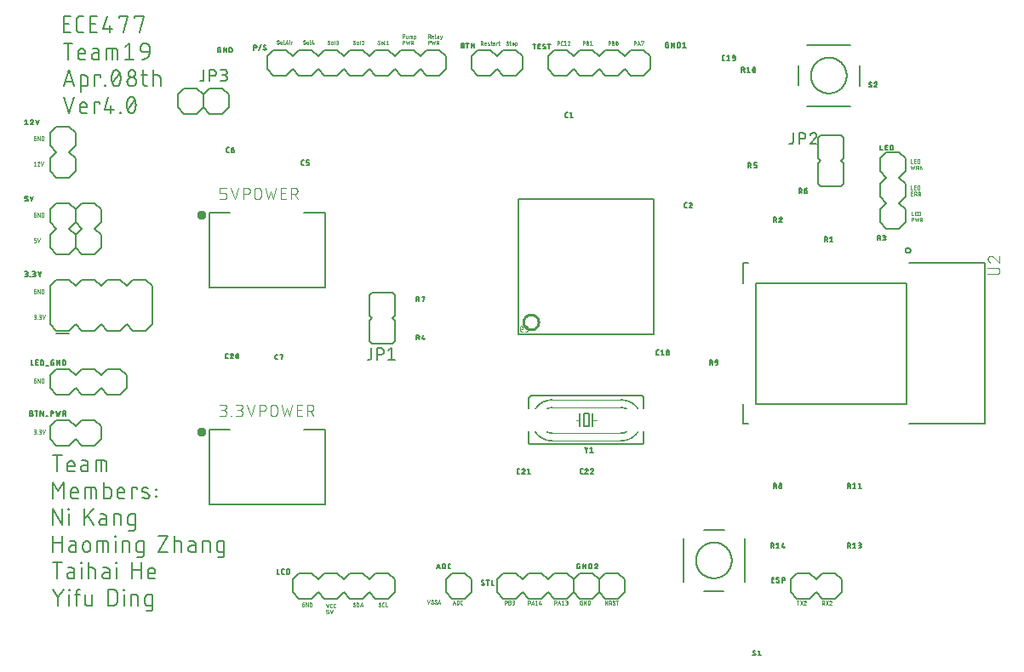
<source format=gbr>
G04 EAGLE Gerber RS-274X export*
G75*
%MOMM*%
%FSLAX34Y34*%
%LPD*%
%INSilkscreen Top*%
%IPPOS*%
%AMOC8*
5,1,8,0,0,1.08239X$1,22.5*%
G01*
%ADD10C,0.152400*%
%ADD11C,0.025400*%
%ADD12C,0.050800*%
%ADD13C,0.127000*%
%ADD14C,0.203200*%
%ADD15C,0.254000*%
%ADD16C,0.101600*%
%ADD17C,0.400000*%
%ADD18C,0.005078*%


D10*
X-17413Y652272D02*
X-24638Y652272D01*
X-24638Y668528D01*
X-17413Y668528D01*
X-19219Y661303D02*
X-24638Y661303D01*
X-8069Y652272D02*
X-4456Y652272D01*
X-8069Y652272D02*
X-8187Y652274D01*
X-8305Y652280D01*
X-8423Y652289D01*
X-8540Y652303D01*
X-8657Y652320D01*
X-8774Y652341D01*
X-8889Y652366D01*
X-9004Y652395D01*
X-9118Y652428D01*
X-9230Y652464D01*
X-9341Y652504D01*
X-9451Y652547D01*
X-9560Y652594D01*
X-9667Y652644D01*
X-9772Y652699D01*
X-9875Y652756D01*
X-9976Y652817D01*
X-10076Y652881D01*
X-10173Y652948D01*
X-10268Y653018D01*
X-10360Y653092D01*
X-10451Y653168D01*
X-10538Y653248D01*
X-10623Y653330D01*
X-10705Y653415D01*
X-10785Y653502D01*
X-10861Y653593D01*
X-10935Y653685D01*
X-11005Y653780D01*
X-11072Y653877D01*
X-11136Y653977D01*
X-11197Y654078D01*
X-11254Y654181D01*
X-11309Y654286D01*
X-11359Y654393D01*
X-11406Y654502D01*
X-11449Y654612D01*
X-11489Y654723D01*
X-11525Y654835D01*
X-11558Y654949D01*
X-11587Y655064D01*
X-11612Y655179D01*
X-11633Y655296D01*
X-11650Y655413D01*
X-11664Y655530D01*
X-11673Y655648D01*
X-11679Y655766D01*
X-11681Y655884D01*
X-11681Y664916D01*
X-11679Y665034D01*
X-11673Y665152D01*
X-11664Y665270D01*
X-11650Y665387D01*
X-11633Y665504D01*
X-11612Y665621D01*
X-11587Y665736D01*
X-11558Y665851D01*
X-11525Y665965D01*
X-11489Y666077D01*
X-11449Y666188D01*
X-11406Y666298D01*
X-11359Y666407D01*
X-11309Y666514D01*
X-11254Y666619D01*
X-11197Y666722D01*
X-11136Y666823D01*
X-11072Y666923D01*
X-11005Y667020D01*
X-10935Y667115D01*
X-10861Y667207D01*
X-10785Y667298D01*
X-10705Y667385D01*
X-10623Y667470D01*
X-10538Y667552D01*
X-10451Y667632D01*
X-10360Y667708D01*
X-10268Y667782D01*
X-10173Y667852D01*
X-10076Y667919D01*
X-9976Y667983D01*
X-9875Y668044D01*
X-9772Y668101D01*
X-9667Y668156D01*
X-9560Y668206D01*
X-9451Y668253D01*
X-9341Y668296D01*
X-9230Y668336D01*
X-9118Y668372D01*
X-9004Y668405D01*
X-8889Y668434D01*
X-8774Y668459D01*
X-8657Y668480D01*
X-8540Y668497D01*
X-8423Y668511D01*
X-8305Y668520D01*
X-8187Y668526D01*
X-8069Y668528D01*
X-4456Y668528D01*
X1935Y652272D02*
X9160Y652272D01*
X1935Y652272D02*
X1935Y668528D01*
X9160Y668528D01*
X7354Y661303D02*
X1935Y661303D01*
X14931Y655884D02*
X18544Y668528D01*
X14931Y655884D02*
X23962Y655884D01*
X21253Y659497D02*
X21253Y652272D01*
X30563Y666722D02*
X30563Y668528D01*
X39594Y668528D01*
X35078Y652272D01*
X46194Y666722D02*
X46194Y668528D01*
X55225Y668528D01*
X50709Y652272D01*
X-20122Y641858D02*
X-20122Y625602D01*
X-24638Y641858D02*
X-15607Y641858D01*
X-7479Y625602D02*
X-2963Y625602D01*
X-7479Y625602D02*
X-7580Y625604D01*
X-7681Y625610D01*
X-7782Y625619D01*
X-7883Y625632D01*
X-7983Y625649D01*
X-8082Y625670D01*
X-8180Y625694D01*
X-8277Y625722D01*
X-8374Y625754D01*
X-8469Y625789D01*
X-8562Y625828D01*
X-8654Y625870D01*
X-8745Y625916D01*
X-8833Y625965D01*
X-8920Y626017D01*
X-9005Y626073D01*
X-9088Y626131D01*
X-9168Y626193D01*
X-9246Y626258D01*
X-9322Y626325D01*
X-9395Y626395D01*
X-9465Y626468D01*
X-9532Y626544D01*
X-9597Y626622D01*
X-9659Y626702D01*
X-9717Y626785D01*
X-9773Y626870D01*
X-9825Y626957D01*
X-9874Y627045D01*
X-9920Y627136D01*
X-9962Y627228D01*
X-10001Y627321D01*
X-10036Y627416D01*
X-10068Y627513D01*
X-10096Y627610D01*
X-10120Y627708D01*
X-10141Y627807D01*
X-10158Y627907D01*
X-10171Y628008D01*
X-10180Y628109D01*
X-10186Y628210D01*
X-10188Y628311D01*
X-10188Y632827D01*
X-10187Y632827D02*
X-10185Y632946D01*
X-10179Y633066D01*
X-10169Y633185D01*
X-10155Y633303D01*
X-10138Y633422D01*
X-10116Y633539D01*
X-10091Y633656D01*
X-10061Y633771D01*
X-10028Y633886D01*
X-9991Y634000D01*
X-9951Y634112D01*
X-9906Y634223D01*
X-9858Y634332D01*
X-9807Y634440D01*
X-9752Y634546D01*
X-9693Y634650D01*
X-9631Y634752D01*
X-9566Y634852D01*
X-9497Y634950D01*
X-9425Y635046D01*
X-9350Y635139D01*
X-9273Y635229D01*
X-9192Y635317D01*
X-9108Y635402D01*
X-9021Y635484D01*
X-8932Y635564D01*
X-8840Y635640D01*
X-8746Y635714D01*
X-8649Y635784D01*
X-8551Y635851D01*
X-8450Y635915D01*
X-8346Y635975D01*
X-8241Y636032D01*
X-8134Y636085D01*
X-8026Y636135D01*
X-7916Y636181D01*
X-7804Y636223D01*
X-7691Y636262D01*
X-7577Y636297D01*
X-7462Y636328D01*
X-7345Y636356D01*
X-7228Y636379D01*
X-7111Y636399D01*
X-6992Y636415D01*
X-6873Y636427D01*
X-6754Y636435D01*
X-6635Y636439D01*
X-6515Y636439D01*
X-6396Y636435D01*
X-6277Y636427D01*
X-6158Y636415D01*
X-6039Y636399D01*
X-5922Y636379D01*
X-5805Y636356D01*
X-5688Y636328D01*
X-5573Y636297D01*
X-5459Y636262D01*
X-5346Y636223D01*
X-5234Y636181D01*
X-5124Y636135D01*
X-5016Y636085D01*
X-4909Y636032D01*
X-4804Y635975D01*
X-4700Y635915D01*
X-4599Y635851D01*
X-4501Y635784D01*
X-4404Y635714D01*
X-4310Y635640D01*
X-4218Y635564D01*
X-4129Y635484D01*
X-4042Y635402D01*
X-3958Y635317D01*
X-3877Y635229D01*
X-3800Y635139D01*
X-3725Y635046D01*
X-3653Y634950D01*
X-3584Y634852D01*
X-3519Y634752D01*
X-3457Y634650D01*
X-3398Y634546D01*
X-3343Y634440D01*
X-3292Y634332D01*
X-3244Y634223D01*
X-3199Y634112D01*
X-3159Y634000D01*
X-3122Y633886D01*
X-3089Y633771D01*
X-3059Y633656D01*
X-3034Y633539D01*
X-3012Y633422D01*
X-2995Y633303D01*
X-2981Y633185D01*
X-2971Y633066D01*
X-2965Y632946D01*
X-2963Y632827D01*
X-2963Y631021D01*
X-10188Y631021D01*
X6447Y631924D02*
X10511Y631924D01*
X6447Y631924D02*
X6335Y631922D01*
X6224Y631916D01*
X6113Y631906D01*
X6002Y631893D01*
X5892Y631875D01*
X5783Y631853D01*
X5674Y631828D01*
X5566Y631799D01*
X5460Y631766D01*
X5354Y631729D01*
X5250Y631689D01*
X5148Y631645D01*
X5047Y631597D01*
X4948Y631546D01*
X4850Y631491D01*
X4755Y631433D01*
X4662Y631372D01*
X4571Y631307D01*
X4482Y631239D01*
X4396Y631168D01*
X4313Y631095D01*
X4232Y631018D01*
X4153Y630938D01*
X4078Y630856D01*
X4006Y630771D01*
X3936Y630684D01*
X3870Y630594D01*
X3807Y630502D01*
X3747Y630407D01*
X3691Y630311D01*
X3638Y630213D01*
X3589Y630113D01*
X3543Y630011D01*
X3501Y629908D01*
X3462Y629803D01*
X3427Y629697D01*
X3396Y629590D01*
X3369Y629482D01*
X3345Y629373D01*
X3326Y629263D01*
X3310Y629153D01*
X3298Y629042D01*
X3290Y628930D01*
X3286Y628819D01*
X3286Y628707D01*
X3290Y628596D01*
X3298Y628484D01*
X3310Y628373D01*
X3326Y628263D01*
X3345Y628153D01*
X3369Y628044D01*
X3396Y627936D01*
X3427Y627829D01*
X3462Y627723D01*
X3501Y627618D01*
X3543Y627515D01*
X3589Y627413D01*
X3638Y627313D01*
X3691Y627215D01*
X3747Y627119D01*
X3807Y627024D01*
X3870Y626932D01*
X3936Y626842D01*
X4006Y626755D01*
X4078Y626670D01*
X4153Y626588D01*
X4232Y626508D01*
X4313Y626431D01*
X4396Y626358D01*
X4482Y626287D01*
X4571Y626219D01*
X4662Y626154D01*
X4755Y626093D01*
X4850Y626035D01*
X4948Y625980D01*
X5047Y625929D01*
X5148Y625881D01*
X5250Y625837D01*
X5354Y625797D01*
X5460Y625760D01*
X5566Y625727D01*
X5674Y625698D01*
X5783Y625673D01*
X5892Y625651D01*
X6002Y625633D01*
X6113Y625620D01*
X6224Y625610D01*
X6335Y625604D01*
X6447Y625602D01*
X10511Y625602D01*
X10511Y633730D01*
X10509Y633831D01*
X10503Y633932D01*
X10494Y634033D01*
X10481Y634134D01*
X10464Y634234D01*
X10443Y634333D01*
X10419Y634431D01*
X10391Y634528D01*
X10359Y634625D01*
X10324Y634720D01*
X10285Y634813D01*
X10243Y634905D01*
X10197Y634996D01*
X10148Y635085D01*
X10096Y635171D01*
X10040Y635256D01*
X9982Y635339D01*
X9920Y635419D01*
X9855Y635497D01*
X9788Y635573D01*
X9718Y635646D01*
X9645Y635716D01*
X9569Y635783D01*
X9491Y635848D01*
X9411Y635910D01*
X9328Y635968D01*
X9243Y636024D01*
X9157Y636076D01*
X9068Y636125D01*
X8977Y636171D01*
X8885Y636213D01*
X8792Y636252D01*
X8697Y636287D01*
X8600Y636319D01*
X8503Y636347D01*
X8405Y636371D01*
X8306Y636392D01*
X8206Y636409D01*
X8105Y636422D01*
X8004Y636431D01*
X7903Y636437D01*
X7802Y636439D01*
X4189Y636439D01*
X18226Y636439D02*
X18226Y625602D01*
X18226Y636439D02*
X26354Y636439D01*
X26455Y636437D01*
X26556Y636431D01*
X26657Y636422D01*
X26758Y636409D01*
X26858Y636392D01*
X26957Y636371D01*
X27055Y636347D01*
X27152Y636319D01*
X27249Y636287D01*
X27344Y636252D01*
X27437Y636213D01*
X27529Y636171D01*
X27620Y636125D01*
X27709Y636076D01*
X27795Y636024D01*
X27880Y635968D01*
X27963Y635910D01*
X28043Y635848D01*
X28121Y635783D01*
X28197Y635716D01*
X28270Y635646D01*
X28340Y635573D01*
X28407Y635497D01*
X28472Y635419D01*
X28534Y635339D01*
X28592Y635256D01*
X28648Y635171D01*
X28700Y635085D01*
X28749Y634996D01*
X28795Y634905D01*
X28837Y634813D01*
X28876Y634720D01*
X28911Y634625D01*
X28943Y634528D01*
X28971Y634431D01*
X28995Y634333D01*
X29016Y634234D01*
X29033Y634134D01*
X29046Y634033D01*
X29055Y633932D01*
X29061Y633831D01*
X29063Y633730D01*
X29064Y633730D02*
X29064Y625602D01*
X23645Y625602D02*
X23645Y636439D01*
X36324Y638246D02*
X40839Y641858D01*
X40839Y625602D01*
X36324Y625602D02*
X45355Y625602D01*
X55567Y632827D02*
X60986Y632827D01*
X55567Y632827D02*
X55449Y632829D01*
X55331Y632835D01*
X55213Y632844D01*
X55096Y632858D01*
X54979Y632875D01*
X54862Y632896D01*
X54747Y632921D01*
X54632Y632950D01*
X54518Y632983D01*
X54406Y633019D01*
X54295Y633059D01*
X54185Y633102D01*
X54076Y633149D01*
X53969Y633199D01*
X53864Y633254D01*
X53761Y633311D01*
X53660Y633372D01*
X53560Y633436D01*
X53463Y633503D01*
X53368Y633573D01*
X53276Y633647D01*
X53185Y633723D01*
X53098Y633803D01*
X53013Y633885D01*
X52931Y633970D01*
X52851Y634057D01*
X52775Y634148D01*
X52701Y634240D01*
X52631Y634335D01*
X52564Y634432D01*
X52500Y634532D01*
X52439Y634633D01*
X52382Y634736D01*
X52327Y634841D01*
X52277Y634948D01*
X52230Y635057D01*
X52187Y635167D01*
X52147Y635278D01*
X52111Y635390D01*
X52078Y635504D01*
X52049Y635619D01*
X52024Y635734D01*
X52003Y635851D01*
X51986Y635968D01*
X51972Y636085D01*
X51963Y636203D01*
X51957Y636321D01*
X51955Y636439D01*
X51955Y637342D01*
X51957Y637475D01*
X51963Y637607D01*
X51973Y637739D01*
X51986Y637871D01*
X52004Y638003D01*
X52025Y638133D01*
X52050Y638264D01*
X52079Y638393D01*
X52112Y638521D01*
X52148Y638649D01*
X52188Y638775D01*
X52232Y638900D01*
X52280Y639024D01*
X52331Y639146D01*
X52386Y639267D01*
X52444Y639386D01*
X52506Y639504D01*
X52571Y639619D01*
X52640Y639733D01*
X52711Y639844D01*
X52787Y639953D01*
X52865Y640060D01*
X52946Y640165D01*
X53031Y640267D01*
X53118Y640367D01*
X53208Y640464D01*
X53301Y640559D01*
X53397Y640650D01*
X53495Y640739D01*
X53596Y640825D01*
X53700Y640908D01*
X53806Y640988D01*
X53914Y641064D01*
X54024Y641138D01*
X54137Y641208D01*
X54251Y641275D01*
X54368Y641338D01*
X54486Y641398D01*
X54606Y641455D01*
X54728Y641508D01*
X54851Y641557D01*
X54975Y641603D01*
X55101Y641645D01*
X55228Y641683D01*
X55356Y641718D01*
X55485Y641749D01*
X55614Y641776D01*
X55745Y641799D01*
X55876Y641819D01*
X56008Y641834D01*
X56140Y641846D01*
X56272Y641854D01*
X56405Y641858D01*
X56537Y641858D01*
X56670Y641854D01*
X56802Y641846D01*
X56934Y641834D01*
X57066Y641819D01*
X57197Y641799D01*
X57328Y641776D01*
X57457Y641749D01*
X57586Y641718D01*
X57714Y641683D01*
X57841Y641645D01*
X57967Y641603D01*
X58091Y641557D01*
X58214Y641508D01*
X58336Y641455D01*
X58456Y641398D01*
X58574Y641338D01*
X58691Y641275D01*
X58805Y641208D01*
X58918Y641138D01*
X59028Y641064D01*
X59136Y640988D01*
X59242Y640908D01*
X59346Y640825D01*
X59447Y640739D01*
X59545Y640650D01*
X59641Y640559D01*
X59734Y640464D01*
X59824Y640367D01*
X59911Y640267D01*
X59996Y640165D01*
X60077Y640060D01*
X60155Y639953D01*
X60231Y639844D01*
X60302Y639733D01*
X60371Y639619D01*
X60436Y639504D01*
X60498Y639386D01*
X60556Y639267D01*
X60611Y639146D01*
X60662Y639024D01*
X60710Y638900D01*
X60754Y638775D01*
X60794Y638649D01*
X60830Y638521D01*
X60863Y638393D01*
X60892Y638264D01*
X60917Y638133D01*
X60938Y638003D01*
X60956Y637871D01*
X60969Y637739D01*
X60979Y637607D01*
X60985Y637475D01*
X60987Y637342D01*
X60986Y637342D02*
X60986Y632827D01*
X60984Y632652D01*
X60978Y632478D01*
X60967Y632304D01*
X60952Y632130D01*
X60933Y631956D01*
X60910Y631783D01*
X60883Y631611D01*
X60851Y631439D01*
X60816Y631268D01*
X60776Y631098D01*
X60732Y630929D01*
X60684Y630761D01*
X60632Y630594D01*
X60576Y630429D01*
X60516Y630265D01*
X60453Y630102D01*
X60385Y629942D01*
X60313Y629782D01*
X60238Y629625D01*
X60158Y629469D01*
X60075Y629316D01*
X59989Y629164D01*
X59898Y629015D01*
X59804Y628868D01*
X59707Y628723D01*
X59606Y628580D01*
X59502Y628440D01*
X59394Y628303D01*
X59283Y628168D01*
X59169Y628036D01*
X59052Y627907D01*
X58931Y627780D01*
X58808Y627657D01*
X58681Y627536D01*
X58552Y627419D01*
X58420Y627305D01*
X58285Y627194D01*
X58148Y627086D01*
X58008Y626982D01*
X57865Y626881D01*
X57720Y626784D01*
X57573Y626690D01*
X57424Y626599D01*
X57272Y626513D01*
X57119Y626430D01*
X56963Y626350D01*
X56806Y626275D01*
X56646Y626203D01*
X56486Y626135D01*
X56323Y626072D01*
X56159Y626012D01*
X55994Y625956D01*
X55827Y625904D01*
X55659Y625856D01*
X55490Y625812D01*
X55320Y625772D01*
X55149Y625737D01*
X54977Y625705D01*
X54805Y625678D01*
X54632Y625655D01*
X54458Y625636D01*
X54284Y625621D01*
X54110Y625610D01*
X53936Y625604D01*
X53761Y625602D01*
X-19219Y615188D02*
X-24638Y598932D01*
X-13801Y598932D02*
X-19219Y615188D01*
X-15155Y602996D02*
X-23283Y602996D01*
X-7648Y609769D02*
X-7648Y593513D01*
X-7648Y609769D02*
X-3133Y609769D01*
X-3029Y609767D01*
X-2926Y609761D01*
X-2822Y609751D01*
X-2719Y609737D01*
X-2617Y609719D01*
X-2516Y609698D01*
X-2415Y609672D01*
X-2316Y609643D01*
X-2217Y609610D01*
X-2120Y609573D01*
X-2025Y609532D01*
X-1931Y609488D01*
X-1839Y609440D01*
X-1749Y609389D01*
X-1660Y609334D01*
X-1574Y609276D01*
X-1491Y609214D01*
X-1409Y609150D01*
X-1331Y609082D01*
X-1255Y609012D01*
X-1181Y608939D01*
X-1111Y608862D01*
X-1043Y608784D01*
X-979Y608702D01*
X-917Y608619D01*
X-859Y608533D01*
X-804Y608444D01*
X-753Y608354D01*
X-705Y608262D01*
X-661Y608168D01*
X-620Y608073D01*
X-583Y607976D01*
X-550Y607877D01*
X-521Y607778D01*
X-495Y607677D01*
X-474Y607576D01*
X-456Y607474D01*
X-442Y607371D01*
X-432Y607267D01*
X-426Y607164D01*
X-424Y607060D01*
X-423Y607060D02*
X-423Y601641D01*
X-424Y601641D02*
X-426Y601540D01*
X-432Y601439D01*
X-441Y601338D01*
X-454Y601237D01*
X-471Y601137D01*
X-492Y601038D01*
X-516Y600940D01*
X-544Y600843D01*
X-576Y600746D01*
X-611Y600651D01*
X-650Y600558D01*
X-692Y600466D01*
X-738Y600375D01*
X-787Y600286D01*
X-839Y600200D01*
X-895Y600115D01*
X-953Y600032D01*
X-1015Y599952D01*
X-1080Y599874D01*
X-1147Y599798D01*
X-1217Y599725D01*
X-1290Y599655D01*
X-1366Y599588D01*
X-1444Y599523D01*
X-1524Y599461D01*
X-1607Y599403D01*
X-1692Y599347D01*
X-1779Y599295D01*
X-1867Y599246D01*
X-1958Y599200D01*
X-2050Y599158D01*
X-2143Y599119D01*
X-2238Y599084D01*
X-2335Y599052D01*
X-2432Y599024D01*
X-2530Y599000D01*
X-2629Y598979D01*
X-2729Y598962D01*
X-2830Y598949D01*
X-2931Y598940D01*
X-3032Y598934D01*
X-3133Y598932D01*
X-7648Y598932D01*
X6431Y598932D02*
X6431Y609769D01*
X11850Y609769D01*
X11850Y607963D01*
X16281Y599835D02*
X16281Y598932D01*
X16281Y599835D02*
X17184Y599835D01*
X17184Y598932D01*
X16281Y598932D01*
X23159Y607060D02*
X23163Y607380D01*
X23174Y607699D01*
X23193Y608019D01*
X23220Y608337D01*
X23254Y608655D01*
X23296Y608972D01*
X23346Y609288D01*
X23403Y609603D01*
X23467Y609916D01*
X23539Y610228D01*
X23618Y610538D01*
X23705Y610845D01*
X23799Y611151D01*
X23900Y611454D01*
X24009Y611755D01*
X24124Y612053D01*
X24247Y612349D01*
X24377Y612641D01*
X24514Y612930D01*
X24513Y612931D02*
X24552Y613039D01*
X24595Y613146D01*
X24641Y613251D01*
X24692Y613355D01*
X24745Y613457D01*
X24802Y613557D01*
X24863Y613655D01*
X24927Y613750D01*
X24994Y613844D01*
X25065Y613935D01*
X25138Y614024D01*
X25215Y614110D01*
X25294Y614193D01*
X25376Y614274D01*
X25461Y614352D01*
X25549Y614426D01*
X25639Y614498D01*
X25731Y614566D01*
X25826Y614632D01*
X25923Y614694D01*
X26022Y614752D01*
X26124Y614808D01*
X26226Y614859D01*
X26331Y614907D01*
X26437Y614952D01*
X26545Y614993D01*
X26654Y615030D01*
X26764Y615063D01*
X26876Y615092D01*
X26988Y615118D01*
X27101Y615140D01*
X27215Y615157D01*
X27329Y615171D01*
X27444Y615181D01*
X27559Y615187D01*
X27674Y615189D01*
X27674Y615188D02*
X27789Y615186D01*
X27904Y615180D01*
X28019Y615170D01*
X28133Y615156D01*
X28247Y615139D01*
X28360Y615117D01*
X28472Y615091D01*
X28584Y615062D01*
X28694Y615029D01*
X28803Y614992D01*
X28911Y614951D01*
X29017Y614906D01*
X29122Y614858D01*
X29224Y614807D01*
X29325Y614751D01*
X29425Y614693D01*
X29522Y614631D01*
X29616Y614566D01*
X29709Y614497D01*
X29799Y614425D01*
X29887Y614351D01*
X29972Y614273D01*
X30054Y614192D01*
X30133Y614109D01*
X30210Y614023D01*
X30283Y613934D01*
X30354Y613843D01*
X30421Y613749D01*
X30485Y613654D01*
X30546Y613556D01*
X30603Y613456D01*
X30656Y613354D01*
X30707Y613250D01*
X30753Y613145D01*
X30796Y613038D01*
X30835Y612930D01*
X30972Y612641D01*
X31102Y612349D01*
X31225Y612053D01*
X31340Y611755D01*
X31449Y611454D01*
X31550Y611151D01*
X31644Y610845D01*
X31731Y610538D01*
X31810Y610228D01*
X31882Y609916D01*
X31946Y609603D01*
X32003Y609288D01*
X32053Y608972D01*
X32095Y608655D01*
X32129Y608337D01*
X32156Y608019D01*
X32175Y607699D01*
X32186Y607380D01*
X32190Y607060D01*
X23159Y607060D02*
X23163Y606740D01*
X23174Y606421D01*
X23193Y606101D01*
X23220Y605783D01*
X23254Y605465D01*
X23296Y605148D01*
X23346Y604832D01*
X23403Y604517D01*
X23467Y604204D01*
X23539Y603892D01*
X23618Y603582D01*
X23705Y603275D01*
X23799Y602969D01*
X23900Y602666D01*
X24009Y602365D01*
X24124Y602067D01*
X24247Y601771D01*
X24377Y601479D01*
X24514Y601190D01*
X24513Y601190D02*
X24552Y601082D01*
X24595Y600975D01*
X24641Y600870D01*
X24692Y600766D01*
X24745Y600664D01*
X24802Y600564D01*
X24863Y600466D01*
X24927Y600371D01*
X24994Y600277D01*
X25065Y600186D01*
X25138Y600097D01*
X25215Y600011D01*
X25294Y599928D01*
X25376Y599847D01*
X25461Y599769D01*
X25549Y599695D01*
X25639Y599623D01*
X25732Y599554D01*
X25826Y599489D01*
X25923Y599427D01*
X26023Y599369D01*
X26124Y599313D01*
X26226Y599262D01*
X26331Y599214D01*
X26437Y599169D01*
X26545Y599128D01*
X26654Y599091D01*
X26764Y599058D01*
X26876Y599029D01*
X26988Y599003D01*
X27101Y598981D01*
X27215Y598964D01*
X27329Y598950D01*
X27444Y598940D01*
X27559Y598934D01*
X27674Y598932D01*
X30834Y601190D02*
X30971Y601479D01*
X31101Y601771D01*
X31224Y602067D01*
X31339Y602365D01*
X31448Y602666D01*
X31549Y602969D01*
X31643Y603275D01*
X31730Y603582D01*
X31809Y603892D01*
X31881Y604204D01*
X31945Y604517D01*
X32002Y604832D01*
X32052Y605148D01*
X32094Y605465D01*
X32128Y605783D01*
X32155Y606101D01*
X32174Y606421D01*
X32185Y606740D01*
X32189Y607060D01*
X30835Y601190D02*
X30796Y601082D01*
X30753Y600975D01*
X30707Y600870D01*
X30656Y600766D01*
X30603Y600664D01*
X30546Y600564D01*
X30485Y600466D01*
X30421Y600371D01*
X30354Y600277D01*
X30283Y600186D01*
X30210Y600097D01*
X30133Y600011D01*
X30054Y599928D01*
X29972Y599847D01*
X29887Y599769D01*
X29799Y599695D01*
X29709Y599623D01*
X29616Y599554D01*
X29522Y599489D01*
X29425Y599427D01*
X29325Y599369D01*
X29224Y599313D01*
X29121Y599262D01*
X29017Y599214D01*
X28911Y599169D01*
X28803Y599128D01*
X28694Y599091D01*
X28584Y599058D01*
X28472Y599029D01*
X28360Y599003D01*
X28247Y598981D01*
X28133Y598964D01*
X28019Y598950D01*
X27904Y598940D01*
X27789Y598934D01*
X27674Y598932D01*
X24062Y602544D02*
X31287Y611576D01*
X38790Y603448D02*
X38792Y603581D01*
X38798Y603713D01*
X38808Y603845D01*
X38821Y603977D01*
X38839Y604109D01*
X38860Y604239D01*
X38885Y604370D01*
X38914Y604499D01*
X38947Y604627D01*
X38983Y604755D01*
X39023Y604881D01*
X39067Y605006D01*
X39115Y605130D01*
X39166Y605252D01*
X39221Y605373D01*
X39279Y605492D01*
X39341Y605610D01*
X39406Y605725D01*
X39475Y605839D01*
X39546Y605950D01*
X39622Y606059D01*
X39700Y606166D01*
X39781Y606271D01*
X39866Y606373D01*
X39953Y606473D01*
X40043Y606570D01*
X40136Y606665D01*
X40232Y606756D01*
X40330Y606845D01*
X40431Y606931D01*
X40535Y607014D01*
X40641Y607094D01*
X40749Y607170D01*
X40859Y607244D01*
X40972Y607314D01*
X41086Y607381D01*
X41203Y607444D01*
X41321Y607504D01*
X41441Y607561D01*
X41563Y607614D01*
X41686Y607663D01*
X41810Y607709D01*
X41936Y607751D01*
X42063Y607789D01*
X42191Y607824D01*
X42320Y607855D01*
X42449Y607882D01*
X42580Y607905D01*
X42711Y607925D01*
X42843Y607940D01*
X42975Y607952D01*
X43107Y607960D01*
X43240Y607964D01*
X43372Y607964D01*
X43505Y607960D01*
X43637Y607952D01*
X43769Y607940D01*
X43901Y607925D01*
X44032Y607905D01*
X44163Y607882D01*
X44292Y607855D01*
X44421Y607824D01*
X44549Y607789D01*
X44676Y607751D01*
X44802Y607709D01*
X44926Y607663D01*
X45049Y607614D01*
X45171Y607561D01*
X45291Y607504D01*
X45409Y607444D01*
X45526Y607381D01*
X45640Y607314D01*
X45753Y607244D01*
X45863Y607170D01*
X45971Y607094D01*
X46077Y607014D01*
X46181Y606931D01*
X46282Y606845D01*
X46380Y606756D01*
X46476Y606665D01*
X46569Y606570D01*
X46659Y606473D01*
X46746Y606373D01*
X46831Y606271D01*
X46912Y606166D01*
X46990Y606059D01*
X47066Y605950D01*
X47137Y605839D01*
X47206Y605725D01*
X47271Y605610D01*
X47333Y605492D01*
X47391Y605373D01*
X47446Y605252D01*
X47497Y605130D01*
X47545Y605006D01*
X47589Y604881D01*
X47629Y604755D01*
X47665Y604627D01*
X47698Y604499D01*
X47727Y604370D01*
X47752Y604239D01*
X47773Y604109D01*
X47791Y603977D01*
X47804Y603845D01*
X47814Y603713D01*
X47820Y603581D01*
X47822Y603448D01*
X47820Y603315D01*
X47814Y603183D01*
X47804Y603051D01*
X47791Y602919D01*
X47773Y602787D01*
X47752Y602657D01*
X47727Y602526D01*
X47698Y602397D01*
X47665Y602269D01*
X47629Y602141D01*
X47589Y602015D01*
X47545Y601890D01*
X47497Y601766D01*
X47446Y601644D01*
X47391Y601523D01*
X47333Y601404D01*
X47271Y601286D01*
X47206Y601171D01*
X47137Y601057D01*
X47066Y600946D01*
X46990Y600837D01*
X46912Y600730D01*
X46831Y600625D01*
X46746Y600523D01*
X46659Y600423D01*
X46569Y600326D01*
X46476Y600231D01*
X46380Y600140D01*
X46282Y600051D01*
X46181Y599965D01*
X46077Y599882D01*
X45971Y599802D01*
X45863Y599726D01*
X45753Y599652D01*
X45640Y599582D01*
X45526Y599515D01*
X45409Y599452D01*
X45291Y599392D01*
X45171Y599335D01*
X45049Y599282D01*
X44926Y599233D01*
X44802Y599187D01*
X44676Y599145D01*
X44549Y599107D01*
X44421Y599072D01*
X44292Y599041D01*
X44163Y599014D01*
X44032Y598991D01*
X43901Y598971D01*
X43769Y598956D01*
X43637Y598944D01*
X43505Y598936D01*
X43372Y598932D01*
X43240Y598932D01*
X43107Y598936D01*
X42975Y598944D01*
X42843Y598956D01*
X42711Y598971D01*
X42580Y598991D01*
X42449Y599014D01*
X42320Y599041D01*
X42191Y599072D01*
X42063Y599107D01*
X41936Y599145D01*
X41810Y599187D01*
X41686Y599233D01*
X41563Y599282D01*
X41441Y599335D01*
X41321Y599392D01*
X41203Y599452D01*
X41086Y599515D01*
X40972Y599582D01*
X40859Y599652D01*
X40749Y599726D01*
X40641Y599802D01*
X40535Y599882D01*
X40431Y599965D01*
X40330Y600051D01*
X40232Y600140D01*
X40136Y600231D01*
X40043Y600326D01*
X39953Y600423D01*
X39866Y600523D01*
X39781Y600625D01*
X39700Y600730D01*
X39622Y600837D01*
X39546Y600946D01*
X39475Y601057D01*
X39406Y601171D01*
X39341Y601286D01*
X39279Y601404D01*
X39221Y601523D01*
X39166Y601644D01*
X39115Y601766D01*
X39067Y601890D01*
X39023Y602015D01*
X38983Y602141D01*
X38947Y602269D01*
X38914Y602397D01*
X38885Y602526D01*
X38860Y602657D01*
X38839Y602787D01*
X38821Y602919D01*
X38808Y603051D01*
X38798Y603183D01*
X38792Y603315D01*
X38790Y603448D01*
X39694Y611576D02*
X39696Y611695D01*
X39702Y611815D01*
X39712Y611934D01*
X39726Y612052D01*
X39743Y612171D01*
X39765Y612288D01*
X39790Y612405D01*
X39820Y612520D01*
X39853Y612635D01*
X39890Y612749D01*
X39930Y612861D01*
X39975Y612972D01*
X40023Y613081D01*
X40074Y613189D01*
X40129Y613295D01*
X40188Y613399D01*
X40250Y613501D01*
X40315Y613601D01*
X40384Y613699D01*
X40456Y613795D01*
X40531Y613888D01*
X40608Y613978D01*
X40689Y614066D01*
X40773Y614151D01*
X40860Y614233D01*
X40949Y614313D01*
X41041Y614389D01*
X41135Y614463D01*
X41232Y614533D01*
X41330Y614600D01*
X41431Y614664D01*
X41535Y614724D01*
X41640Y614781D01*
X41747Y614834D01*
X41855Y614884D01*
X41965Y614930D01*
X42077Y614972D01*
X42190Y615011D01*
X42304Y615046D01*
X42419Y615077D01*
X42536Y615105D01*
X42653Y615128D01*
X42770Y615148D01*
X42889Y615164D01*
X43008Y615176D01*
X43127Y615184D01*
X43246Y615188D01*
X43366Y615188D01*
X43485Y615184D01*
X43604Y615176D01*
X43723Y615164D01*
X43842Y615148D01*
X43959Y615128D01*
X44076Y615105D01*
X44193Y615077D01*
X44308Y615046D01*
X44422Y615011D01*
X44535Y614972D01*
X44647Y614930D01*
X44757Y614884D01*
X44865Y614834D01*
X44972Y614781D01*
X45077Y614724D01*
X45181Y614664D01*
X45282Y614600D01*
X45380Y614533D01*
X45477Y614463D01*
X45571Y614389D01*
X45663Y614313D01*
X45752Y614233D01*
X45839Y614151D01*
X45923Y614066D01*
X46004Y613978D01*
X46081Y613888D01*
X46156Y613795D01*
X46228Y613699D01*
X46297Y613601D01*
X46362Y613501D01*
X46424Y613399D01*
X46483Y613295D01*
X46538Y613189D01*
X46589Y613081D01*
X46637Y612972D01*
X46682Y612861D01*
X46722Y612749D01*
X46759Y612635D01*
X46792Y612520D01*
X46822Y612405D01*
X46847Y612288D01*
X46869Y612171D01*
X46886Y612052D01*
X46900Y611934D01*
X46910Y611815D01*
X46916Y611695D01*
X46918Y611576D01*
X46916Y611457D01*
X46910Y611337D01*
X46900Y611218D01*
X46886Y611100D01*
X46869Y610981D01*
X46847Y610864D01*
X46822Y610747D01*
X46792Y610632D01*
X46759Y610517D01*
X46722Y610403D01*
X46682Y610291D01*
X46637Y610180D01*
X46589Y610071D01*
X46538Y609963D01*
X46483Y609857D01*
X46424Y609753D01*
X46362Y609651D01*
X46297Y609551D01*
X46228Y609453D01*
X46156Y609357D01*
X46081Y609264D01*
X46004Y609174D01*
X45923Y609086D01*
X45839Y609001D01*
X45752Y608919D01*
X45663Y608839D01*
X45571Y608763D01*
X45477Y608689D01*
X45380Y608619D01*
X45282Y608552D01*
X45181Y608488D01*
X45077Y608428D01*
X44972Y608371D01*
X44865Y608318D01*
X44757Y608268D01*
X44647Y608222D01*
X44535Y608180D01*
X44422Y608141D01*
X44308Y608106D01*
X44193Y608075D01*
X44076Y608047D01*
X43959Y608024D01*
X43842Y608004D01*
X43723Y607988D01*
X43604Y607976D01*
X43485Y607968D01*
X43366Y607964D01*
X43246Y607964D01*
X43127Y607968D01*
X43008Y607976D01*
X42889Y607988D01*
X42770Y608004D01*
X42653Y608024D01*
X42536Y608047D01*
X42419Y608075D01*
X42304Y608106D01*
X42190Y608141D01*
X42077Y608180D01*
X41965Y608222D01*
X41855Y608268D01*
X41747Y608318D01*
X41640Y608371D01*
X41535Y608428D01*
X41431Y608488D01*
X41330Y608552D01*
X41232Y608619D01*
X41135Y608689D01*
X41041Y608763D01*
X40949Y608839D01*
X40860Y608919D01*
X40773Y609001D01*
X40689Y609086D01*
X40608Y609174D01*
X40531Y609264D01*
X40456Y609357D01*
X40384Y609453D01*
X40315Y609551D01*
X40250Y609651D01*
X40188Y609753D01*
X40129Y609857D01*
X40074Y609963D01*
X40023Y610071D01*
X39975Y610180D01*
X39930Y610291D01*
X39890Y610403D01*
X39853Y610517D01*
X39820Y610632D01*
X39790Y610747D01*
X39765Y610864D01*
X39743Y610981D01*
X39726Y611100D01*
X39712Y611218D01*
X39702Y611337D01*
X39696Y611457D01*
X39694Y611576D01*
X52985Y609769D02*
X58404Y609769D01*
X54791Y615188D02*
X54791Y601641D01*
X54793Y601540D01*
X54799Y601439D01*
X54808Y601338D01*
X54821Y601237D01*
X54838Y601137D01*
X54859Y601038D01*
X54883Y600940D01*
X54911Y600843D01*
X54943Y600746D01*
X54978Y600651D01*
X55017Y600558D01*
X55059Y600466D01*
X55105Y600375D01*
X55154Y600287D01*
X55206Y600200D01*
X55262Y600115D01*
X55320Y600032D01*
X55382Y599952D01*
X55447Y599874D01*
X55514Y599798D01*
X55584Y599725D01*
X55657Y599655D01*
X55733Y599588D01*
X55811Y599523D01*
X55891Y599461D01*
X55974Y599403D01*
X56059Y599347D01*
X56146Y599295D01*
X56234Y599246D01*
X56325Y599200D01*
X56417Y599158D01*
X56510Y599119D01*
X56605Y599084D01*
X56702Y599052D01*
X56799Y599024D01*
X56897Y599000D01*
X56996Y598979D01*
X57096Y598962D01*
X57197Y598949D01*
X57298Y598940D01*
X57399Y598934D01*
X57500Y598932D01*
X58404Y598932D01*
X64703Y598932D02*
X64703Y615188D01*
X64703Y609769D02*
X69219Y609769D01*
X69323Y609767D01*
X69426Y609761D01*
X69530Y609751D01*
X69633Y609737D01*
X69735Y609719D01*
X69836Y609698D01*
X69937Y609672D01*
X70036Y609643D01*
X70135Y609610D01*
X70232Y609573D01*
X70327Y609532D01*
X70421Y609488D01*
X70513Y609440D01*
X70603Y609389D01*
X70692Y609334D01*
X70778Y609276D01*
X70861Y609214D01*
X70943Y609150D01*
X71021Y609082D01*
X71097Y609012D01*
X71171Y608939D01*
X71241Y608862D01*
X71309Y608784D01*
X71373Y608702D01*
X71435Y608619D01*
X71493Y608533D01*
X71548Y608444D01*
X71599Y608354D01*
X71647Y608262D01*
X71691Y608168D01*
X71732Y608073D01*
X71769Y607976D01*
X71802Y607877D01*
X71831Y607778D01*
X71857Y607677D01*
X71878Y607576D01*
X71896Y607474D01*
X71910Y607371D01*
X71920Y607267D01*
X71926Y607164D01*
X71928Y607060D01*
X71928Y598932D01*
X-19219Y572262D02*
X-24638Y588518D01*
X-13801Y588518D02*
X-19219Y572262D01*
X-5533Y572262D02*
X-1018Y572262D01*
X-5533Y572262D02*
X-5634Y572264D01*
X-5735Y572270D01*
X-5836Y572279D01*
X-5937Y572292D01*
X-6037Y572309D01*
X-6136Y572330D01*
X-6234Y572354D01*
X-6331Y572382D01*
X-6428Y572414D01*
X-6523Y572449D01*
X-6616Y572488D01*
X-6708Y572530D01*
X-6799Y572576D01*
X-6887Y572625D01*
X-6974Y572677D01*
X-7059Y572733D01*
X-7142Y572791D01*
X-7222Y572853D01*
X-7300Y572918D01*
X-7376Y572985D01*
X-7449Y573055D01*
X-7519Y573128D01*
X-7586Y573204D01*
X-7651Y573282D01*
X-7713Y573362D01*
X-7771Y573445D01*
X-7827Y573530D01*
X-7879Y573617D01*
X-7928Y573705D01*
X-7974Y573796D01*
X-8016Y573888D01*
X-8055Y573981D01*
X-8090Y574076D01*
X-8122Y574173D01*
X-8150Y574270D01*
X-8174Y574368D01*
X-8195Y574467D01*
X-8212Y574567D01*
X-8225Y574668D01*
X-8234Y574769D01*
X-8240Y574870D01*
X-8242Y574971D01*
X-8243Y574971D02*
X-8243Y579487D01*
X-8242Y579487D02*
X-8240Y579606D01*
X-8234Y579726D01*
X-8224Y579845D01*
X-8210Y579963D01*
X-8193Y580082D01*
X-8171Y580199D01*
X-8146Y580316D01*
X-8116Y580431D01*
X-8083Y580546D01*
X-8046Y580660D01*
X-8006Y580772D01*
X-7961Y580883D01*
X-7913Y580992D01*
X-7862Y581100D01*
X-7807Y581206D01*
X-7748Y581310D01*
X-7686Y581412D01*
X-7621Y581512D01*
X-7552Y581610D01*
X-7480Y581706D01*
X-7405Y581799D01*
X-7328Y581889D01*
X-7247Y581977D01*
X-7163Y582062D01*
X-7076Y582144D01*
X-6987Y582224D01*
X-6895Y582300D01*
X-6801Y582374D01*
X-6704Y582444D01*
X-6606Y582511D01*
X-6505Y582575D01*
X-6401Y582635D01*
X-6296Y582692D01*
X-6189Y582745D01*
X-6081Y582795D01*
X-5971Y582841D01*
X-5859Y582883D01*
X-5746Y582922D01*
X-5632Y582957D01*
X-5517Y582988D01*
X-5400Y583016D01*
X-5283Y583039D01*
X-5166Y583059D01*
X-5047Y583075D01*
X-4928Y583087D01*
X-4809Y583095D01*
X-4690Y583099D01*
X-4570Y583099D01*
X-4451Y583095D01*
X-4332Y583087D01*
X-4213Y583075D01*
X-4094Y583059D01*
X-3977Y583039D01*
X-3860Y583016D01*
X-3743Y582988D01*
X-3628Y582957D01*
X-3514Y582922D01*
X-3401Y582883D01*
X-3289Y582841D01*
X-3179Y582795D01*
X-3071Y582745D01*
X-2964Y582692D01*
X-2859Y582635D01*
X-2755Y582575D01*
X-2654Y582511D01*
X-2556Y582444D01*
X-2459Y582374D01*
X-2365Y582300D01*
X-2273Y582224D01*
X-2184Y582144D01*
X-2097Y582062D01*
X-2013Y581977D01*
X-1932Y581889D01*
X-1855Y581799D01*
X-1780Y581706D01*
X-1708Y581610D01*
X-1639Y581512D01*
X-1574Y581412D01*
X-1512Y581310D01*
X-1453Y581206D01*
X-1398Y581100D01*
X-1347Y580992D01*
X-1299Y580883D01*
X-1254Y580772D01*
X-1214Y580660D01*
X-1177Y580546D01*
X-1144Y580431D01*
X-1114Y580316D01*
X-1089Y580199D01*
X-1067Y580082D01*
X-1050Y579963D01*
X-1036Y579845D01*
X-1026Y579726D01*
X-1020Y579606D01*
X-1018Y579487D01*
X-1018Y577681D01*
X-8243Y577681D01*
X5910Y572262D02*
X5910Y583099D01*
X11329Y583099D01*
X11329Y581293D01*
X16385Y575874D02*
X19998Y588518D01*
X16385Y575874D02*
X25416Y575874D01*
X22707Y579487D02*
X22707Y572262D01*
X31391Y572262D02*
X31391Y573165D01*
X32294Y573165D01*
X32294Y572262D01*
X31391Y572262D01*
X38269Y580390D02*
X38273Y580710D01*
X38284Y581029D01*
X38303Y581349D01*
X38330Y581667D01*
X38364Y581985D01*
X38406Y582302D01*
X38456Y582618D01*
X38513Y582933D01*
X38577Y583246D01*
X38649Y583558D01*
X38728Y583868D01*
X38815Y584175D01*
X38909Y584481D01*
X39010Y584784D01*
X39119Y585085D01*
X39234Y585383D01*
X39357Y585679D01*
X39487Y585971D01*
X39624Y586260D01*
X39623Y586261D02*
X39662Y586369D01*
X39705Y586476D01*
X39751Y586581D01*
X39802Y586685D01*
X39855Y586787D01*
X39912Y586887D01*
X39973Y586985D01*
X40037Y587080D01*
X40104Y587174D01*
X40175Y587265D01*
X40248Y587354D01*
X40325Y587440D01*
X40404Y587523D01*
X40486Y587604D01*
X40571Y587682D01*
X40659Y587756D01*
X40749Y587828D01*
X40841Y587896D01*
X40936Y587962D01*
X41033Y588024D01*
X41132Y588082D01*
X41234Y588138D01*
X41336Y588189D01*
X41441Y588237D01*
X41547Y588282D01*
X41655Y588323D01*
X41764Y588360D01*
X41874Y588393D01*
X41986Y588422D01*
X42098Y588448D01*
X42211Y588470D01*
X42325Y588487D01*
X42439Y588501D01*
X42554Y588511D01*
X42669Y588517D01*
X42784Y588519D01*
X42784Y588518D02*
X42899Y588516D01*
X43014Y588510D01*
X43129Y588500D01*
X43243Y588486D01*
X43357Y588469D01*
X43470Y588447D01*
X43582Y588421D01*
X43694Y588392D01*
X43804Y588359D01*
X43913Y588322D01*
X44021Y588281D01*
X44127Y588236D01*
X44232Y588188D01*
X44334Y588137D01*
X44435Y588081D01*
X44535Y588023D01*
X44632Y587961D01*
X44726Y587896D01*
X44819Y587827D01*
X44909Y587755D01*
X44997Y587681D01*
X45082Y587603D01*
X45164Y587522D01*
X45243Y587439D01*
X45320Y587353D01*
X45393Y587264D01*
X45464Y587173D01*
X45531Y587079D01*
X45595Y586984D01*
X45656Y586886D01*
X45713Y586786D01*
X45766Y586684D01*
X45817Y586580D01*
X45863Y586475D01*
X45906Y586368D01*
X45945Y586260D01*
X46082Y585971D01*
X46212Y585679D01*
X46335Y585383D01*
X46450Y585085D01*
X46559Y584784D01*
X46660Y584481D01*
X46754Y584175D01*
X46841Y583868D01*
X46920Y583558D01*
X46992Y583246D01*
X47056Y582933D01*
X47113Y582618D01*
X47163Y582302D01*
X47205Y581985D01*
X47239Y581667D01*
X47266Y581349D01*
X47285Y581029D01*
X47296Y580710D01*
X47300Y580390D01*
X38269Y580390D02*
X38273Y580070D01*
X38284Y579751D01*
X38303Y579431D01*
X38330Y579113D01*
X38364Y578795D01*
X38406Y578478D01*
X38456Y578162D01*
X38513Y577847D01*
X38577Y577534D01*
X38649Y577222D01*
X38728Y576912D01*
X38815Y576605D01*
X38909Y576299D01*
X39010Y575996D01*
X39119Y575695D01*
X39234Y575397D01*
X39357Y575101D01*
X39487Y574809D01*
X39624Y574520D01*
X39623Y574520D02*
X39662Y574412D01*
X39705Y574305D01*
X39751Y574200D01*
X39802Y574096D01*
X39855Y573994D01*
X39912Y573894D01*
X39973Y573796D01*
X40037Y573701D01*
X40104Y573607D01*
X40175Y573516D01*
X40248Y573427D01*
X40325Y573341D01*
X40404Y573258D01*
X40486Y573177D01*
X40571Y573099D01*
X40659Y573025D01*
X40749Y572953D01*
X40842Y572884D01*
X40936Y572819D01*
X41033Y572757D01*
X41133Y572699D01*
X41234Y572643D01*
X41336Y572592D01*
X41441Y572544D01*
X41547Y572499D01*
X41655Y572458D01*
X41764Y572421D01*
X41874Y572388D01*
X41986Y572359D01*
X42098Y572333D01*
X42211Y572311D01*
X42325Y572294D01*
X42439Y572280D01*
X42554Y572270D01*
X42669Y572264D01*
X42784Y572262D01*
X45945Y574520D02*
X46082Y574809D01*
X46212Y575101D01*
X46335Y575397D01*
X46450Y575695D01*
X46559Y575996D01*
X46660Y576299D01*
X46754Y576605D01*
X46841Y576912D01*
X46920Y577222D01*
X46992Y577534D01*
X47056Y577847D01*
X47113Y578162D01*
X47163Y578478D01*
X47205Y578795D01*
X47239Y579113D01*
X47266Y579431D01*
X47285Y579751D01*
X47296Y580070D01*
X47300Y580390D01*
X45945Y574520D02*
X45906Y574412D01*
X45863Y574305D01*
X45817Y574200D01*
X45766Y574096D01*
X45713Y573994D01*
X45656Y573894D01*
X45595Y573796D01*
X45531Y573701D01*
X45464Y573607D01*
X45393Y573516D01*
X45320Y573427D01*
X45243Y573341D01*
X45164Y573258D01*
X45082Y573177D01*
X44997Y573099D01*
X44909Y573025D01*
X44819Y572953D01*
X44726Y572884D01*
X44632Y572819D01*
X44535Y572757D01*
X44435Y572699D01*
X44334Y572643D01*
X44231Y572592D01*
X44127Y572544D01*
X44021Y572499D01*
X43913Y572458D01*
X43804Y572421D01*
X43694Y572388D01*
X43582Y572359D01*
X43470Y572333D01*
X43357Y572311D01*
X43243Y572294D01*
X43129Y572280D01*
X43014Y572270D01*
X42899Y572264D01*
X42784Y572262D01*
X39172Y575874D02*
X46397Y584906D01*
D11*
X337228Y87363D02*
X338498Y83553D01*
X339768Y87363D01*
X343092Y84399D02*
X343090Y84341D01*
X343084Y84284D01*
X343074Y84227D01*
X343061Y84170D01*
X343043Y84115D01*
X343022Y84062D01*
X342997Y84009D01*
X342969Y83959D01*
X342937Y83911D01*
X342902Y83864D01*
X342864Y83821D01*
X342823Y83780D01*
X342780Y83742D01*
X342733Y83707D01*
X342685Y83675D01*
X342635Y83647D01*
X342582Y83622D01*
X342529Y83601D01*
X342474Y83583D01*
X342417Y83570D01*
X342360Y83560D01*
X342303Y83554D01*
X342245Y83552D01*
X342245Y83553D02*
X342162Y83555D01*
X342079Y83561D01*
X341997Y83570D01*
X341915Y83584D01*
X341834Y83601D01*
X341753Y83622D01*
X341674Y83647D01*
X341596Y83675D01*
X341519Y83707D01*
X341444Y83742D01*
X341371Y83781D01*
X341299Y83824D01*
X341230Y83869D01*
X341163Y83918D01*
X341098Y83970D01*
X341035Y84024D01*
X340975Y84082D01*
X341081Y86516D02*
X341083Y86571D01*
X341088Y86627D01*
X341097Y86681D01*
X341110Y86735D01*
X341126Y86788D01*
X341145Y86840D01*
X341168Y86891D01*
X341194Y86940D01*
X341224Y86987D01*
X341256Y87032D01*
X341291Y87074D01*
X341329Y87115D01*
X341370Y87153D01*
X341412Y87188D01*
X341457Y87220D01*
X341505Y87250D01*
X341553Y87276D01*
X341604Y87299D01*
X341656Y87318D01*
X341709Y87334D01*
X341763Y87347D01*
X341817Y87356D01*
X341873Y87361D01*
X341928Y87363D01*
X342007Y87361D01*
X342085Y87355D01*
X342163Y87346D01*
X342240Y87332D01*
X342317Y87315D01*
X342393Y87293D01*
X342467Y87269D01*
X342541Y87240D01*
X342612Y87208D01*
X342682Y87172D01*
X342751Y87133D01*
X342817Y87091D01*
X342881Y87045D01*
X341504Y85775D02*
X341457Y85805D01*
X341412Y85838D01*
X341369Y85874D01*
X341329Y85912D01*
X341291Y85953D01*
X341256Y85996D01*
X341224Y86042D01*
X341194Y86089D01*
X341168Y86139D01*
X341145Y86190D01*
X341126Y86242D01*
X341110Y86295D01*
X341097Y86350D01*
X341088Y86405D01*
X341083Y86460D01*
X341081Y86516D01*
X342669Y85140D02*
X342716Y85110D01*
X342761Y85077D01*
X342804Y85041D01*
X342844Y85003D01*
X342882Y84962D01*
X342917Y84919D01*
X342949Y84873D01*
X342979Y84826D01*
X343005Y84776D01*
X343028Y84725D01*
X343047Y84673D01*
X343063Y84620D01*
X343076Y84565D01*
X343085Y84510D01*
X343090Y84455D01*
X343092Y84399D01*
X342669Y85140D02*
X341504Y85775D01*
X345659Y83552D02*
X345717Y83554D01*
X345774Y83560D01*
X345831Y83570D01*
X345888Y83583D01*
X345943Y83601D01*
X345996Y83622D01*
X346049Y83647D01*
X346099Y83675D01*
X346147Y83707D01*
X346194Y83742D01*
X346237Y83780D01*
X346278Y83821D01*
X346316Y83864D01*
X346351Y83911D01*
X346383Y83959D01*
X346411Y84009D01*
X346436Y84062D01*
X346457Y84115D01*
X346475Y84170D01*
X346488Y84227D01*
X346498Y84284D01*
X346504Y84341D01*
X346506Y84399D01*
X345659Y83553D02*
X345576Y83555D01*
X345493Y83561D01*
X345411Y83570D01*
X345329Y83584D01*
X345248Y83601D01*
X345167Y83622D01*
X345088Y83647D01*
X345010Y83675D01*
X344933Y83707D01*
X344858Y83742D01*
X344785Y83781D01*
X344713Y83824D01*
X344644Y83869D01*
X344577Y83918D01*
X344512Y83970D01*
X344449Y84024D01*
X344389Y84082D01*
X344495Y86516D02*
X344497Y86571D01*
X344502Y86627D01*
X344511Y86681D01*
X344524Y86735D01*
X344540Y86788D01*
X344559Y86840D01*
X344582Y86891D01*
X344608Y86940D01*
X344638Y86987D01*
X344670Y87032D01*
X344705Y87074D01*
X344743Y87115D01*
X344784Y87153D01*
X344826Y87188D01*
X344871Y87220D01*
X344919Y87250D01*
X344967Y87276D01*
X345018Y87299D01*
X345070Y87318D01*
X345123Y87334D01*
X345177Y87347D01*
X345231Y87356D01*
X345287Y87361D01*
X345342Y87363D01*
X345421Y87361D01*
X345499Y87355D01*
X345577Y87346D01*
X345654Y87332D01*
X345731Y87315D01*
X345807Y87293D01*
X345881Y87269D01*
X345955Y87240D01*
X346026Y87208D01*
X346096Y87172D01*
X346165Y87133D01*
X346231Y87091D01*
X346295Y87045D01*
X344918Y85775D02*
X344871Y85805D01*
X344826Y85838D01*
X344783Y85874D01*
X344743Y85912D01*
X344705Y85953D01*
X344670Y85996D01*
X344638Y86042D01*
X344608Y86089D01*
X344582Y86139D01*
X344559Y86190D01*
X344540Y86242D01*
X344524Y86295D01*
X344511Y86350D01*
X344502Y86405D01*
X344497Y86460D01*
X344495Y86516D01*
X346083Y85140D02*
X346130Y85110D01*
X346175Y85077D01*
X346218Y85041D01*
X346258Y85003D01*
X346296Y84962D01*
X346331Y84919D01*
X346363Y84873D01*
X346393Y84826D01*
X346419Y84776D01*
X346442Y84725D01*
X346461Y84673D01*
X346477Y84620D01*
X346490Y84565D01*
X346499Y84510D01*
X346504Y84455D01*
X346506Y84399D01*
X346082Y85140D02*
X344918Y85775D01*
X347713Y83553D02*
X348983Y87363D01*
X350253Y83553D01*
X349936Y84505D02*
X348031Y84505D01*
X188892Y640828D02*
X188950Y640830D01*
X189007Y640836D01*
X189064Y640846D01*
X189121Y640859D01*
X189176Y640877D01*
X189229Y640898D01*
X189282Y640923D01*
X189332Y640951D01*
X189380Y640983D01*
X189427Y641018D01*
X189470Y641056D01*
X189511Y641097D01*
X189549Y641140D01*
X189584Y641187D01*
X189616Y641235D01*
X189644Y641285D01*
X189669Y641338D01*
X189690Y641391D01*
X189708Y641446D01*
X189721Y641503D01*
X189731Y641560D01*
X189737Y641617D01*
X189739Y641675D01*
X188892Y640829D02*
X188809Y640831D01*
X188726Y640837D01*
X188644Y640846D01*
X188562Y640860D01*
X188481Y640877D01*
X188400Y640898D01*
X188321Y640923D01*
X188243Y640951D01*
X188166Y640983D01*
X188091Y641018D01*
X188018Y641057D01*
X187946Y641100D01*
X187877Y641145D01*
X187810Y641194D01*
X187745Y641246D01*
X187682Y641300D01*
X187622Y641358D01*
X187728Y643792D02*
X187730Y643847D01*
X187735Y643903D01*
X187744Y643957D01*
X187757Y644011D01*
X187773Y644064D01*
X187792Y644116D01*
X187815Y644167D01*
X187841Y644216D01*
X187871Y644263D01*
X187903Y644308D01*
X187938Y644350D01*
X187976Y644391D01*
X188017Y644429D01*
X188059Y644464D01*
X188104Y644496D01*
X188152Y644526D01*
X188200Y644552D01*
X188251Y644575D01*
X188303Y644594D01*
X188356Y644610D01*
X188410Y644623D01*
X188464Y644632D01*
X188520Y644637D01*
X188575Y644639D01*
X188654Y644637D01*
X188732Y644631D01*
X188810Y644622D01*
X188887Y644608D01*
X188964Y644591D01*
X189040Y644569D01*
X189114Y644545D01*
X189188Y644516D01*
X189259Y644484D01*
X189329Y644448D01*
X189398Y644409D01*
X189464Y644367D01*
X189528Y644321D01*
X188151Y643051D02*
X188104Y643081D01*
X188059Y643114D01*
X188016Y643150D01*
X187976Y643188D01*
X187938Y643229D01*
X187903Y643272D01*
X187871Y643318D01*
X187841Y643365D01*
X187815Y643415D01*
X187792Y643466D01*
X187773Y643518D01*
X187757Y643571D01*
X187744Y643626D01*
X187735Y643681D01*
X187730Y643736D01*
X187728Y643792D01*
X189316Y642416D02*
X189363Y642386D01*
X189408Y642353D01*
X189451Y642317D01*
X189491Y642279D01*
X189529Y642238D01*
X189564Y642195D01*
X189596Y642149D01*
X189626Y642102D01*
X189652Y642052D01*
X189675Y642001D01*
X189694Y641949D01*
X189710Y641896D01*
X189723Y641841D01*
X189732Y641786D01*
X189737Y641731D01*
X189739Y641675D01*
X189315Y642416D02*
X188151Y643051D01*
X191125Y642522D02*
X191125Y641675D01*
X191125Y642522D02*
X191127Y642579D01*
X191133Y642635D01*
X191142Y642691D01*
X191155Y642746D01*
X191172Y642800D01*
X191192Y642853D01*
X191216Y642904D01*
X191243Y642954D01*
X191274Y643001D01*
X191307Y643047D01*
X191344Y643090D01*
X191383Y643131D01*
X191425Y643169D01*
X191470Y643204D01*
X191516Y643236D01*
X191565Y643265D01*
X191615Y643290D01*
X191668Y643312D01*
X191721Y643331D01*
X191776Y643346D01*
X191831Y643357D01*
X191887Y643365D01*
X191944Y643369D01*
X192000Y643369D01*
X192057Y643365D01*
X192113Y643357D01*
X192168Y643346D01*
X192223Y643331D01*
X192276Y643312D01*
X192329Y643290D01*
X192379Y643265D01*
X192428Y643236D01*
X192474Y643204D01*
X192519Y643169D01*
X192561Y643131D01*
X192600Y643090D01*
X192637Y643047D01*
X192670Y643001D01*
X192701Y642954D01*
X192728Y642904D01*
X192752Y642853D01*
X192772Y642800D01*
X192789Y642746D01*
X192802Y642691D01*
X192811Y642635D01*
X192817Y642579D01*
X192819Y642522D01*
X192819Y641675D01*
X192817Y641618D01*
X192811Y641562D01*
X192802Y641506D01*
X192789Y641451D01*
X192772Y641397D01*
X192752Y641344D01*
X192728Y641293D01*
X192701Y641243D01*
X192670Y641196D01*
X192637Y641150D01*
X192600Y641107D01*
X192561Y641066D01*
X192519Y641028D01*
X192474Y640993D01*
X192428Y640961D01*
X192379Y640932D01*
X192329Y640907D01*
X192276Y640885D01*
X192223Y640866D01*
X192168Y640851D01*
X192113Y640840D01*
X192057Y640832D01*
X192000Y640828D01*
X191944Y640828D01*
X191887Y640832D01*
X191831Y640840D01*
X191776Y640851D01*
X191721Y640866D01*
X191668Y640885D01*
X191615Y640907D01*
X191565Y640932D01*
X191516Y640961D01*
X191470Y640993D01*
X191425Y641028D01*
X191383Y641066D01*
X191344Y641107D01*
X191307Y641150D01*
X191274Y641196D01*
X191243Y641243D01*
X191216Y641293D01*
X191192Y641344D01*
X191172Y641397D01*
X191155Y641451D01*
X191142Y641506D01*
X191133Y641562D01*
X191127Y641618D01*
X191125Y641675D01*
X194351Y641464D02*
X194351Y644639D01*
X194351Y641464D02*
X194353Y641417D01*
X194358Y641369D01*
X194367Y641323D01*
X194379Y641277D01*
X194395Y641232D01*
X194414Y641188D01*
X194436Y641147D01*
X194461Y641106D01*
X194490Y641068D01*
X194521Y641032D01*
X194554Y640999D01*
X194590Y640968D01*
X194628Y640939D01*
X194669Y640914D01*
X194710Y640892D01*
X194754Y640873D01*
X194799Y640857D01*
X194845Y640845D01*
X194891Y640836D01*
X194939Y640831D01*
X194986Y640829D01*
X196067Y640829D02*
X197337Y644639D01*
X198607Y640829D01*
X198289Y641781D02*
X196384Y641781D01*
X199897Y640829D02*
X199897Y643369D01*
X199791Y644427D02*
X199791Y644639D01*
X200003Y644639D01*
X200003Y644427D01*
X199791Y644427D01*
X201507Y643369D02*
X201507Y640829D01*
X201507Y643369D02*
X202777Y643369D01*
X202777Y642945D01*
X215054Y640828D02*
X215112Y640830D01*
X215169Y640836D01*
X215226Y640846D01*
X215283Y640859D01*
X215338Y640877D01*
X215391Y640898D01*
X215444Y640923D01*
X215494Y640951D01*
X215542Y640983D01*
X215589Y641018D01*
X215632Y641056D01*
X215673Y641097D01*
X215711Y641140D01*
X215746Y641187D01*
X215778Y641235D01*
X215806Y641285D01*
X215831Y641338D01*
X215852Y641391D01*
X215870Y641446D01*
X215883Y641503D01*
X215893Y641560D01*
X215899Y641617D01*
X215901Y641675D01*
X215054Y640829D02*
X214971Y640831D01*
X214888Y640837D01*
X214806Y640846D01*
X214724Y640860D01*
X214643Y640877D01*
X214562Y640898D01*
X214483Y640923D01*
X214405Y640951D01*
X214328Y640983D01*
X214253Y641018D01*
X214180Y641057D01*
X214108Y641100D01*
X214039Y641145D01*
X213972Y641194D01*
X213907Y641246D01*
X213844Y641300D01*
X213784Y641358D01*
X213890Y643792D02*
X213892Y643847D01*
X213897Y643903D01*
X213906Y643957D01*
X213919Y644011D01*
X213935Y644064D01*
X213954Y644116D01*
X213977Y644167D01*
X214003Y644216D01*
X214033Y644263D01*
X214065Y644308D01*
X214100Y644350D01*
X214138Y644391D01*
X214179Y644429D01*
X214221Y644464D01*
X214266Y644496D01*
X214314Y644526D01*
X214362Y644552D01*
X214413Y644575D01*
X214465Y644594D01*
X214518Y644610D01*
X214572Y644623D01*
X214626Y644632D01*
X214682Y644637D01*
X214737Y644639D01*
X214816Y644637D01*
X214894Y644631D01*
X214972Y644622D01*
X215049Y644608D01*
X215126Y644591D01*
X215202Y644569D01*
X215276Y644545D01*
X215350Y644516D01*
X215421Y644484D01*
X215491Y644448D01*
X215560Y644409D01*
X215626Y644367D01*
X215690Y644321D01*
X214313Y643051D02*
X214266Y643081D01*
X214221Y643114D01*
X214178Y643150D01*
X214138Y643188D01*
X214100Y643229D01*
X214065Y643272D01*
X214033Y643318D01*
X214003Y643365D01*
X213977Y643415D01*
X213954Y643466D01*
X213935Y643518D01*
X213919Y643571D01*
X213906Y643626D01*
X213897Y643681D01*
X213892Y643736D01*
X213890Y643792D01*
X215478Y642416D02*
X215525Y642386D01*
X215570Y642353D01*
X215613Y642317D01*
X215653Y642279D01*
X215691Y642238D01*
X215726Y642195D01*
X215758Y642149D01*
X215788Y642102D01*
X215814Y642052D01*
X215837Y642001D01*
X215856Y641949D01*
X215872Y641896D01*
X215885Y641841D01*
X215894Y641786D01*
X215899Y641731D01*
X215901Y641675D01*
X215477Y642416D02*
X214313Y643051D01*
X217287Y642522D02*
X217287Y641675D01*
X217287Y642522D02*
X217289Y642579D01*
X217295Y642635D01*
X217304Y642691D01*
X217317Y642746D01*
X217334Y642800D01*
X217354Y642853D01*
X217378Y642904D01*
X217405Y642954D01*
X217436Y643001D01*
X217469Y643047D01*
X217506Y643090D01*
X217545Y643131D01*
X217587Y643169D01*
X217632Y643204D01*
X217678Y643236D01*
X217727Y643265D01*
X217777Y643290D01*
X217830Y643312D01*
X217883Y643331D01*
X217938Y643346D01*
X217993Y643357D01*
X218049Y643365D01*
X218106Y643369D01*
X218162Y643369D01*
X218219Y643365D01*
X218275Y643357D01*
X218330Y643346D01*
X218385Y643331D01*
X218438Y643312D01*
X218491Y643290D01*
X218541Y643265D01*
X218590Y643236D01*
X218636Y643204D01*
X218681Y643169D01*
X218723Y643131D01*
X218762Y643090D01*
X218799Y643047D01*
X218832Y643001D01*
X218863Y642954D01*
X218890Y642904D01*
X218914Y642853D01*
X218934Y642800D01*
X218951Y642746D01*
X218964Y642691D01*
X218973Y642635D01*
X218979Y642579D01*
X218981Y642522D01*
X218981Y641675D01*
X218979Y641618D01*
X218973Y641562D01*
X218964Y641506D01*
X218951Y641451D01*
X218934Y641397D01*
X218914Y641344D01*
X218890Y641293D01*
X218863Y641243D01*
X218832Y641196D01*
X218799Y641150D01*
X218762Y641107D01*
X218723Y641066D01*
X218681Y641028D01*
X218636Y640993D01*
X218590Y640961D01*
X218541Y640932D01*
X218491Y640907D01*
X218438Y640885D01*
X218385Y640866D01*
X218330Y640851D01*
X218275Y640840D01*
X218219Y640832D01*
X218162Y640828D01*
X218106Y640828D01*
X218049Y640832D01*
X217993Y640840D01*
X217938Y640851D01*
X217883Y640866D01*
X217830Y640885D01*
X217777Y640907D01*
X217727Y640932D01*
X217678Y640961D01*
X217632Y640993D01*
X217587Y641028D01*
X217545Y641066D01*
X217506Y641107D01*
X217469Y641150D01*
X217436Y641196D01*
X217405Y641243D01*
X217378Y641293D01*
X217354Y641344D01*
X217334Y641397D01*
X217317Y641451D01*
X217304Y641506D01*
X217295Y641562D01*
X217289Y641618D01*
X217287Y641675D01*
X220513Y641464D02*
X220513Y644639D01*
X220513Y641464D02*
X220515Y641417D01*
X220520Y641369D01*
X220529Y641323D01*
X220541Y641277D01*
X220557Y641232D01*
X220576Y641188D01*
X220598Y641147D01*
X220623Y641106D01*
X220652Y641068D01*
X220683Y641032D01*
X220716Y640999D01*
X220752Y640968D01*
X220790Y640939D01*
X220831Y640914D01*
X220872Y640892D01*
X220916Y640873D01*
X220961Y640857D01*
X221007Y640845D01*
X221053Y640836D01*
X221101Y640831D01*
X221148Y640829D01*
X222440Y641675D02*
X223287Y644639D01*
X222440Y641675D02*
X224557Y641675D01*
X223922Y640829D02*
X223922Y642522D01*
X239184Y640574D02*
X239242Y640576D01*
X239299Y640582D01*
X239356Y640592D01*
X239413Y640605D01*
X239468Y640623D01*
X239521Y640644D01*
X239574Y640669D01*
X239624Y640697D01*
X239672Y640729D01*
X239719Y640764D01*
X239762Y640802D01*
X239803Y640843D01*
X239841Y640886D01*
X239876Y640933D01*
X239908Y640981D01*
X239936Y641031D01*
X239961Y641084D01*
X239982Y641137D01*
X240000Y641192D01*
X240013Y641249D01*
X240023Y641306D01*
X240029Y641363D01*
X240031Y641421D01*
X239184Y640575D02*
X239101Y640577D01*
X239018Y640583D01*
X238936Y640592D01*
X238854Y640606D01*
X238773Y640623D01*
X238692Y640644D01*
X238613Y640669D01*
X238535Y640697D01*
X238458Y640729D01*
X238383Y640764D01*
X238310Y640803D01*
X238238Y640846D01*
X238169Y640891D01*
X238102Y640940D01*
X238037Y640992D01*
X237974Y641046D01*
X237914Y641104D01*
X238020Y643538D02*
X238022Y643593D01*
X238027Y643649D01*
X238036Y643703D01*
X238049Y643757D01*
X238065Y643810D01*
X238084Y643862D01*
X238107Y643913D01*
X238133Y643962D01*
X238163Y644009D01*
X238195Y644054D01*
X238230Y644096D01*
X238268Y644137D01*
X238309Y644175D01*
X238351Y644210D01*
X238396Y644242D01*
X238444Y644272D01*
X238492Y644298D01*
X238543Y644321D01*
X238595Y644340D01*
X238648Y644356D01*
X238702Y644369D01*
X238756Y644378D01*
X238812Y644383D01*
X238867Y644385D01*
X238946Y644383D01*
X239024Y644377D01*
X239102Y644368D01*
X239179Y644354D01*
X239256Y644337D01*
X239332Y644315D01*
X239406Y644291D01*
X239480Y644262D01*
X239551Y644230D01*
X239621Y644194D01*
X239690Y644155D01*
X239756Y644113D01*
X239820Y644067D01*
X238443Y642797D02*
X238396Y642827D01*
X238351Y642860D01*
X238308Y642896D01*
X238268Y642934D01*
X238230Y642975D01*
X238195Y643018D01*
X238163Y643064D01*
X238133Y643111D01*
X238107Y643161D01*
X238084Y643212D01*
X238065Y643264D01*
X238049Y643317D01*
X238036Y643372D01*
X238027Y643427D01*
X238022Y643482D01*
X238020Y643538D01*
X239608Y642162D02*
X239655Y642132D01*
X239700Y642099D01*
X239743Y642063D01*
X239783Y642025D01*
X239821Y641984D01*
X239856Y641941D01*
X239888Y641895D01*
X239918Y641848D01*
X239944Y641798D01*
X239967Y641747D01*
X239986Y641695D01*
X240002Y641642D01*
X240015Y641587D01*
X240024Y641532D01*
X240029Y641477D01*
X240031Y641421D01*
X239607Y642162D02*
X238443Y642797D01*
X241417Y642268D02*
X241417Y641421D01*
X241417Y642268D02*
X241419Y642325D01*
X241425Y642381D01*
X241434Y642437D01*
X241447Y642492D01*
X241464Y642546D01*
X241484Y642599D01*
X241508Y642650D01*
X241535Y642700D01*
X241566Y642747D01*
X241599Y642793D01*
X241636Y642836D01*
X241675Y642877D01*
X241717Y642915D01*
X241762Y642950D01*
X241808Y642982D01*
X241857Y643011D01*
X241907Y643036D01*
X241960Y643058D01*
X242013Y643077D01*
X242068Y643092D01*
X242123Y643103D01*
X242179Y643111D01*
X242236Y643115D01*
X242292Y643115D01*
X242349Y643111D01*
X242405Y643103D01*
X242460Y643092D01*
X242515Y643077D01*
X242568Y643058D01*
X242621Y643036D01*
X242671Y643011D01*
X242720Y642982D01*
X242766Y642950D01*
X242811Y642915D01*
X242853Y642877D01*
X242892Y642836D01*
X242929Y642793D01*
X242962Y642747D01*
X242993Y642700D01*
X243020Y642650D01*
X243044Y642599D01*
X243064Y642546D01*
X243081Y642492D01*
X243094Y642437D01*
X243103Y642381D01*
X243109Y642325D01*
X243111Y642268D01*
X243111Y641421D01*
X243109Y641364D01*
X243103Y641308D01*
X243094Y641252D01*
X243081Y641197D01*
X243064Y641143D01*
X243044Y641090D01*
X243020Y641039D01*
X242993Y640989D01*
X242962Y640942D01*
X242929Y640896D01*
X242892Y640853D01*
X242853Y640812D01*
X242811Y640774D01*
X242766Y640739D01*
X242720Y640707D01*
X242671Y640678D01*
X242621Y640653D01*
X242568Y640631D01*
X242515Y640612D01*
X242460Y640597D01*
X242405Y640586D01*
X242349Y640578D01*
X242292Y640574D01*
X242236Y640574D01*
X242179Y640578D01*
X242123Y640586D01*
X242068Y640597D01*
X242013Y640612D01*
X241960Y640631D01*
X241907Y640653D01*
X241857Y640678D01*
X241808Y640707D01*
X241762Y640739D01*
X241717Y640774D01*
X241675Y640812D01*
X241636Y640853D01*
X241599Y640896D01*
X241566Y640942D01*
X241535Y640989D01*
X241508Y641039D01*
X241484Y641090D01*
X241464Y641143D01*
X241447Y641197D01*
X241434Y641252D01*
X241425Y641308D01*
X241419Y641364D01*
X241417Y641421D01*
X244643Y641210D02*
X244643Y644385D01*
X244643Y641210D02*
X244645Y641163D01*
X244650Y641115D01*
X244659Y641069D01*
X244671Y641023D01*
X244687Y640978D01*
X244706Y640934D01*
X244728Y640893D01*
X244753Y640852D01*
X244782Y640814D01*
X244813Y640778D01*
X244846Y640745D01*
X244882Y640714D01*
X244920Y640685D01*
X244961Y640660D01*
X245002Y640638D01*
X245046Y640619D01*
X245091Y640603D01*
X245137Y640591D01*
X245183Y640582D01*
X245231Y640577D01*
X245278Y640575D01*
X246570Y640575D02*
X247629Y640575D01*
X247693Y640577D01*
X247757Y640583D01*
X247820Y640592D01*
X247882Y640606D01*
X247944Y640623D01*
X248004Y640644D01*
X248063Y640668D01*
X248121Y640696D01*
X248176Y640728D01*
X248230Y640762D01*
X248281Y640800D01*
X248331Y640841D01*
X248377Y640885D01*
X248421Y640931D01*
X248462Y640981D01*
X248500Y641032D01*
X248534Y641086D01*
X248566Y641141D01*
X248594Y641199D01*
X248618Y641258D01*
X248639Y641318D01*
X248656Y641380D01*
X248670Y641442D01*
X248679Y641505D01*
X248685Y641569D01*
X248687Y641633D01*
X248685Y641697D01*
X248679Y641761D01*
X248670Y641824D01*
X248656Y641886D01*
X248639Y641948D01*
X248618Y642008D01*
X248594Y642067D01*
X248566Y642125D01*
X248534Y642180D01*
X248500Y642234D01*
X248462Y642285D01*
X248421Y642335D01*
X248377Y642381D01*
X248331Y642425D01*
X248281Y642466D01*
X248230Y642504D01*
X248176Y642538D01*
X248121Y642570D01*
X248063Y642598D01*
X248004Y642622D01*
X247944Y642643D01*
X247882Y642660D01*
X247820Y642674D01*
X247757Y642683D01*
X247693Y642689D01*
X247629Y642691D01*
X247840Y644385D02*
X246570Y644385D01*
X247840Y644385D02*
X247897Y644383D01*
X247953Y644377D01*
X248009Y644368D01*
X248064Y644355D01*
X248118Y644338D01*
X248171Y644318D01*
X248222Y644294D01*
X248272Y644267D01*
X248319Y644236D01*
X248365Y644203D01*
X248408Y644166D01*
X248449Y644127D01*
X248487Y644085D01*
X248522Y644040D01*
X248554Y643994D01*
X248583Y643945D01*
X248608Y643895D01*
X248630Y643842D01*
X248649Y643789D01*
X248664Y643734D01*
X248675Y643679D01*
X248683Y643623D01*
X248687Y643566D01*
X248687Y643510D01*
X248683Y643453D01*
X248675Y643397D01*
X248664Y643342D01*
X248649Y643287D01*
X248630Y643234D01*
X248608Y643181D01*
X248583Y643131D01*
X248554Y643082D01*
X248522Y643036D01*
X248487Y642991D01*
X248449Y642949D01*
X248408Y642910D01*
X248365Y642873D01*
X248319Y642840D01*
X248272Y642809D01*
X248222Y642782D01*
X248171Y642758D01*
X248118Y642738D01*
X248064Y642721D01*
X248009Y642708D01*
X247953Y642699D01*
X247897Y642693D01*
X247840Y642691D01*
X246994Y642691D01*
X264584Y640574D02*
X264642Y640576D01*
X264699Y640582D01*
X264756Y640592D01*
X264813Y640605D01*
X264868Y640623D01*
X264921Y640644D01*
X264974Y640669D01*
X265024Y640697D01*
X265072Y640729D01*
X265119Y640764D01*
X265162Y640802D01*
X265203Y640843D01*
X265241Y640886D01*
X265276Y640933D01*
X265308Y640981D01*
X265336Y641031D01*
X265361Y641084D01*
X265382Y641137D01*
X265400Y641192D01*
X265413Y641249D01*
X265423Y641306D01*
X265429Y641363D01*
X265431Y641421D01*
X264584Y640575D02*
X264501Y640577D01*
X264418Y640583D01*
X264336Y640592D01*
X264254Y640606D01*
X264173Y640623D01*
X264092Y640644D01*
X264013Y640669D01*
X263935Y640697D01*
X263858Y640729D01*
X263783Y640764D01*
X263710Y640803D01*
X263638Y640846D01*
X263569Y640891D01*
X263502Y640940D01*
X263437Y640992D01*
X263374Y641046D01*
X263314Y641104D01*
X263420Y643538D02*
X263422Y643593D01*
X263427Y643649D01*
X263436Y643703D01*
X263449Y643757D01*
X263465Y643810D01*
X263484Y643862D01*
X263507Y643913D01*
X263533Y643962D01*
X263563Y644009D01*
X263595Y644054D01*
X263630Y644096D01*
X263668Y644137D01*
X263709Y644175D01*
X263751Y644210D01*
X263796Y644242D01*
X263844Y644272D01*
X263892Y644298D01*
X263943Y644321D01*
X263995Y644340D01*
X264048Y644356D01*
X264102Y644369D01*
X264156Y644378D01*
X264212Y644383D01*
X264267Y644385D01*
X264346Y644383D01*
X264424Y644377D01*
X264502Y644368D01*
X264579Y644354D01*
X264656Y644337D01*
X264732Y644315D01*
X264806Y644291D01*
X264880Y644262D01*
X264951Y644230D01*
X265021Y644194D01*
X265090Y644155D01*
X265156Y644113D01*
X265220Y644067D01*
X263843Y642797D02*
X263796Y642827D01*
X263751Y642860D01*
X263708Y642896D01*
X263668Y642934D01*
X263630Y642975D01*
X263595Y643018D01*
X263563Y643064D01*
X263533Y643111D01*
X263507Y643161D01*
X263484Y643212D01*
X263465Y643264D01*
X263449Y643317D01*
X263436Y643372D01*
X263427Y643427D01*
X263422Y643482D01*
X263420Y643538D01*
X265008Y642162D02*
X265055Y642132D01*
X265100Y642099D01*
X265143Y642063D01*
X265183Y642025D01*
X265221Y641984D01*
X265256Y641941D01*
X265288Y641895D01*
X265318Y641848D01*
X265344Y641798D01*
X265367Y641747D01*
X265386Y641695D01*
X265402Y641642D01*
X265415Y641587D01*
X265424Y641532D01*
X265429Y641477D01*
X265431Y641421D01*
X265007Y642162D02*
X263843Y642797D01*
X266817Y642268D02*
X266817Y641421D01*
X266817Y642268D02*
X266819Y642325D01*
X266825Y642381D01*
X266834Y642437D01*
X266847Y642492D01*
X266864Y642546D01*
X266884Y642599D01*
X266908Y642650D01*
X266935Y642700D01*
X266966Y642747D01*
X266999Y642793D01*
X267036Y642836D01*
X267075Y642877D01*
X267117Y642915D01*
X267162Y642950D01*
X267208Y642982D01*
X267257Y643011D01*
X267307Y643036D01*
X267360Y643058D01*
X267413Y643077D01*
X267468Y643092D01*
X267523Y643103D01*
X267579Y643111D01*
X267636Y643115D01*
X267692Y643115D01*
X267749Y643111D01*
X267805Y643103D01*
X267860Y643092D01*
X267915Y643077D01*
X267968Y643058D01*
X268021Y643036D01*
X268071Y643011D01*
X268120Y642982D01*
X268166Y642950D01*
X268211Y642915D01*
X268253Y642877D01*
X268292Y642836D01*
X268329Y642793D01*
X268362Y642747D01*
X268393Y642700D01*
X268420Y642650D01*
X268444Y642599D01*
X268464Y642546D01*
X268481Y642492D01*
X268494Y642437D01*
X268503Y642381D01*
X268509Y642325D01*
X268511Y642268D01*
X268511Y641421D01*
X268509Y641364D01*
X268503Y641308D01*
X268494Y641252D01*
X268481Y641197D01*
X268464Y641143D01*
X268444Y641090D01*
X268420Y641039D01*
X268393Y640989D01*
X268362Y640942D01*
X268329Y640896D01*
X268292Y640853D01*
X268253Y640812D01*
X268211Y640774D01*
X268166Y640739D01*
X268120Y640707D01*
X268071Y640678D01*
X268021Y640653D01*
X267968Y640631D01*
X267915Y640612D01*
X267860Y640597D01*
X267805Y640586D01*
X267749Y640578D01*
X267692Y640574D01*
X267636Y640574D01*
X267579Y640578D01*
X267523Y640586D01*
X267468Y640597D01*
X267413Y640612D01*
X267360Y640631D01*
X267307Y640653D01*
X267257Y640678D01*
X267208Y640707D01*
X267162Y640739D01*
X267117Y640774D01*
X267075Y640812D01*
X267036Y640853D01*
X266999Y640896D01*
X266966Y640942D01*
X266935Y640989D01*
X266908Y641039D01*
X266884Y641090D01*
X266864Y641143D01*
X266847Y641197D01*
X266834Y641252D01*
X266825Y641308D01*
X266819Y641364D01*
X266817Y641421D01*
X270043Y641210D02*
X270043Y644385D01*
X270043Y641210D02*
X270045Y641163D01*
X270050Y641115D01*
X270059Y641069D01*
X270071Y641023D01*
X270087Y640978D01*
X270106Y640934D01*
X270128Y640893D01*
X270153Y640852D01*
X270182Y640814D01*
X270213Y640778D01*
X270246Y640745D01*
X270282Y640714D01*
X270320Y640685D01*
X270361Y640660D01*
X270402Y640638D01*
X270446Y640619D01*
X270491Y640603D01*
X270537Y640591D01*
X270583Y640582D01*
X270631Y640577D01*
X270678Y640575D01*
X274087Y643432D02*
X274085Y643492D01*
X274079Y643551D01*
X274070Y643611D01*
X274057Y643669D01*
X274040Y643726D01*
X274020Y643783D01*
X273996Y643838D01*
X273969Y643891D01*
X273939Y643943D01*
X273905Y643992D01*
X273868Y644039D01*
X273829Y644084D01*
X273786Y644127D01*
X273741Y644166D01*
X273694Y644203D01*
X273645Y644237D01*
X273593Y644267D01*
X273540Y644294D01*
X273485Y644318D01*
X273428Y644338D01*
X273371Y644355D01*
X273313Y644368D01*
X273253Y644377D01*
X273194Y644383D01*
X273134Y644385D01*
X273067Y644383D01*
X273000Y644378D01*
X272934Y644369D01*
X272868Y644356D01*
X272804Y644340D01*
X272740Y644320D01*
X272677Y644296D01*
X272615Y644270D01*
X272556Y644240D01*
X272498Y644207D01*
X272441Y644170D01*
X272387Y644131D01*
X272335Y644089D01*
X272286Y644044D01*
X272239Y643996D01*
X272195Y643946D01*
X272153Y643893D01*
X272115Y643838D01*
X272079Y643782D01*
X272047Y643723D01*
X272018Y643663D01*
X271992Y643601D01*
X271970Y643538D01*
X273770Y642691D02*
X273811Y642733D01*
X273850Y642778D01*
X273887Y642824D01*
X273921Y642873D01*
X273952Y642923D01*
X273979Y642975D01*
X274004Y643029D01*
X274026Y643084D01*
X274045Y643140D01*
X274060Y643197D01*
X274072Y643255D01*
X274080Y643314D01*
X274085Y643373D01*
X274087Y643432D01*
X273769Y642691D02*
X271970Y640575D01*
X274087Y640575D01*
X288968Y640574D02*
X289026Y640576D01*
X289083Y640582D01*
X289140Y640592D01*
X289197Y640605D01*
X289252Y640623D01*
X289305Y640644D01*
X289358Y640669D01*
X289408Y640697D01*
X289456Y640729D01*
X289503Y640764D01*
X289546Y640802D01*
X289587Y640843D01*
X289625Y640886D01*
X289660Y640933D01*
X289692Y640981D01*
X289720Y641031D01*
X289745Y641084D01*
X289766Y641137D01*
X289784Y641192D01*
X289797Y641249D01*
X289807Y641306D01*
X289813Y641363D01*
X289815Y641421D01*
X288968Y640575D02*
X288885Y640577D01*
X288802Y640583D01*
X288720Y640592D01*
X288638Y640606D01*
X288557Y640623D01*
X288476Y640644D01*
X288397Y640669D01*
X288319Y640697D01*
X288242Y640729D01*
X288167Y640764D01*
X288094Y640803D01*
X288022Y640846D01*
X287953Y640891D01*
X287886Y640940D01*
X287821Y640992D01*
X287758Y641046D01*
X287698Y641104D01*
X287804Y643538D02*
X287806Y643593D01*
X287811Y643649D01*
X287820Y643703D01*
X287833Y643757D01*
X287849Y643810D01*
X287868Y643862D01*
X287891Y643913D01*
X287917Y643962D01*
X287947Y644009D01*
X287979Y644054D01*
X288014Y644096D01*
X288052Y644137D01*
X288093Y644175D01*
X288135Y644210D01*
X288180Y644242D01*
X288228Y644272D01*
X288276Y644298D01*
X288327Y644321D01*
X288379Y644340D01*
X288432Y644356D01*
X288486Y644369D01*
X288540Y644378D01*
X288596Y644383D01*
X288651Y644385D01*
X288730Y644383D01*
X288808Y644377D01*
X288886Y644368D01*
X288963Y644354D01*
X289040Y644337D01*
X289116Y644315D01*
X289190Y644291D01*
X289264Y644262D01*
X289335Y644230D01*
X289405Y644194D01*
X289474Y644155D01*
X289540Y644113D01*
X289604Y644067D01*
X288227Y642797D02*
X288180Y642827D01*
X288135Y642860D01*
X288092Y642896D01*
X288052Y642934D01*
X288014Y642975D01*
X287979Y643018D01*
X287947Y643064D01*
X287917Y643111D01*
X287891Y643161D01*
X287868Y643212D01*
X287849Y643264D01*
X287833Y643317D01*
X287820Y643372D01*
X287811Y643427D01*
X287806Y643482D01*
X287804Y643538D01*
X289392Y642162D02*
X289439Y642132D01*
X289484Y642099D01*
X289527Y642063D01*
X289567Y642025D01*
X289605Y641984D01*
X289640Y641941D01*
X289672Y641895D01*
X289702Y641848D01*
X289728Y641798D01*
X289751Y641747D01*
X289770Y641695D01*
X289786Y641642D01*
X289799Y641587D01*
X289808Y641532D01*
X289813Y641477D01*
X289815Y641421D01*
X289391Y642162D02*
X288227Y642797D01*
X291201Y642268D02*
X291201Y641421D01*
X291201Y642268D02*
X291203Y642325D01*
X291209Y642381D01*
X291218Y642437D01*
X291231Y642492D01*
X291248Y642546D01*
X291268Y642599D01*
X291292Y642650D01*
X291319Y642700D01*
X291350Y642747D01*
X291383Y642793D01*
X291420Y642836D01*
X291459Y642877D01*
X291501Y642915D01*
X291546Y642950D01*
X291592Y642982D01*
X291641Y643011D01*
X291691Y643036D01*
X291744Y643058D01*
X291797Y643077D01*
X291852Y643092D01*
X291907Y643103D01*
X291963Y643111D01*
X292020Y643115D01*
X292076Y643115D01*
X292133Y643111D01*
X292189Y643103D01*
X292244Y643092D01*
X292299Y643077D01*
X292352Y643058D01*
X292405Y643036D01*
X292455Y643011D01*
X292504Y642982D01*
X292550Y642950D01*
X292595Y642915D01*
X292637Y642877D01*
X292676Y642836D01*
X292713Y642793D01*
X292746Y642747D01*
X292777Y642700D01*
X292804Y642650D01*
X292828Y642599D01*
X292848Y642546D01*
X292865Y642492D01*
X292878Y642437D01*
X292887Y642381D01*
X292893Y642325D01*
X292895Y642268D01*
X292895Y641421D01*
X292893Y641364D01*
X292887Y641308D01*
X292878Y641252D01*
X292865Y641197D01*
X292848Y641143D01*
X292828Y641090D01*
X292804Y641039D01*
X292777Y640989D01*
X292746Y640942D01*
X292713Y640896D01*
X292676Y640853D01*
X292637Y640812D01*
X292595Y640774D01*
X292550Y640739D01*
X292504Y640707D01*
X292455Y640678D01*
X292405Y640653D01*
X292352Y640631D01*
X292299Y640612D01*
X292244Y640597D01*
X292189Y640586D01*
X292133Y640578D01*
X292076Y640574D01*
X292020Y640574D01*
X291963Y640578D01*
X291907Y640586D01*
X291852Y640597D01*
X291797Y640612D01*
X291744Y640631D01*
X291691Y640653D01*
X291641Y640678D01*
X291592Y640707D01*
X291546Y640739D01*
X291501Y640774D01*
X291459Y640812D01*
X291420Y640853D01*
X291383Y640896D01*
X291350Y640942D01*
X291319Y640989D01*
X291292Y641039D01*
X291268Y641090D01*
X291248Y641143D01*
X291231Y641197D01*
X291218Y641252D01*
X291209Y641308D01*
X291203Y641364D01*
X291201Y641421D01*
X294427Y641210D02*
X294427Y644385D01*
X294427Y641210D02*
X294429Y641163D01*
X294434Y641115D01*
X294443Y641069D01*
X294455Y641023D01*
X294471Y640978D01*
X294490Y640934D01*
X294512Y640893D01*
X294537Y640852D01*
X294566Y640814D01*
X294597Y640778D01*
X294630Y640745D01*
X294666Y640714D01*
X294704Y640685D01*
X294745Y640660D01*
X294786Y640638D01*
X294830Y640619D01*
X294875Y640603D01*
X294921Y640591D01*
X294967Y640582D01*
X295015Y640577D01*
X295062Y640575D01*
X296354Y643538D02*
X297413Y644385D01*
X297413Y640575D01*
X298471Y640575D02*
X296354Y640575D01*
X312590Y646671D02*
X312590Y650481D01*
X313648Y650481D01*
X313648Y650480D02*
X313712Y650478D01*
X313776Y650472D01*
X313839Y650463D01*
X313901Y650449D01*
X313963Y650432D01*
X314023Y650411D01*
X314082Y650387D01*
X314140Y650359D01*
X314195Y650327D01*
X314249Y650293D01*
X314300Y650255D01*
X314350Y650214D01*
X314396Y650170D01*
X314440Y650124D01*
X314481Y650074D01*
X314519Y650023D01*
X314553Y649969D01*
X314585Y649914D01*
X314613Y649856D01*
X314637Y649797D01*
X314658Y649737D01*
X314675Y649675D01*
X314689Y649613D01*
X314698Y649550D01*
X314704Y649486D01*
X314706Y649422D01*
X314704Y649358D01*
X314698Y649294D01*
X314689Y649231D01*
X314675Y649169D01*
X314658Y649107D01*
X314637Y649047D01*
X314613Y648988D01*
X314585Y648930D01*
X314553Y648875D01*
X314519Y648821D01*
X314481Y648770D01*
X314440Y648720D01*
X314396Y648674D01*
X314350Y648630D01*
X314300Y648589D01*
X314249Y648551D01*
X314195Y648517D01*
X314140Y648485D01*
X314082Y648457D01*
X314023Y648433D01*
X313963Y648412D01*
X313901Y648395D01*
X313839Y648381D01*
X313776Y648372D01*
X313712Y648366D01*
X313648Y648364D01*
X312590Y648364D01*
X316167Y649211D02*
X316167Y647306D01*
X316169Y647259D01*
X316174Y647211D01*
X316183Y647165D01*
X316195Y647119D01*
X316211Y647074D01*
X316230Y647030D01*
X316252Y646989D01*
X316277Y646948D01*
X316306Y646910D01*
X316337Y646874D01*
X316370Y646841D01*
X316406Y646810D01*
X316444Y646781D01*
X316485Y646756D01*
X316526Y646734D01*
X316570Y646715D01*
X316615Y646699D01*
X316661Y646687D01*
X316707Y646678D01*
X316755Y646673D01*
X316802Y646671D01*
X317860Y646671D01*
X317860Y649211D01*
X319645Y649211D02*
X319645Y646671D01*
X319645Y649211D02*
X321550Y649211D01*
X321597Y649209D01*
X321645Y649204D01*
X321691Y649195D01*
X321737Y649183D01*
X321782Y649167D01*
X321826Y649148D01*
X321868Y649126D01*
X321908Y649101D01*
X321946Y649072D01*
X321982Y649041D01*
X322015Y649008D01*
X322046Y648972D01*
X322075Y648934D01*
X322100Y648894D01*
X322122Y648852D01*
X322141Y648808D01*
X322157Y648763D01*
X322169Y648717D01*
X322178Y648671D01*
X322183Y648623D01*
X322185Y648576D01*
X322185Y646671D01*
X320915Y646671D02*
X320915Y649211D01*
X323987Y649211D02*
X323987Y645401D01*
X323987Y649211D02*
X325045Y649211D01*
X325092Y649209D01*
X325140Y649204D01*
X325186Y649195D01*
X325232Y649183D01*
X325277Y649167D01*
X325321Y649148D01*
X325363Y649126D01*
X325403Y649101D01*
X325441Y649072D01*
X325477Y649041D01*
X325510Y649008D01*
X325541Y648972D01*
X325570Y648934D01*
X325595Y648894D01*
X325617Y648852D01*
X325636Y648808D01*
X325652Y648763D01*
X325664Y648717D01*
X325673Y648671D01*
X325678Y648623D01*
X325680Y648576D01*
X325680Y647306D01*
X325678Y647259D01*
X325673Y647211D01*
X325664Y647165D01*
X325652Y647119D01*
X325636Y647074D01*
X325617Y647030D01*
X325595Y646989D01*
X325570Y646948D01*
X325541Y646910D01*
X325510Y646874D01*
X325477Y646841D01*
X325441Y646810D01*
X325403Y646781D01*
X325363Y646756D01*
X325321Y646734D01*
X325277Y646715D01*
X325232Y646699D01*
X325186Y646687D01*
X325140Y646678D01*
X325092Y646673D01*
X325045Y646671D01*
X323987Y646671D01*
X312590Y644385D02*
X312590Y640575D01*
X312590Y644385D02*
X313648Y644385D01*
X313648Y644384D02*
X313712Y644382D01*
X313776Y644376D01*
X313839Y644367D01*
X313901Y644353D01*
X313963Y644336D01*
X314023Y644315D01*
X314082Y644291D01*
X314140Y644263D01*
X314195Y644231D01*
X314249Y644197D01*
X314300Y644159D01*
X314350Y644118D01*
X314396Y644074D01*
X314440Y644028D01*
X314481Y643978D01*
X314519Y643927D01*
X314553Y643873D01*
X314585Y643818D01*
X314613Y643760D01*
X314637Y643701D01*
X314658Y643641D01*
X314675Y643579D01*
X314689Y643517D01*
X314698Y643454D01*
X314704Y643390D01*
X314706Y643326D01*
X314704Y643262D01*
X314698Y643198D01*
X314689Y643135D01*
X314675Y643073D01*
X314658Y643011D01*
X314637Y642951D01*
X314613Y642892D01*
X314585Y642834D01*
X314553Y642779D01*
X314519Y642725D01*
X314481Y642674D01*
X314440Y642624D01*
X314396Y642578D01*
X314350Y642534D01*
X314300Y642493D01*
X314249Y642455D01*
X314195Y642421D01*
X314140Y642389D01*
X314082Y642361D01*
X314023Y642337D01*
X313963Y642316D01*
X313901Y642299D01*
X313839Y642285D01*
X313776Y642276D01*
X313712Y642270D01*
X313648Y642268D01*
X312590Y642268D01*
X315930Y644385D02*
X316777Y640575D01*
X317623Y643115D01*
X318470Y640575D01*
X319317Y644385D01*
X320853Y644385D02*
X320853Y640575D01*
X320853Y644385D02*
X321912Y644385D01*
X321912Y644384D02*
X321976Y644382D01*
X322040Y644376D01*
X322103Y644367D01*
X322165Y644353D01*
X322227Y644336D01*
X322287Y644315D01*
X322346Y644291D01*
X322404Y644263D01*
X322459Y644231D01*
X322513Y644197D01*
X322564Y644159D01*
X322614Y644118D01*
X322660Y644074D01*
X322704Y644028D01*
X322745Y643978D01*
X322783Y643927D01*
X322817Y643873D01*
X322849Y643818D01*
X322877Y643760D01*
X322901Y643701D01*
X322922Y643641D01*
X322939Y643579D01*
X322953Y643517D01*
X322962Y643454D01*
X322968Y643390D01*
X322970Y643326D01*
X322968Y643262D01*
X322962Y643198D01*
X322953Y643135D01*
X322939Y643073D01*
X322922Y643011D01*
X322901Y642951D01*
X322877Y642892D01*
X322849Y642834D01*
X322817Y642779D01*
X322783Y642725D01*
X322745Y642674D01*
X322704Y642624D01*
X322660Y642578D01*
X322614Y642534D01*
X322564Y642493D01*
X322513Y642455D01*
X322459Y642421D01*
X322404Y642389D01*
X322346Y642361D01*
X322287Y642337D01*
X322227Y642316D01*
X322165Y642299D01*
X322103Y642285D01*
X322040Y642276D01*
X321976Y642270D01*
X321912Y642268D01*
X320853Y642268D01*
X322123Y642268D02*
X322970Y640575D01*
X338244Y646671D02*
X338244Y650481D01*
X339302Y650481D01*
X339302Y650480D02*
X339366Y650478D01*
X339430Y650472D01*
X339493Y650463D01*
X339555Y650449D01*
X339617Y650432D01*
X339677Y650411D01*
X339736Y650387D01*
X339794Y650359D01*
X339849Y650327D01*
X339903Y650293D01*
X339954Y650255D01*
X340004Y650214D01*
X340050Y650170D01*
X340094Y650124D01*
X340135Y650074D01*
X340173Y650023D01*
X340207Y649969D01*
X340239Y649914D01*
X340267Y649856D01*
X340291Y649797D01*
X340312Y649737D01*
X340329Y649675D01*
X340343Y649613D01*
X340352Y649550D01*
X340358Y649486D01*
X340360Y649422D01*
X340358Y649358D01*
X340352Y649294D01*
X340343Y649231D01*
X340329Y649169D01*
X340312Y649107D01*
X340291Y649047D01*
X340267Y648988D01*
X340239Y648930D01*
X340207Y648875D01*
X340173Y648821D01*
X340135Y648770D01*
X340094Y648720D01*
X340050Y648674D01*
X340004Y648630D01*
X339954Y648589D01*
X339903Y648551D01*
X339849Y648517D01*
X339794Y648485D01*
X339736Y648457D01*
X339677Y648433D01*
X339617Y648412D01*
X339555Y648395D01*
X339493Y648381D01*
X339430Y648372D01*
X339366Y648366D01*
X339302Y648364D01*
X338244Y648364D01*
X339514Y648364D02*
X340361Y646671D01*
X342483Y646671D02*
X343542Y646671D01*
X342483Y646671D02*
X342436Y646673D01*
X342388Y646678D01*
X342342Y646687D01*
X342296Y646699D01*
X342251Y646715D01*
X342207Y646734D01*
X342166Y646756D01*
X342125Y646781D01*
X342087Y646810D01*
X342051Y646841D01*
X342018Y646874D01*
X341987Y646910D01*
X341958Y646948D01*
X341933Y646989D01*
X341911Y647030D01*
X341892Y647074D01*
X341876Y647119D01*
X341864Y647165D01*
X341855Y647211D01*
X341850Y647259D01*
X341848Y647306D01*
X341848Y648364D01*
X341850Y648421D01*
X341856Y648477D01*
X341865Y648533D01*
X341878Y648588D01*
X341895Y648642D01*
X341915Y648695D01*
X341939Y648746D01*
X341966Y648796D01*
X341997Y648843D01*
X342030Y648889D01*
X342067Y648932D01*
X342106Y648973D01*
X342148Y649011D01*
X342193Y649046D01*
X342239Y649078D01*
X342288Y649107D01*
X342338Y649132D01*
X342391Y649154D01*
X342444Y649173D01*
X342499Y649188D01*
X342554Y649199D01*
X342610Y649207D01*
X342667Y649211D01*
X342723Y649211D01*
X342780Y649207D01*
X342836Y649199D01*
X342891Y649188D01*
X342946Y649173D01*
X342999Y649154D01*
X343052Y649132D01*
X343102Y649107D01*
X343151Y649078D01*
X343197Y649046D01*
X343242Y649011D01*
X343284Y648973D01*
X343323Y648932D01*
X343360Y648889D01*
X343393Y648843D01*
X343424Y648796D01*
X343451Y648746D01*
X343475Y648695D01*
X343495Y648642D01*
X343512Y648588D01*
X343525Y648533D01*
X343534Y648477D01*
X343540Y648421D01*
X343542Y648364D01*
X343542Y647941D01*
X341848Y647941D01*
X345074Y647306D02*
X345074Y650481D01*
X345074Y647306D02*
X345076Y647259D01*
X345081Y647211D01*
X345090Y647165D01*
X345102Y647119D01*
X345118Y647074D01*
X345137Y647030D01*
X345159Y646989D01*
X345184Y646948D01*
X345213Y646910D01*
X345244Y646874D01*
X345277Y646841D01*
X345313Y646810D01*
X345351Y646781D01*
X345392Y646756D01*
X345433Y646734D01*
X345477Y646715D01*
X345522Y646699D01*
X345568Y646687D01*
X345614Y646678D01*
X345662Y646673D01*
X345709Y646671D01*
X347693Y648152D02*
X348646Y648152D01*
X347693Y648152D02*
X347640Y648150D01*
X347588Y648144D01*
X347535Y648135D01*
X347484Y648122D01*
X347434Y648105D01*
X347385Y648085D01*
X347338Y648061D01*
X347292Y648034D01*
X347249Y648004D01*
X347208Y647971D01*
X347169Y647935D01*
X347133Y647896D01*
X347100Y647855D01*
X347070Y647812D01*
X347043Y647766D01*
X347019Y647719D01*
X346999Y647670D01*
X346982Y647620D01*
X346969Y647569D01*
X346960Y647516D01*
X346954Y647464D01*
X346952Y647411D01*
X346954Y647358D01*
X346960Y647306D01*
X346969Y647253D01*
X346982Y647202D01*
X346999Y647152D01*
X347019Y647103D01*
X347043Y647056D01*
X347070Y647010D01*
X347100Y646967D01*
X347133Y646926D01*
X347169Y646887D01*
X347208Y646851D01*
X347249Y646818D01*
X347292Y646788D01*
X347338Y646761D01*
X347385Y646737D01*
X347434Y646717D01*
X347484Y646700D01*
X347535Y646687D01*
X347588Y646678D01*
X347640Y646672D01*
X347693Y646670D01*
X347693Y646671D02*
X348646Y646671D01*
X348646Y648576D01*
X348644Y648623D01*
X348639Y648671D01*
X348630Y648717D01*
X348618Y648763D01*
X348602Y648808D01*
X348583Y648852D01*
X348561Y648894D01*
X348536Y648934D01*
X348507Y648972D01*
X348476Y649008D01*
X348443Y649041D01*
X348407Y649072D01*
X348369Y649101D01*
X348329Y649126D01*
X348287Y649148D01*
X348243Y649167D01*
X348198Y649183D01*
X348152Y649195D01*
X348106Y649204D01*
X348058Y649209D01*
X348011Y649211D01*
X347164Y649211D01*
X350139Y645401D02*
X350562Y645401D01*
X351832Y649211D01*
X350139Y649211D02*
X350986Y646671D01*
X338244Y644385D02*
X338244Y640575D01*
X338244Y644385D02*
X339302Y644385D01*
X339302Y644384D02*
X339366Y644382D01*
X339430Y644376D01*
X339493Y644367D01*
X339555Y644353D01*
X339617Y644336D01*
X339677Y644315D01*
X339736Y644291D01*
X339794Y644263D01*
X339849Y644231D01*
X339903Y644197D01*
X339954Y644159D01*
X340004Y644118D01*
X340050Y644074D01*
X340094Y644028D01*
X340135Y643978D01*
X340173Y643927D01*
X340207Y643873D01*
X340239Y643818D01*
X340267Y643760D01*
X340291Y643701D01*
X340312Y643641D01*
X340329Y643579D01*
X340343Y643517D01*
X340352Y643454D01*
X340358Y643390D01*
X340360Y643326D01*
X340358Y643262D01*
X340352Y643198D01*
X340343Y643135D01*
X340329Y643073D01*
X340312Y643011D01*
X340291Y642951D01*
X340267Y642892D01*
X340239Y642834D01*
X340207Y642779D01*
X340173Y642725D01*
X340135Y642674D01*
X340094Y642624D01*
X340050Y642578D01*
X340004Y642534D01*
X339954Y642493D01*
X339903Y642455D01*
X339849Y642421D01*
X339794Y642389D01*
X339736Y642361D01*
X339677Y642337D01*
X339617Y642316D01*
X339555Y642299D01*
X339493Y642285D01*
X339430Y642276D01*
X339366Y642270D01*
X339302Y642268D01*
X338244Y642268D01*
X341584Y644385D02*
X342431Y640575D01*
X343277Y643115D01*
X344124Y640575D01*
X344971Y644385D01*
X346507Y644385D02*
X346507Y640575D01*
X346507Y644385D02*
X347566Y644385D01*
X347566Y644384D02*
X347630Y644382D01*
X347694Y644376D01*
X347757Y644367D01*
X347819Y644353D01*
X347881Y644336D01*
X347941Y644315D01*
X348000Y644291D01*
X348058Y644263D01*
X348113Y644231D01*
X348167Y644197D01*
X348218Y644159D01*
X348268Y644118D01*
X348314Y644074D01*
X348358Y644028D01*
X348399Y643978D01*
X348437Y643927D01*
X348471Y643873D01*
X348503Y643818D01*
X348531Y643760D01*
X348555Y643701D01*
X348576Y643641D01*
X348593Y643579D01*
X348607Y643517D01*
X348616Y643454D01*
X348622Y643390D01*
X348624Y643326D01*
X348622Y643262D01*
X348616Y643198D01*
X348607Y643135D01*
X348593Y643073D01*
X348576Y643011D01*
X348555Y642951D01*
X348531Y642892D01*
X348503Y642834D01*
X348471Y642779D01*
X348437Y642725D01*
X348399Y642674D01*
X348358Y642624D01*
X348314Y642578D01*
X348268Y642534D01*
X348218Y642493D01*
X348167Y642455D01*
X348113Y642421D01*
X348058Y642389D01*
X348000Y642361D01*
X347941Y642337D01*
X347881Y642316D01*
X347819Y642299D01*
X347757Y642285D01*
X347694Y642276D01*
X347630Y642270D01*
X347566Y642268D01*
X346507Y642268D01*
X347777Y642268D02*
X348624Y640575D01*
X390314Y639813D02*
X390314Y643623D01*
X391372Y643623D01*
X391372Y643622D02*
X391436Y643620D01*
X391500Y643614D01*
X391563Y643605D01*
X391625Y643591D01*
X391687Y643574D01*
X391747Y643553D01*
X391806Y643529D01*
X391864Y643501D01*
X391919Y643469D01*
X391973Y643435D01*
X392024Y643397D01*
X392074Y643356D01*
X392120Y643312D01*
X392164Y643266D01*
X392205Y643216D01*
X392243Y643165D01*
X392277Y643111D01*
X392309Y643056D01*
X392337Y642998D01*
X392361Y642939D01*
X392382Y642879D01*
X392399Y642817D01*
X392413Y642755D01*
X392422Y642692D01*
X392428Y642628D01*
X392430Y642564D01*
X392428Y642500D01*
X392422Y642436D01*
X392413Y642373D01*
X392399Y642311D01*
X392382Y642249D01*
X392361Y642189D01*
X392337Y642130D01*
X392309Y642072D01*
X392277Y642017D01*
X392243Y641963D01*
X392205Y641912D01*
X392164Y641862D01*
X392120Y641816D01*
X392074Y641772D01*
X392024Y641731D01*
X391973Y641693D01*
X391919Y641659D01*
X391864Y641627D01*
X391806Y641599D01*
X391747Y641575D01*
X391687Y641554D01*
X391625Y641537D01*
X391563Y641523D01*
X391500Y641514D01*
X391436Y641508D01*
X391372Y641506D01*
X390314Y641506D01*
X391584Y641506D02*
X392431Y639813D01*
X394553Y639813D02*
X395612Y639813D01*
X394553Y639813D02*
X394506Y639815D01*
X394458Y639820D01*
X394412Y639829D01*
X394366Y639841D01*
X394321Y639857D01*
X394277Y639876D01*
X394236Y639898D01*
X394195Y639923D01*
X394157Y639952D01*
X394121Y639983D01*
X394088Y640016D01*
X394057Y640052D01*
X394028Y640090D01*
X394003Y640131D01*
X393981Y640172D01*
X393962Y640216D01*
X393946Y640261D01*
X393934Y640307D01*
X393925Y640353D01*
X393920Y640401D01*
X393918Y640448D01*
X393918Y641506D01*
X393920Y641563D01*
X393926Y641619D01*
X393935Y641675D01*
X393948Y641730D01*
X393965Y641784D01*
X393985Y641837D01*
X394009Y641888D01*
X394036Y641938D01*
X394067Y641985D01*
X394100Y642031D01*
X394137Y642074D01*
X394176Y642115D01*
X394218Y642153D01*
X394263Y642188D01*
X394309Y642220D01*
X394358Y642249D01*
X394408Y642274D01*
X394461Y642296D01*
X394514Y642315D01*
X394569Y642330D01*
X394624Y642341D01*
X394680Y642349D01*
X394737Y642353D01*
X394793Y642353D01*
X394850Y642349D01*
X394906Y642341D01*
X394961Y642330D01*
X395016Y642315D01*
X395069Y642296D01*
X395122Y642274D01*
X395172Y642249D01*
X395221Y642220D01*
X395267Y642188D01*
X395312Y642153D01*
X395354Y642115D01*
X395393Y642074D01*
X395430Y642031D01*
X395463Y641985D01*
X395494Y641938D01*
X395521Y641888D01*
X395545Y641837D01*
X395565Y641784D01*
X395582Y641730D01*
X395595Y641675D01*
X395604Y641619D01*
X395610Y641563D01*
X395612Y641506D01*
X395612Y641083D01*
X393918Y641083D01*
X397406Y641294D02*
X398464Y640871D01*
X397406Y641294D02*
X397364Y641313D01*
X397324Y641336D01*
X397285Y641361D01*
X397249Y641390D01*
X397216Y641422D01*
X397185Y641456D01*
X397157Y641493D01*
X397133Y641532D01*
X397112Y641573D01*
X397094Y641616D01*
X397080Y641660D01*
X397070Y641705D01*
X397064Y641751D01*
X397061Y641797D01*
X397062Y641843D01*
X397068Y641889D01*
X397077Y641934D01*
X397089Y641979D01*
X397106Y642022D01*
X397126Y642063D01*
X397150Y642103D01*
X397176Y642141D01*
X397206Y642176D01*
X397239Y642208D01*
X397274Y642238D01*
X397312Y642265D01*
X397351Y642288D01*
X397393Y642308D01*
X397436Y642325D01*
X397481Y642338D01*
X397526Y642347D01*
X397572Y642352D01*
X397618Y642353D01*
X397617Y642353D02*
X397707Y642350D01*
X397796Y642344D01*
X397885Y642334D01*
X397973Y642321D01*
X398061Y642305D01*
X398148Y642286D01*
X398234Y642263D01*
X398320Y642237D01*
X398404Y642208D01*
X398488Y642176D01*
X398570Y642141D01*
X398464Y640871D02*
X398506Y640852D01*
X398546Y640829D01*
X398585Y640804D01*
X398621Y640775D01*
X398654Y640743D01*
X398685Y640709D01*
X398713Y640672D01*
X398737Y640633D01*
X398758Y640592D01*
X398776Y640549D01*
X398790Y640505D01*
X398800Y640460D01*
X398806Y640414D01*
X398809Y640368D01*
X398808Y640322D01*
X398802Y640276D01*
X398793Y640231D01*
X398781Y640186D01*
X398764Y640143D01*
X398744Y640102D01*
X398720Y640062D01*
X398694Y640024D01*
X398664Y639989D01*
X398631Y639957D01*
X398596Y639927D01*
X398558Y639900D01*
X398519Y639877D01*
X398477Y639857D01*
X398434Y639840D01*
X398389Y639827D01*
X398344Y639818D01*
X398298Y639813D01*
X398252Y639812D01*
X398253Y639812D02*
X398134Y639816D01*
X398015Y639824D01*
X397897Y639835D01*
X397779Y639851D01*
X397662Y639870D01*
X397545Y639893D01*
X397430Y639920D01*
X397315Y639951D01*
X397201Y639986D01*
X397089Y640024D01*
X399956Y642353D02*
X401226Y642353D01*
X400379Y643623D02*
X400379Y640448D01*
X400381Y640401D01*
X400386Y640353D01*
X400395Y640307D01*
X400407Y640261D01*
X400423Y640216D01*
X400442Y640172D01*
X400464Y640131D01*
X400489Y640090D01*
X400518Y640052D01*
X400549Y640016D01*
X400582Y639983D01*
X400618Y639952D01*
X400656Y639923D01*
X400697Y639898D01*
X400738Y639876D01*
X400782Y639857D01*
X400827Y639841D01*
X400873Y639829D01*
X400919Y639820D01*
X400967Y639815D01*
X401014Y639813D01*
X401226Y639813D01*
X403299Y641294D02*
X404251Y641294D01*
X403299Y641294D02*
X403246Y641292D01*
X403194Y641286D01*
X403141Y641277D01*
X403090Y641264D01*
X403040Y641247D01*
X402991Y641227D01*
X402944Y641203D01*
X402898Y641176D01*
X402855Y641146D01*
X402814Y641113D01*
X402775Y641077D01*
X402739Y641038D01*
X402706Y640997D01*
X402676Y640954D01*
X402649Y640908D01*
X402625Y640861D01*
X402605Y640812D01*
X402588Y640762D01*
X402575Y640711D01*
X402566Y640658D01*
X402560Y640606D01*
X402558Y640553D01*
X402560Y640500D01*
X402566Y640448D01*
X402575Y640395D01*
X402588Y640344D01*
X402605Y640294D01*
X402625Y640245D01*
X402649Y640198D01*
X402676Y640152D01*
X402706Y640109D01*
X402739Y640068D01*
X402775Y640029D01*
X402814Y639993D01*
X402855Y639960D01*
X402898Y639930D01*
X402944Y639903D01*
X402991Y639879D01*
X403040Y639859D01*
X403090Y639842D01*
X403141Y639829D01*
X403194Y639820D01*
X403246Y639814D01*
X403299Y639812D01*
X403299Y639813D02*
X404251Y639813D01*
X404251Y641718D01*
X404249Y641765D01*
X404244Y641813D01*
X404235Y641859D01*
X404223Y641905D01*
X404207Y641950D01*
X404188Y641994D01*
X404166Y642036D01*
X404141Y642076D01*
X404112Y642114D01*
X404081Y642150D01*
X404048Y642183D01*
X404012Y642214D01*
X403974Y642243D01*
X403934Y642268D01*
X403892Y642290D01*
X403848Y642309D01*
X403803Y642325D01*
X403757Y642337D01*
X403711Y642346D01*
X403663Y642351D01*
X403616Y642353D01*
X402769Y642353D01*
X406007Y642353D02*
X406007Y639813D01*
X406007Y642353D02*
X407277Y642353D01*
X407277Y641929D01*
X408124Y642353D02*
X409394Y642353D01*
X408548Y643623D02*
X408548Y640448D01*
X408550Y640401D01*
X408555Y640353D01*
X408564Y640307D01*
X408576Y640261D01*
X408592Y640216D01*
X408611Y640172D01*
X408633Y640131D01*
X408658Y640090D01*
X408687Y640052D01*
X408718Y640016D01*
X408751Y639983D01*
X408787Y639952D01*
X408825Y639923D01*
X408866Y639898D01*
X408907Y639876D01*
X408951Y639857D01*
X408996Y639841D01*
X409042Y639829D01*
X409088Y639820D01*
X409136Y639815D01*
X409183Y639813D01*
X409394Y639813D01*
X416984Y639812D02*
X417042Y639814D01*
X417099Y639820D01*
X417156Y639830D01*
X417213Y639843D01*
X417268Y639861D01*
X417321Y639882D01*
X417374Y639907D01*
X417424Y639935D01*
X417472Y639967D01*
X417519Y640002D01*
X417562Y640040D01*
X417603Y640081D01*
X417641Y640124D01*
X417676Y640171D01*
X417708Y640219D01*
X417736Y640269D01*
X417761Y640322D01*
X417782Y640375D01*
X417800Y640430D01*
X417813Y640487D01*
X417823Y640544D01*
X417829Y640601D01*
X417831Y640659D01*
X416984Y639813D02*
X416901Y639815D01*
X416818Y639821D01*
X416736Y639830D01*
X416654Y639844D01*
X416573Y639861D01*
X416492Y639882D01*
X416413Y639907D01*
X416335Y639935D01*
X416258Y639967D01*
X416183Y640002D01*
X416110Y640041D01*
X416038Y640084D01*
X415969Y640129D01*
X415902Y640178D01*
X415837Y640230D01*
X415774Y640284D01*
X415714Y640342D01*
X415820Y642776D02*
X415822Y642831D01*
X415827Y642887D01*
X415836Y642941D01*
X415849Y642995D01*
X415865Y643048D01*
X415884Y643100D01*
X415907Y643151D01*
X415933Y643200D01*
X415963Y643247D01*
X415995Y643292D01*
X416030Y643334D01*
X416068Y643375D01*
X416109Y643413D01*
X416151Y643448D01*
X416196Y643480D01*
X416244Y643510D01*
X416292Y643536D01*
X416343Y643559D01*
X416395Y643578D01*
X416448Y643594D01*
X416502Y643607D01*
X416556Y643616D01*
X416612Y643621D01*
X416667Y643623D01*
X416746Y643621D01*
X416824Y643615D01*
X416902Y643606D01*
X416979Y643592D01*
X417056Y643575D01*
X417132Y643553D01*
X417206Y643529D01*
X417280Y643500D01*
X417351Y643468D01*
X417421Y643432D01*
X417490Y643393D01*
X417556Y643351D01*
X417620Y643305D01*
X416243Y642035D02*
X416196Y642065D01*
X416151Y642098D01*
X416108Y642134D01*
X416068Y642172D01*
X416030Y642213D01*
X415995Y642256D01*
X415963Y642302D01*
X415933Y642349D01*
X415907Y642399D01*
X415884Y642450D01*
X415865Y642502D01*
X415849Y642555D01*
X415836Y642610D01*
X415827Y642665D01*
X415822Y642720D01*
X415820Y642776D01*
X417408Y641400D02*
X417455Y641370D01*
X417500Y641337D01*
X417543Y641301D01*
X417583Y641263D01*
X417621Y641222D01*
X417656Y641179D01*
X417688Y641133D01*
X417718Y641086D01*
X417744Y641036D01*
X417767Y640985D01*
X417786Y640933D01*
X417802Y640880D01*
X417815Y640825D01*
X417824Y640770D01*
X417829Y640715D01*
X417831Y640659D01*
X417407Y641400D02*
X416243Y642035D01*
X418915Y642353D02*
X420185Y642353D01*
X419338Y643623D02*
X419338Y640448D01*
X419340Y640401D01*
X419345Y640353D01*
X419354Y640307D01*
X419366Y640261D01*
X419382Y640216D01*
X419401Y640172D01*
X419423Y640131D01*
X419448Y640090D01*
X419477Y640052D01*
X419508Y640016D01*
X419541Y639983D01*
X419577Y639952D01*
X419615Y639923D01*
X419656Y639898D01*
X419697Y639876D01*
X419741Y639857D01*
X419786Y639841D01*
X419832Y639829D01*
X419878Y639820D01*
X419926Y639815D01*
X419973Y639813D01*
X420185Y639813D01*
X421534Y640659D02*
X421534Y641506D01*
X421536Y641563D01*
X421542Y641619D01*
X421551Y641675D01*
X421564Y641730D01*
X421581Y641784D01*
X421601Y641837D01*
X421625Y641888D01*
X421652Y641938D01*
X421683Y641985D01*
X421716Y642031D01*
X421753Y642074D01*
X421792Y642115D01*
X421834Y642153D01*
X421879Y642188D01*
X421925Y642220D01*
X421974Y642249D01*
X422024Y642274D01*
X422077Y642296D01*
X422130Y642315D01*
X422185Y642330D01*
X422240Y642341D01*
X422296Y642349D01*
X422353Y642353D01*
X422409Y642353D01*
X422466Y642349D01*
X422522Y642341D01*
X422577Y642330D01*
X422632Y642315D01*
X422685Y642296D01*
X422738Y642274D01*
X422788Y642249D01*
X422837Y642220D01*
X422883Y642188D01*
X422928Y642153D01*
X422970Y642115D01*
X423009Y642074D01*
X423046Y642031D01*
X423079Y641985D01*
X423110Y641938D01*
X423137Y641888D01*
X423161Y641837D01*
X423181Y641784D01*
X423198Y641730D01*
X423211Y641675D01*
X423220Y641619D01*
X423226Y641563D01*
X423228Y641506D01*
X423227Y641506D02*
X423227Y640659D01*
X423228Y640659D02*
X423226Y640602D01*
X423220Y640546D01*
X423211Y640490D01*
X423198Y640435D01*
X423181Y640381D01*
X423161Y640328D01*
X423137Y640277D01*
X423110Y640227D01*
X423079Y640180D01*
X423046Y640134D01*
X423009Y640091D01*
X422970Y640050D01*
X422928Y640012D01*
X422883Y639977D01*
X422837Y639945D01*
X422788Y639916D01*
X422738Y639891D01*
X422685Y639869D01*
X422632Y639850D01*
X422577Y639835D01*
X422522Y639824D01*
X422466Y639816D01*
X422409Y639812D01*
X422353Y639812D01*
X422296Y639816D01*
X422240Y639824D01*
X422185Y639835D01*
X422130Y639850D01*
X422077Y639869D01*
X422024Y639891D01*
X421974Y639916D01*
X421925Y639945D01*
X421879Y639977D01*
X421834Y640012D01*
X421792Y640050D01*
X421753Y640091D01*
X421716Y640134D01*
X421683Y640180D01*
X421652Y640227D01*
X421625Y640277D01*
X421601Y640328D01*
X421581Y640381D01*
X421564Y640435D01*
X421551Y640490D01*
X421542Y640546D01*
X421536Y640602D01*
X421534Y640659D01*
X424843Y642353D02*
X424843Y638543D01*
X424843Y642353D02*
X425901Y642353D01*
X425948Y642351D01*
X425996Y642346D01*
X426042Y642337D01*
X426088Y642325D01*
X426133Y642309D01*
X426177Y642290D01*
X426219Y642268D01*
X426259Y642243D01*
X426297Y642214D01*
X426333Y642183D01*
X426366Y642150D01*
X426397Y642114D01*
X426426Y642076D01*
X426451Y642036D01*
X426473Y641994D01*
X426492Y641950D01*
X426508Y641905D01*
X426520Y641859D01*
X426529Y641813D01*
X426534Y641765D01*
X426536Y641718D01*
X426536Y640448D01*
X426534Y640401D01*
X426529Y640353D01*
X426520Y640307D01*
X426508Y640261D01*
X426492Y640216D01*
X426473Y640172D01*
X426451Y640131D01*
X426426Y640090D01*
X426397Y640052D01*
X426366Y640016D01*
X426333Y639983D01*
X426297Y639952D01*
X426259Y639923D01*
X426219Y639898D01*
X426177Y639876D01*
X426133Y639857D01*
X426088Y639841D01*
X426042Y639829D01*
X425996Y639820D01*
X425948Y639815D01*
X425901Y639813D01*
X424843Y639813D01*
X466514Y639813D02*
X466514Y643623D01*
X467572Y643623D01*
X467572Y643622D02*
X467636Y643620D01*
X467700Y643614D01*
X467763Y643605D01*
X467825Y643591D01*
X467887Y643574D01*
X467947Y643553D01*
X468006Y643529D01*
X468064Y643501D01*
X468119Y643469D01*
X468173Y643435D01*
X468224Y643397D01*
X468274Y643356D01*
X468320Y643312D01*
X468364Y643266D01*
X468405Y643216D01*
X468443Y643165D01*
X468477Y643111D01*
X468509Y643056D01*
X468537Y642998D01*
X468561Y642939D01*
X468582Y642879D01*
X468599Y642817D01*
X468613Y642755D01*
X468622Y642692D01*
X468628Y642628D01*
X468630Y642564D01*
X468628Y642500D01*
X468622Y642436D01*
X468613Y642373D01*
X468599Y642311D01*
X468582Y642249D01*
X468561Y642189D01*
X468537Y642130D01*
X468509Y642072D01*
X468477Y642017D01*
X468443Y641963D01*
X468405Y641912D01*
X468364Y641862D01*
X468320Y641816D01*
X468274Y641772D01*
X468224Y641731D01*
X468173Y641693D01*
X468119Y641659D01*
X468064Y641627D01*
X468006Y641599D01*
X467947Y641575D01*
X467887Y641554D01*
X467825Y641537D01*
X467763Y641523D01*
X467700Y641514D01*
X467636Y641508D01*
X467572Y641506D01*
X466514Y641506D01*
X470839Y639813D02*
X471685Y639813D01*
X470839Y639812D02*
X470784Y639814D01*
X470728Y639819D01*
X470674Y639828D01*
X470620Y639841D01*
X470567Y639857D01*
X470515Y639876D01*
X470464Y639899D01*
X470416Y639925D01*
X470368Y639955D01*
X470323Y639987D01*
X470281Y640022D01*
X470240Y640060D01*
X470202Y640101D01*
X470167Y640143D01*
X470135Y640188D01*
X470105Y640236D01*
X470079Y640284D01*
X470056Y640335D01*
X470037Y640387D01*
X470021Y640440D01*
X470008Y640494D01*
X469999Y640548D01*
X469994Y640604D01*
X469992Y640659D01*
X469992Y642776D01*
X469994Y642834D01*
X470000Y642891D01*
X470010Y642948D01*
X470023Y643005D01*
X470041Y643060D01*
X470062Y643113D01*
X470087Y643166D01*
X470115Y643216D01*
X470147Y643264D01*
X470182Y643311D01*
X470220Y643354D01*
X470261Y643395D01*
X470304Y643433D01*
X470351Y643468D01*
X470399Y643500D01*
X470449Y643528D01*
X470502Y643553D01*
X470555Y643574D01*
X470610Y643592D01*
X470667Y643605D01*
X470724Y643615D01*
X470781Y643621D01*
X470839Y643623D01*
X471685Y643623D01*
X473049Y642776D02*
X474108Y643623D01*
X474108Y639813D01*
X475166Y639813D02*
X473049Y639813D01*
X477871Y643623D02*
X477931Y643621D01*
X477990Y643615D01*
X478050Y643606D01*
X478108Y643593D01*
X478165Y643576D01*
X478222Y643556D01*
X478277Y643532D01*
X478330Y643505D01*
X478382Y643475D01*
X478431Y643441D01*
X478478Y643404D01*
X478523Y643365D01*
X478566Y643322D01*
X478605Y643277D01*
X478642Y643230D01*
X478676Y643181D01*
X478706Y643129D01*
X478733Y643076D01*
X478757Y643021D01*
X478777Y642964D01*
X478794Y642907D01*
X478807Y642849D01*
X478816Y642789D01*
X478822Y642730D01*
X478824Y642670D01*
X477871Y643623D02*
X477804Y643621D01*
X477737Y643616D01*
X477671Y643607D01*
X477605Y643594D01*
X477541Y643578D01*
X477477Y643558D01*
X477414Y643534D01*
X477352Y643508D01*
X477293Y643478D01*
X477235Y643445D01*
X477178Y643408D01*
X477124Y643369D01*
X477072Y643327D01*
X477023Y643282D01*
X476976Y643234D01*
X476932Y643184D01*
X476890Y643131D01*
X476852Y643076D01*
X476816Y643020D01*
X476784Y642961D01*
X476755Y642901D01*
X476729Y642839D01*
X476707Y642776D01*
X478507Y641929D02*
X478548Y641971D01*
X478587Y642016D01*
X478624Y642062D01*
X478658Y642111D01*
X478689Y642161D01*
X478716Y642213D01*
X478741Y642267D01*
X478763Y642322D01*
X478782Y642378D01*
X478797Y642435D01*
X478809Y642493D01*
X478817Y642552D01*
X478822Y642611D01*
X478824Y642670D01*
X478506Y641929D02*
X476707Y639813D01*
X478824Y639813D01*
X491914Y639813D02*
X491914Y643623D01*
X492972Y643623D01*
X492972Y643622D02*
X493036Y643620D01*
X493100Y643614D01*
X493163Y643605D01*
X493225Y643591D01*
X493287Y643574D01*
X493347Y643553D01*
X493406Y643529D01*
X493464Y643501D01*
X493519Y643469D01*
X493573Y643435D01*
X493624Y643397D01*
X493674Y643356D01*
X493720Y643312D01*
X493764Y643266D01*
X493805Y643216D01*
X493843Y643165D01*
X493877Y643111D01*
X493909Y643056D01*
X493937Y642998D01*
X493961Y642939D01*
X493982Y642879D01*
X493999Y642817D01*
X494013Y642755D01*
X494022Y642692D01*
X494028Y642628D01*
X494030Y642564D01*
X494028Y642500D01*
X494022Y642436D01*
X494013Y642373D01*
X493999Y642311D01*
X493982Y642249D01*
X493961Y642189D01*
X493937Y642130D01*
X493909Y642072D01*
X493877Y642017D01*
X493843Y641963D01*
X493805Y641912D01*
X493764Y641862D01*
X493720Y641816D01*
X493674Y641772D01*
X493624Y641731D01*
X493573Y641693D01*
X493519Y641659D01*
X493464Y641627D01*
X493406Y641599D01*
X493347Y641575D01*
X493287Y641554D01*
X493225Y641537D01*
X493163Y641523D01*
X493100Y641514D01*
X493036Y641508D01*
X492972Y641506D01*
X491914Y641506D01*
X495572Y641929D02*
X496630Y641929D01*
X496694Y641927D01*
X496758Y641921D01*
X496821Y641912D01*
X496883Y641898D01*
X496945Y641881D01*
X497005Y641860D01*
X497064Y641836D01*
X497122Y641808D01*
X497177Y641776D01*
X497231Y641742D01*
X497282Y641704D01*
X497332Y641663D01*
X497378Y641619D01*
X497422Y641573D01*
X497463Y641523D01*
X497501Y641472D01*
X497535Y641418D01*
X497567Y641363D01*
X497595Y641305D01*
X497619Y641246D01*
X497640Y641186D01*
X497657Y641124D01*
X497671Y641062D01*
X497680Y640999D01*
X497686Y640935D01*
X497688Y640871D01*
X497686Y640807D01*
X497680Y640743D01*
X497671Y640680D01*
X497657Y640618D01*
X497640Y640556D01*
X497619Y640496D01*
X497595Y640437D01*
X497567Y640379D01*
X497535Y640324D01*
X497501Y640270D01*
X497463Y640219D01*
X497422Y640169D01*
X497378Y640123D01*
X497332Y640079D01*
X497282Y640038D01*
X497231Y640000D01*
X497177Y639966D01*
X497122Y639934D01*
X497064Y639906D01*
X497005Y639882D01*
X496945Y639861D01*
X496883Y639844D01*
X496821Y639830D01*
X496758Y639821D01*
X496694Y639815D01*
X496630Y639813D01*
X495572Y639813D01*
X495572Y643623D01*
X496630Y643623D01*
X496687Y643621D01*
X496743Y643615D01*
X496799Y643606D01*
X496854Y643593D01*
X496908Y643576D01*
X496961Y643556D01*
X497012Y643532D01*
X497062Y643505D01*
X497109Y643474D01*
X497155Y643441D01*
X497198Y643404D01*
X497239Y643365D01*
X497277Y643323D01*
X497312Y643278D01*
X497344Y643232D01*
X497373Y643183D01*
X497398Y643133D01*
X497420Y643080D01*
X497439Y643027D01*
X497454Y642972D01*
X497465Y642917D01*
X497473Y642861D01*
X497477Y642804D01*
X497477Y642748D01*
X497473Y642691D01*
X497465Y642635D01*
X497454Y642580D01*
X497439Y642525D01*
X497420Y642472D01*
X497398Y642419D01*
X497373Y642369D01*
X497344Y642320D01*
X497312Y642274D01*
X497277Y642229D01*
X497239Y642187D01*
X497198Y642148D01*
X497155Y642111D01*
X497109Y642078D01*
X497062Y642047D01*
X497012Y642020D01*
X496961Y641996D01*
X496908Y641976D01*
X496854Y641959D01*
X496799Y641946D01*
X496743Y641937D01*
X496687Y641931D01*
X496630Y641929D01*
X499059Y642776D02*
X500117Y643623D01*
X500117Y639813D01*
X499059Y639813D02*
X501176Y639813D01*
X517314Y639813D02*
X517314Y643623D01*
X518372Y643623D01*
X518372Y643622D02*
X518436Y643620D01*
X518500Y643614D01*
X518563Y643605D01*
X518625Y643591D01*
X518687Y643574D01*
X518747Y643553D01*
X518806Y643529D01*
X518864Y643501D01*
X518919Y643469D01*
X518973Y643435D01*
X519024Y643397D01*
X519074Y643356D01*
X519120Y643312D01*
X519164Y643266D01*
X519205Y643216D01*
X519243Y643165D01*
X519277Y643111D01*
X519309Y643056D01*
X519337Y642998D01*
X519361Y642939D01*
X519382Y642879D01*
X519399Y642817D01*
X519413Y642755D01*
X519422Y642692D01*
X519428Y642628D01*
X519430Y642564D01*
X519428Y642500D01*
X519422Y642436D01*
X519413Y642373D01*
X519399Y642311D01*
X519382Y642249D01*
X519361Y642189D01*
X519337Y642130D01*
X519309Y642072D01*
X519277Y642017D01*
X519243Y641963D01*
X519205Y641912D01*
X519164Y641862D01*
X519120Y641816D01*
X519074Y641772D01*
X519024Y641731D01*
X518973Y641693D01*
X518919Y641659D01*
X518864Y641627D01*
X518806Y641599D01*
X518747Y641575D01*
X518687Y641554D01*
X518625Y641537D01*
X518563Y641523D01*
X518500Y641514D01*
X518436Y641508D01*
X518372Y641506D01*
X517314Y641506D01*
X520972Y641929D02*
X522030Y641929D01*
X522094Y641927D01*
X522158Y641921D01*
X522221Y641912D01*
X522283Y641898D01*
X522345Y641881D01*
X522405Y641860D01*
X522464Y641836D01*
X522522Y641808D01*
X522577Y641776D01*
X522631Y641742D01*
X522682Y641704D01*
X522732Y641663D01*
X522778Y641619D01*
X522822Y641573D01*
X522863Y641523D01*
X522901Y641472D01*
X522935Y641418D01*
X522967Y641363D01*
X522995Y641305D01*
X523019Y641246D01*
X523040Y641186D01*
X523057Y641124D01*
X523071Y641062D01*
X523080Y640999D01*
X523086Y640935D01*
X523088Y640871D01*
X523086Y640807D01*
X523080Y640743D01*
X523071Y640680D01*
X523057Y640618D01*
X523040Y640556D01*
X523019Y640496D01*
X522995Y640437D01*
X522967Y640379D01*
X522935Y640324D01*
X522901Y640270D01*
X522863Y640219D01*
X522822Y640169D01*
X522778Y640123D01*
X522732Y640079D01*
X522682Y640038D01*
X522631Y640000D01*
X522577Y639966D01*
X522522Y639934D01*
X522464Y639906D01*
X522405Y639882D01*
X522345Y639861D01*
X522283Y639844D01*
X522221Y639830D01*
X522158Y639821D01*
X522094Y639815D01*
X522030Y639813D01*
X520972Y639813D01*
X520972Y643623D01*
X522030Y643623D01*
X522087Y643621D01*
X522143Y643615D01*
X522199Y643606D01*
X522254Y643593D01*
X522308Y643576D01*
X522361Y643556D01*
X522412Y643532D01*
X522462Y643505D01*
X522509Y643474D01*
X522555Y643441D01*
X522598Y643404D01*
X522639Y643365D01*
X522677Y643323D01*
X522712Y643278D01*
X522744Y643232D01*
X522773Y643183D01*
X522798Y643133D01*
X522820Y643080D01*
X522839Y643027D01*
X522854Y642972D01*
X522865Y642917D01*
X522873Y642861D01*
X522877Y642804D01*
X522877Y642748D01*
X522873Y642691D01*
X522865Y642635D01*
X522854Y642580D01*
X522839Y642525D01*
X522820Y642472D01*
X522798Y642419D01*
X522773Y642369D01*
X522744Y642320D01*
X522712Y642274D01*
X522677Y642229D01*
X522639Y642187D01*
X522598Y642148D01*
X522555Y642111D01*
X522509Y642078D01*
X522462Y642047D01*
X522412Y642020D01*
X522361Y641996D01*
X522308Y641976D01*
X522254Y641959D01*
X522199Y641946D01*
X522143Y641937D01*
X522087Y641931D01*
X522030Y641929D01*
X524459Y641718D02*
X524461Y641828D01*
X524467Y641937D01*
X524476Y642046D01*
X524490Y642155D01*
X524507Y642263D01*
X524528Y642371D01*
X524552Y642477D01*
X524581Y642583D01*
X524613Y642688D01*
X524648Y642792D01*
X524687Y642894D01*
X524730Y642995D01*
X524777Y643094D01*
X524776Y643094D02*
X524796Y643144D01*
X524818Y643193D01*
X524844Y643241D01*
X524873Y643286D01*
X524906Y643329D01*
X524941Y643370D01*
X524979Y643409D01*
X525019Y643444D01*
X525062Y643477D01*
X525107Y643507D01*
X525154Y643534D01*
X525202Y643557D01*
X525252Y643577D01*
X525304Y643593D01*
X525356Y643606D01*
X525409Y643616D01*
X525463Y643621D01*
X525517Y643623D01*
X525517Y643622D02*
X525571Y643620D01*
X525625Y643615D01*
X525678Y643605D01*
X525730Y643592D01*
X525782Y643576D01*
X525832Y643556D01*
X525880Y643533D01*
X525927Y643506D01*
X525972Y643476D01*
X526015Y643443D01*
X526055Y643408D01*
X526093Y643369D01*
X526128Y643328D01*
X526161Y643285D01*
X526190Y643240D01*
X526216Y643192D01*
X526238Y643143D01*
X526258Y643093D01*
X526258Y643094D02*
X526305Y642995D01*
X526348Y642894D01*
X526387Y642792D01*
X526422Y642688D01*
X526454Y642583D01*
X526483Y642477D01*
X526507Y642371D01*
X526528Y642263D01*
X526545Y642155D01*
X526559Y642046D01*
X526568Y641937D01*
X526574Y641828D01*
X526576Y641718D01*
X524459Y641718D02*
X524461Y641608D01*
X524467Y641499D01*
X524476Y641390D01*
X524490Y641281D01*
X524507Y641173D01*
X524528Y641065D01*
X524552Y640959D01*
X524581Y640853D01*
X524613Y640748D01*
X524648Y640645D01*
X524687Y640542D01*
X524730Y640441D01*
X524777Y640342D01*
X524776Y640342D02*
X524796Y640292D01*
X524818Y640243D01*
X524844Y640195D01*
X524873Y640150D01*
X524906Y640107D01*
X524941Y640066D01*
X524979Y640027D01*
X525019Y639992D01*
X525062Y639959D01*
X525107Y639929D01*
X525154Y639902D01*
X525202Y639879D01*
X525252Y639859D01*
X525304Y639843D01*
X525356Y639830D01*
X525409Y639820D01*
X525463Y639815D01*
X525517Y639813D01*
X526258Y640342D02*
X526305Y640441D01*
X526348Y640542D01*
X526387Y640645D01*
X526422Y640748D01*
X526454Y640853D01*
X526483Y640959D01*
X526507Y641065D01*
X526528Y641173D01*
X526545Y641281D01*
X526559Y641390D01*
X526568Y641499D01*
X526574Y641608D01*
X526576Y641718D01*
X526258Y640342D02*
X526238Y640292D01*
X526216Y640243D01*
X526190Y640195D01*
X526161Y640150D01*
X526128Y640107D01*
X526093Y640066D01*
X526055Y640027D01*
X526015Y639992D01*
X525972Y639959D01*
X525927Y639929D01*
X525880Y639902D01*
X525832Y639879D01*
X525782Y639859D01*
X525730Y639843D01*
X525678Y639830D01*
X525625Y639820D01*
X525571Y639815D01*
X525517Y639813D01*
X524671Y640659D02*
X526364Y642776D01*
X542714Y643623D02*
X542714Y639813D01*
X542714Y643623D02*
X543772Y643623D01*
X543772Y643622D02*
X543836Y643620D01*
X543900Y643614D01*
X543963Y643605D01*
X544025Y643591D01*
X544087Y643574D01*
X544147Y643553D01*
X544206Y643529D01*
X544264Y643501D01*
X544319Y643469D01*
X544373Y643435D01*
X544424Y643397D01*
X544474Y643356D01*
X544520Y643312D01*
X544564Y643266D01*
X544605Y643216D01*
X544643Y643165D01*
X544677Y643111D01*
X544709Y643056D01*
X544737Y642998D01*
X544761Y642939D01*
X544782Y642879D01*
X544799Y642817D01*
X544813Y642755D01*
X544822Y642692D01*
X544828Y642628D01*
X544830Y642564D01*
X544828Y642500D01*
X544822Y642436D01*
X544813Y642373D01*
X544799Y642311D01*
X544782Y642249D01*
X544761Y642189D01*
X544737Y642130D01*
X544709Y642072D01*
X544677Y642017D01*
X544643Y641963D01*
X544605Y641912D01*
X544564Y641862D01*
X544520Y641816D01*
X544474Y641772D01*
X544424Y641731D01*
X544373Y641693D01*
X544319Y641659D01*
X544264Y641627D01*
X544206Y641599D01*
X544147Y641575D01*
X544087Y641554D01*
X544025Y641537D01*
X543963Y641523D01*
X543900Y641514D01*
X543836Y641508D01*
X543772Y641506D01*
X542714Y641506D01*
X545990Y639813D02*
X547260Y643623D01*
X548530Y639813D01*
X548212Y640765D02*
X546307Y640765D01*
X549859Y643199D02*
X549859Y643623D01*
X551976Y643623D01*
X550917Y639813D01*
X290831Y81859D02*
X290829Y81801D01*
X290823Y81744D01*
X290813Y81687D01*
X290800Y81630D01*
X290782Y81575D01*
X290761Y81522D01*
X290736Y81469D01*
X290708Y81419D01*
X290676Y81371D01*
X290641Y81324D01*
X290603Y81281D01*
X290562Y81240D01*
X290519Y81202D01*
X290472Y81167D01*
X290424Y81135D01*
X290374Y81107D01*
X290321Y81082D01*
X290268Y81061D01*
X290213Y81043D01*
X290156Y81030D01*
X290099Y81020D01*
X290042Y81014D01*
X289984Y81012D01*
X289984Y81013D02*
X289901Y81015D01*
X289818Y81021D01*
X289736Y81030D01*
X289654Y81044D01*
X289573Y81061D01*
X289492Y81082D01*
X289413Y81107D01*
X289335Y81135D01*
X289258Y81167D01*
X289183Y81202D01*
X289110Y81241D01*
X289038Y81284D01*
X288969Y81329D01*
X288902Y81378D01*
X288837Y81430D01*
X288774Y81484D01*
X288714Y81542D01*
X288820Y83976D02*
X288822Y84031D01*
X288827Y84087D01*
X288836Y84141D01*
X288849Y84195D01*
X288865Y84248D01*
X288884Y84300D01*
X288907Y84351D01*
X288933Y84400D01*
X288963Y84447D01*
X288995Y84492D01*
X289030Y84534D01*
X289068Y84575D01*
X289109Y84613D01*
X289151Y84648D01*
X289196Y84680D01*
X289244Y84710D01*
X289292Y84736D01*
X289343Y84759D01*
X289395Y84778D01*
X289448Y84794D01*
X289502Y84807D01*
X289556Y84816D01*
X289612Y84821D01*
X289667Y84823D01*
X289746Y84821D01*
X289824Y84815D01*
X289902Y84806D01*
X289979Y84792D01*
X290056Y84775D01*
X290132Y84753D01*
X290206Y84729D01*
X290280Y84700D01*
X290351Y84668D01*
X290421Y84632D01*
X290490Y84593D01*
X290556Y84551D01*
X290620Y84505D01*
X289243Y83235D02*
X289196Y83265D01*
X289151Y83298D01*
X289108Y83334D01*
X289068Y83372D01*
X289030Y83413D01*
X288995Y83456D01*
X288963Y83502D01*
X288933Y83549D01*
X288907Y83599D01*
X288884Y83650D01*
X288865Y83702D01*
X288849Y83755D01*
X288836Y83810D01*
X288827Y83865D01*
X288822Y83920D01*
X288820Y83976D01*
X290408Y82600D02*
X290455Y82570D01*
X290500Y82537D01*
X290543Y82501D01*
X290583Y82463D01*
X290621Y82422D01*
X290656Y82379D01*
X290688Y82333D01*
X290718Y82286D01*
X290744Y82236D01*
X290767Y82185D01*
X290786Y82133D01*
X290802Y82080D01*
X290815Y82025D01*
X290824Y81970D01*
X290829Y81915D01*
X290831Y81859D01*
X290407Y82600D02*
X289243Y83235D01*
X293087Y81013D02*
X293934Y81013D01*
X293087Y81012D02*
X293032Y81014D01*
X292976Y81019D01*
X292922Y81028D01*
X292868Y81041D01*
X292815Y81057D01*
X292763Y81076D01*
X292712Y81099D01*
X292664Y81125D01*
X292616Y81155D01*
X292571Y81187D01*
X292529Y81222D01*
X292488Y81260D01*
X292450Y81301D01*
X292415Y81343D01*
X292383Y81388D01*
X292353Y81436D01*
X292327Y81484D01*
X292304Y81535D01*
X292285Y81587D01*
X292269Y81640D01*
X292256Y81694D01*
X292247Y81748D01*
X292242Y81804D01*
X292240Y81859D01*
X292240Y83976D01*
X292242Y84034D01*
X292248Y84091D01*
X292258Y84148D01*
X292271Y84205D01*
X292289Y84260D01*
X292310Y84313D01*
X292335Y84366D01*
X292363Y84416D01*
X292395Y84464D01*
X292430Y84511D01*
X292468Y84554D01*
X292509Y84595D01*
X292552Y84633D01*
X292599Y84668D01*
X292647Y84700D01*
X292697Y84728D01*
X292750Y84753D01*
X292803Y84774D01*
X292858Y84792D01*
X292915Y84805D01*
X292972Y84815D01*
X293029Y84821D01*
X293087Y84823D01*
X293934Y84823D01*
X295426Y84823D02*
X295426Y81013D01*
X297119Y81013D01*
X265431Y81859D02*
X265429Y81801D01*
X265423Y81744D01*
X265413Y81687D01*
X265400Y81630D01*
X265382Y81575D01*
X265361Y81522D01*
X265336Y81469D01*
X265308Y81419D01*
X265276Y81371D01*
X265241Y81324D01*
X265203Y81281D01*
X265162Y81240D01*
X265119Y81202D01*
X265072Y81167D01*
X265024Y81135D01*
X264974Y81107D01*
X264921Y81082D01*
X264868Y81061D01*
X264813Y81043D01*
X264756Y81030D01*
X264699Y81020D01*
X264642Y81014D01*
X264584Y81012D01*
X264584Y81013D02*
X264501Y81015D01*
X264418Y81021D01*
X264336Y81030D01*
X264254Y81044D01*
X264173Y81061D01*
X264092Y81082D01*
X264013Y81107D01*
X263935Y81135D01*
X263858Y81167D01*
X263783Y81202D01*
X263710Y81241D01*
X263638Y81284D01*
X263569Y81329D01*
X263502Y81378D01*
X263437Y81430D01*
X263374Y81484D01*
X263314Y81542D01*
X263420Y83976D02*
X263422Y84031D01*
X263427Y84087D01*
X263436Y84141D01*
X263449Y84195D01*
X263465Y84248D01*
X263484Y84300D01*
X263507Y84351D01*
X263533Y84400D01*
X263563Y84447D01*
X263595Y84492D01*
X263630Y84534D01*
X263668Y84575D01*
X263709Y84613D01*
X263751Y84648D01*
X263796Y84680D01*
X263844Y84710D01*
X263892Y84736D01*
X263943Y84759D01*
X263995Y84778D01*
X264048Y84794D01*
X264102Y84807D01*
X264156Y84816D01*
X264212Y84821D01*
X264267Y84823D01*
X264346Y84821D01*
X264424Y84815D01*
X264502Y84806D01*
X264579Y84792D01*
X264656Y84775D01*
X264732Y84753D01*
X264806Y84729D01*
X264880Y84700D01*
X264951Y84668D01*
X265021Y84632D01*
X265090Y84593D01*
X265156Y84551D01*
X265220Y84505D01*
X263843Y83235D02*
X263796Y83265D01*
X263751Y83298D01*
X263708Y83334D01*
X263668Y83372D01*
X263630Y83413D01*
X263595Y83456D01*
X263563Y83502D01*
X263533Y83549D01*
X263507Y83599D01*
X263484Y83650D01*
X263465Y83702D01*
X263449Y83755D01*
X263436Y83810D01*
X263427Y83865D01*
X263422Y83920D01*
X263420Y83976D01*
X265008Y82600D02*
X265055Y82570D01*
X265100Y82537D01*
X265143Y82501D01*
X265183Y82463D01*
X265221Y82422D01*
X265256Y82379D01*
X265288Y82333D01*
X265318Y82286D01*
X265344Y82236D01*
X265367Y82185D01*
X265386Y82133D01*
X265402Y82080D01*
X265415Y82025D01*
X265424Y81970D01*
X265429Y81915D01*
X265431Y81859D01*
X265007Y82600D02*
X263843Y83235D01*
X266972Y84823D02*
X266972Y81013D01*
X266972Y84823D02*
X268030Y84823D01*
X268030Y84822D02*
X268094Y84820D01*
X268158Y84814D01*
X268221Y84805D01*
X268283Y84791D01*
X268345Y84774D01*
X268405Y84753D01*
X268464Y84729D01*
X268522Y84701D01*
X268577Y84669D01*
X268631Y84635D01*
X268682Y84597D01*
X268732Y84556D01*
X268778Y84512D01*
X268822Y84466D01*
X268863Y84416D01*
X268901Y84365D01*
X268935Y84311D01*
X268967Y84256D01*
X268995Y84198D01*
X269019Y84139D01*
X269040Y84079D01*
X269057Y84017D01*
X269071Y83955D01*
X269080Y83892D01*
X269086Y83828D01*
X269088Y83764D01*
X269088Y82071D01*
X269086Y82007D01*
X269080Y81943D01*
X269071Y81880D01*
X269057Y81818D01*
X269040Y81756D01*
X269019Y81696D01*
X268995Y81637D01*
X268967Y81579D01*
X268935Y81524D01*
X268901Y81470D01*
X268863Y81419D01*
X268822Y81369D01*
X268778Y81323D01*
X268732Y81279D01*
X268682Y81238D01*
X268631Y81200D01*
X268577Y81166D01*
X268522Y81134D01*
X268464Y81106D01*
X268405Y81082D01*
X268345Y81061D01*
X268283Y81044D01*
X268221Y81030D01*
X268158Y81021D01*
X268094Y81015D01*
X268030Y81013D01*
X266972Y81013D01*
X270539Y81013D02*
X271809Y84823D01*
X273079Y81013D01*
X272762Y81965D02*
X270857Y81965D01*
X818558Y522211D02*
X818558Y526021D01*
X818558Y522211D02*
X820251Y522211D01*
X821728Y522211D02*
X823421Y522211D01*
X821728Y522211D02*
X821728Y526021D01*
X823421Y526021D01*
X822998Y524327D02*
X821728Y524327D01*
X824891Y526021D02*
X824891Y522211D01*
X824891Y526021D02*
X825950Y526021D01*
X825950Y526020D02*
X826014Y526018D01*
X826078Y526012D01*
X826141Y526003D01*
X826203Y525989D01*
X826265Y525972D01*
X826325Y525951D01*
X826384Y525927D01*
X826442Y525899D01*
X826497Y525867D01*
X826551Y525833D01*
X826602Y525795D01*
X826652Y525754D01*
X826698Y525710D01*
X826742Y525664D01*
X826783Y525614D01*
X826821Y525563D01*
X826855Y525509D01*
X826887Y525454D01*
X826915Y525396D01*
X826939Y525337D01*
X826960Y525277D01*
X826977Y525215D01*
X826991Y525153D01*
X827000Y525090D01*
X827006Y525026D01*
X827008Y524962D01*
X827008Y523269D01*
X827006Y523205D01*
X827000Y523141D01*
X826991Y523078D01*
X826977Y523016D01*
X826960Y522954D01*
X826939Y522894D01*
X826915Y522835D01*
X826887Y522777D01*
X826855Y522722D01*
X826821Y522668D01*
X826783Y522617D01*
X826742Y522567D01*
X826698Y522521D01*
X826652Y522477D01*
X826602Y522436D01*
X826551Y522398D01*
X826497Y522364D01*
X826442Y522332D01*
X826384Y522304D01*
X826325Y522280D01*
X826265Y522259D01*
X826203Y522242D01*
X826141Y522228D01*
X826078Y522219D01*
X826014Y522213D01*
X825950Y522211D01*
X824891Y522211D01*
X818558Y519925D02*
X819405Y516115D01*
X820251Y518655D01*
X821098Y516115D01*
X821945Y519925D01*
X823481Y519925D02*
X823481Y516115D01*
X823481Y519925D02*
X824539Y519925D01*
X824539Y519924D02*
X824603Y519922D01*
X824667Y519916D01*
X824730Y519907D01*
X824792Y519893D01*
X824854Y519876D01*
X824914Y519855D01*
X824973Y519831D01*
X825031Y519803D01*
X825086Y519771D01*
X825140Y519737D01*
X825191Y519699D01*
X825241Y519658D01*
X825287Y519614D01*
X825331Y519568D01*
X825372Y519518D01*
X825410Y519467D01*
X825444Y519413D01*
X825476Y519358D01*
X825504Y519300D01*
X825528Y519241D01*
X825549Y519181D01*
X825566Y519119D01*
X825580Y519057D01*
X825589Y518994D01*
X825595Y518930D01*
X825597Y518866D01*
X825595Y518802D01*
X825589Y518738D01*
X825580Y518675D01*
X825566Y518613D01*
X825549Y518551D01*
X825528Y518491D01*
X825504Y518432D01*
X825476Y518374D01*
X825444Y518319D01*
X825410Y518265D01*
X825372Y518214D01*
X825331Y518164D01*
X825287Y518118D01*
X825241Y518074D01*
X825191Y518033D01*
X825140Y517995D01*
X825086Y517961D01*
X825031Y517929D01*
X824973Y517901D01*
X824914Y517877D01*
X824854Y517856D01*
X824792Y517839D01*
X824730Y517825D01*
X824667Y517816D01*
X824603Y517810D01*
X824539Y517808D01*
X823481Y517808D01*
X824751Y517808D02*
X825598Y516115D01*
X827288Y516115D02*
X827288Y519925D01*
X829405Y519925D02*
X827288Y517596D01*
X828135Y518443D02*
X829405Y516115D01*
X818558Y499859D02*
X818558Y496049D01*
X820251Y496049D01*
X821728Y496049D02*
X823421Y496049D01*
X821728Y496049D02*
X821728Y499859D01*
X823421Y499859D01*
X822998Y498165D02*
X821728Y498165D01*
X824891Y499859D02*
X824891Y496049D01*
X824891Y499859D02*
X825950Y499859D01*
X825950Y499858D02*
X826014Y499856D01*
X826078Y499850D01*
X826141Y499841D01*
X826203Y499827D01*
X826265Y499810D01*
X826325Y499789D01*
X826384Y499765D01*
X826442Y499737D01*
X826497Y499705D01*
X826551Y499671D01*
X826602Y499633D01*
X826652Y499592D01*
X826698Y499548D01*
X826742Y499502D01*
X826783Y499452D01*
X826821Y499401D01*
X826855Y499347D01*
X826887Y499292D01*
X826915Y499234D01*
X826939Y499175D01*
X826960Y499115D01*
X826977Y499053D01*
X826991Y498991D01*
X827000Y498928D01*
X827006Y498864D01*
X827008Y498800D01*
X827008Y497107D01*
X827006Y497043D01*
X827000Y496979D01*
X826991Y496916D01*
X826977Y496854D01*
X826960Y496792D01*
X826939Y496732D01*
X826915Y496673D01*
X826887Y496615D01*
X826855Y496560D01*
X826821Y496506D01*
X826783Y496455D01*
X826742Y496405D01*
X826698Y496359D01*
X826652Y496315D01*
X826602Y496274D01*
X826551Y496236D01*
X826497Y496202D01*
X826442Y496170D01*
X826384Y496142D01*
X826325Y496118D01*
X826265Y496097D01*
X826203Y496080D01*
X826141Y496066D01*
X826078Y496057D01*
X826014Y496051D01*
X825950Y496049D01*
X824891Y496049D01*
X820251Y489953D02*
X818558Y489953D01*
X818558Y493763D01*
X820251Y493763D01*
X819828Y492069D02*
X818558Y492069D01*
X821742Y493763D02*
X821742Y489953D01*
X821742Y493763D02*
X822801Y493763D01*
X822801Y493762D02*
X822865Y493760D01*
X822929Y493754D01*
X822992Y493745D01*
X823054Y493731D01*
X823116Y493714D01*
X823176Y493693D01*
X823235Y493669D01*
X823293Y493641D01*
X823348Y493609D01*
X823402Y493575D01*
X823453Y493537D01*
X823503Y493496D01*
X823549Y493452D01*
X823593Y493406D01*
X823634Y493356D01*
X823672Y493305D01*
X823706Y493251D01*
X823738Y493196D01*
X823766Y493138D01*
X823790Y493079D01*
X823811Y493019D01*
X823828Y492957D01*
X823842Y492895D01*
X823851Y492832D01*
X823857Y492768D01*
X823859Y492704D01*
X823857Y492640D01*
X823851Y492576D01*
X823842Y492513D01*
X823828Y492451D01*
X823811Y492389D01*
X823790Y492329D01*
X823766Y492270D01*
X823738Y492212D01*
X823706Y492157D01*
X823672Y492103D01*
X823634Y492052D01*
X823593Y492002D01*
X823549Y491956D01*
X823503Y491912D01*
X823453Y491871D01*
X823402Y491833D01*
X823348Y491799D01*
X823293Y491767D01*
X823235Y491739D01*
X823176Y491715D01*
X823116Y491694D01*
X823054Y491677D01*
X822992Y491663D01*
X822929Y491654D01*
X822865Y491648D01*
X822801Y491646D01*
X821742Y491646D01*
X823012Y491646D02*
X823859Y489953D01*
X825522Y489953D02*
X825522Y493763D01*
X826580Y493763D01*
X826580Y493762D02*
X826644Y493760D01*
X826708Y493754D01*
X826771Y493745D01*
X826833Y493731D01*
X826895Y493714D01*
X826955Y493693D01*
X827014Y493669D01*
X827072Y493641D01*
X827127Y493609D01*
X827181Y493575D01*
X827232Y493537D01*
X827282Y493496D01*
X827328Y493452D01*
X827372Y493406D01*
X827413Y493356D01*
X827451Y493305D01*
X827485Y493251D01*
X827517Y493196D01*
X827545Y493138D01*
X827569Y493079D01*
X827590Y493019D01*
X827607Y492957D01*
X827621Y492895D01*
X827630Y492832D01*
X827636Y492768D01*
X827638Y492704D01*
X827636Y492640D01*
X827630Y492576D01*
X827621Y492513D01*
X827607Y492451D01*
X827590Y492389D01*
X827569Y492329D01*
X827545Y492270D01*
X827517Y492212D01*
X827485Y492157D01*
X827451Y492103D01*
X827413Y492052D01*
X827372Y492002D01*
X827328Y491956D01*
X827282Y491912D01*
X827232Y491871D01*
X827181Y491833D01*
X827127Y491799D01*
X827072Y491767D01*
X827014Y491739D01*
X826955Y491715D01*
X826895Y491694D01*
X826833Y491677D01*
X826771Y491663D01*
X826708Y491654D01*
X826644Y491648D01*
X826580Y491646D01*
X825522Y491646D01*
X826792Y491646D02*
X827639Y489953D01*
X818812Y474205D02*
X818812Y470395D01*
X820505Y470395D01*
X821982Y470395D02*
X823675Y470395D01*
X821982Y470395D02*
X821982Y474205D01*
X823675Y474205D01*
X823252Y472511D02*
X821982Y472511D01*
X825145Y474205D02*
X825145Y470395D01*
X825145Y474205D02*
X826204Y474205D01*
X826204Y474204D02*
X826268Y474202D01*
X826332Y474196D01*
X826395Y474187D01*
X826457Y474173D01*
X826519Y474156D01*
X826579Y474135D01*
X826638Y474111D01*
X826696Y474083D01*
X826751Y474051D01*
X826805Y474017D01*
X826856Y473979D01*
X826906Y473938D01*
X826952Y473894D01*
X826996Y473848D01*
X827037Y473798D01*
X827075Y473747D01*
X827109Y473693D01*
X827141Y473638D01*
X827169Y473580D01*
X827193Y473521D01*
X827214Y473461D01*
X827231Y473399D01*
X827245Y473337D01*
X827254Y473274D01*
X827260Y473210D01*
X827262Y473146D01*
X827262Y471453D01*
X827260Y471389D01*
X827254Y471325D01*
X827245Y471262D01*
X827231Y471200D01*
X827214Y471138D01*
X827193Y471078D01*
X827169Y471019D01*
X827141Y470961D01*
X827109Y470906D01*
X827075Y470852D01*
X827037Y470801D01*
X826996Y470751D01*
X826952Y470705D01*
X826906Y470661D01*
X826856Y470620D01*
X826805Y470582D01*
X826751Y470548D01*
X826696Y470516D01*
X826638Y470488D01*
X826579Y470464D01*
X826519Y470443D01*
X826457Y470426D01*
X826395Y470412D01*
X826332Y470403D01*
X826268Y470397D01*
X826204Y470395D01*
X825145Y470395D01*
X818812Y468109D02*
X818812Y464299D01*
X818812Y468109D02*
X819870Y468109D01*
X819870Y468108D02*
X819934Y468106D01*
X819998Y468100D01*
X820061Y468091D01*
X820123Y468077D01*
X820185Y468060D01*
X820245Y468039D01*
X820304Y468015D01*
X820362Y467987D01*
X820417Y467955D01*
X820471Y467921D01*
X820522Y467883D01*
X820572Y467842D01*
X820618Y467798D01*
X820662Y467752D01*
X820703Y467702D01*
X820741Y467651D01*
X820775Y467597D01*
X820807Y467542D01*
X820835Y467484D01*
X820859Y467425D01*
X820880Y467365D01*
X820897Y467303D01*
X820911Y467241D01*
X820920Y467178D01*
X820926Y467114D01*
X820928Y467050D01*
X820926Y466986D01*
X820920Y466922D01*
X820911Y466859D01*
X820897Y466797D01*
X820880Y466735D01*
X820859Y466675D01*
X820835Y466616D01*
X820807Y466558D01*
X820775Y466503D01*
X820741Y466449D01*
X820703Y466398D01*
X820662Y466348D01*
X820618Y466302D01*
X820572Y466258D01*
X820522Y466217D01*
X820471Y466179D01*
X820417Y466145D01*
X820362Y466113D01*
X820304Y466085D01*
X820245Y466061D01*
X820185Y466040D01*
X820123Y466023D01*
X820061Y466009D01*
X819998Y466000D01*
X819934Y465994D01*
X819870Y465992D01*
X818812Y465992D01*
X822152Y468109D02*
X822999Y464299D01*
X823845Y466839D01*
X824692Y464299D01*
X825539Y468109D01*
X827075Y468109D02*
X827075Y464299D01*
X827075Y468109D02*
X828134Y468109D01*
X828134Y468108D02*
X828198Y468106D01*
X828262Y468100D01*
X828325Y468091D01*
X828387Y468077D01*
X828449Y468060D01*
X828509Y468039D01*
X828568Y468015D01*
X828626Y467987D01*
X828681Y467955D01*
X828735Y467921D01*
X828786Y467883D01*
X828836Y467842D01*
X828882Y467798D01*
X828926Y467752D01*
X828967Y467702D01*
X829005Y467651D01*
X829039Y467597D01*
X829071Y467542D01*
X829099Y467484D01*
X829123Y467425D01*
X829144Y467365D01*
X829161Y467303D01*
X829175Y467241D01*
X829184Y467178D01*
X829190Y467114D01*
X829192Y467050D01*
X829190Y466986D01*
X829184Y466922D01*
X829175Y466859D01*
X829161Y466797D01*
X829144Y466735D01*
X829123Y466675D01*
X829099Y466616D01*
X829071Y466558D01*
X829039Y466503D01*
X829005Y466449D01*
X828967Y466398D01*
X828926Y466348D01*
X828882Y466302D01*
X828836Y466258D01*
X828786Y466217D01*
X828735Y466179D01*
X828681Y466145D01*
X828626Y466113D01*
X828568Y466085D01*
X828509Y466061D01*
X828449Y466040D01*
X828387Y466023D01*
X828325Y466009D01*
X828262Y466000D01*
X828198Y465994D01*
X828134Y465992D01*
X827075Y465992D01*
X828345Y465992D02*
X829192Y464299D01*
X414444Y86855D02*
X414444Y83045D01*
X414444Y86855D02*
X415502Y86855D01*
X415502Y86854D02*
X415566Y86852D01*
X415630Y86846D01*
X415693Y86837D01*
X415755Y86823D01*
X415817Y86806D01*
X415877Y86785D01*
X415936Y86761D01*
X415994Y86733D01*
X416049Y86701D01*
X416103Y86667D01*
X416154Y86629D01*
X416204Y86588D01*
X416250Y86544D01*
X416294Y86498D01*
X416335Y86448D01*
X416373Y86397D01*
X416407Y86343D01*
X416439Y86288D01*
X416467Y86230D01*
X416491Y86171D01*
X416512Y86111D01*
X416529Y86049D01*
X416543Y85987D01*
X416552Y85924D01*
X416558Y85860D01*
X416560Y85796D01*
X416558Y85732D01*
X416552Y85668D01*
X416543Y85605D01*
X416529Y85543D01*
X416512Y85481D01*
X416491Y85421D01*
X416467Y85362D01*
X416439Y85304D01*
X416407Y85249D01*
X416373Y85195D01*
X416335Y85144D01*
X416294Y85094D01*
X416250Y85048D01*
X416204Y85004D01*
X416154Y84963D01*
X416103Y84925D01*
X416049Y84891D01*
X415994Y84859D01*
X415936Y84831D01*
X415877Y84807D01*
X415817Y84786D01*
X415755Y84769D01*
X415693Y84755D01*
X415630Y84746D01*
X415566Y84740D01*
X415502Y84738D01*
X414444Y84738D01*
X418102Y85161D02*
X419160Y85161D01*
X419224Y85159D01*
X419288Y85153D01*
X419351Y85144D01*
X419413Y85130D01*
X419475Y85113D01*
X419535Y85092D01*
X419594Y85068D01*
X419652Y85040D01*
X419707Y85008D01*
X419761Y84974D01*
X419812Y84936D01*
X419862Y84895D01*
X419908Y84851D01*
X419952Y84805D01*
X419993Y84755D01*
X420031Y84704D01*
X420065Y84650D01*
X420097Y84595D01*
X420125Y84537D01*
X420149Y84478D01*
X420170Y84418D01*
X420187Y84356D01*
X420201Y84294D01*
X420210Y84231D01*
X420216Y84167D01*
X420218Y84103D01*
X420216Y84039D01*
X420210Y83975D01*
X420201Y83912D01*
X420187Y83850D01*
X420170Y83788D01*
X420149Y83728D01*
X420125Y83669D01*
X420097Y83611D01*
X420065Y83556D01*
X420031Y83502D01*
X419993Y83451D01*
X419952Y83401D01*
X419908Y83355D01*
X419862Y83311D01*
X419812Y83270D01*
X419761Y83232D01*
X419707Y83198D01*
X419652Y83166D01*
X419594Y83138D01*
X419535Y83114D01*
X419475Y83093D01*
X419413Y83076D01*
X419351Y83062D01*
X419288Y83053D01*
X419224Y83047D01*
X419160Y83045D01*
X418102Y83045D01*
X418102Y86855D01*
X419160Y86855D01*
X419217Y86853D01*
X419273Y86847D01*
X419329Y86838D01*
X419384Y86825D01*
X419438Y86808D01*
X419491Y86788D01*
X419542Y86764D01*
X419592Y86737D01*
X419639Y86706D01*
X419685Y86673D01*
X419728Y86636D01*
X419769Y86597D01*
X419807Y86555D01*
X419842Y86510D01*
X419874Y86464D01*
X419903Y86415D01*
X419928Y86365D01*
X419950Y86312D01*
X419969Y86259D01*
X419984Y86204D01*
X419995Y86149D01*
X420003Y86093D01*
X420007Y86036D01*
X420007Y85980D01*
X420003Y85923D01*
X419995Y85867D01*
X419984Y85812D01*
X419969Y85757D01*
X419950Y85704D01*
X419928Y85651D01*
X419903Y85601D01*
X419874Y85552D01*
X419842Y85506D01*
X419807Y85461D01*
X419769Y85419D01*
X419728Y85380D01*
X419685Y85343D01*
X419639Y85310D01*
X419592Y85279D01*
X419542Y85252D01*
X419491Y85228D01*
X419438Y85208D01*
X419384Y85191D01*
X419329Y85178D01*
X419273Y85169D01*
X419217Y85163D01*
X419160Y85161D01*
X421589Y83045D02*
X422647Y83045D01*
X422711Y83047D01*
X422775Y83053D01*
X422838Y83062D01*
X422900Y83076D01*
X422962Y83093D01*
X423022Y83114D01*
X423081Y83138D01*
X423139Y83166D01*
X423194Y83198D01*
X423248Y83232D01*
X423299Y83270D01*
X423349Y83311D01*
X423395Y83355D01*
X423439Y83401D01*
X423480Y83451D01*
X423518Y83502D01*
X423552Y83556D01*
X423584Y83611D01*
X423612Y83669D01*
X423636Y83728D01*
X423657Y83788D01*
X423674Y83850D01*
X423688Y83912D01*
X423697Y83975D01*
X423703Y84039D01*
X423705Y84103D01*
X423703Y84167D01*
X423697Y84231D01*
X423688Y84294D01*
X423674Y84356D01*
X423657Y84418D01*
X423636Y84478D01*
X423612Y84537D01*
X423584Y84595D01*
X423552Y84650D01*
X423518Y84704D01*
X423480Y84755D01*
X423439Y84805D01*
X423395Y84851D01*
X423349Y84895D01*
X423299Y84936D01*
X423248Y84974D01*
X423194Y85008D01*
X423139Y85040D01*
X423081Y85068D01*
X423022Y85092D01*
X422962Y85113D01*
X422900Y85130D01*
X422838Y85144D01*
X422775Y85153D01*
X422711Y85159D01*
X422647Y85161D01*
X422859Y86855D02*
X421589Y86855D01*
X422859Y86855D02*
X422916Y86853D01*
X422972Y86847D01*
X423028Y86838D01*
X423083Y86825D01*
X423137Y86808D01*
X423190Y86788D01*
X423241Y86764D01*
X423291Y86737D01*
X423338Y86706D01*
X423384Y86673D01*
X423427Y86636D01*
X423468Y86597D01*
X423506Y86555D01*
X423541Y86510D01*
X423573Y86464D01*
X423602Y86415D01*
X423627Y86365D01*
X423649Y86312D01*
X423668Y86259D01*
X423683Y86204D01*
X423694Y86149D01*
X423702Y86093D01*
X423706Y86036D01*
X423706Y85980D01*
X423702Y85923D01*
X423694Y85867D01*
X423683Y85812D01*
X423668Y85757D01*
X423649Y85704D01*
X423627Y85651D01*
X423602Y85601D01*
X423573Y85552D01*
X423541Y85506D01*
X423506Y85461D01*
X423468Y85419D01*
X423427Y85380D01*
X423384Y85343D01*
X423338Y85310D01*
X423291Y85279D01*
X423241Y85252D01*
X423190Y85228D01*
X423137Y85208D01*
X423083Y85191D01*
X423028Y85178D01*
X422972Y85169D01*
X422916Y85163D01*
X422859Y85161D01*
X422012Y85161D01*
X437558Y86601D02*
X437558Y82791D01*
X437558Y86601D02*
X438616Y86601D01*
X438616Y86600D02*
X438680Y86598D01*
X438744Y86592D01*
X438807Y86583D01*
X438869Y86569D01*
X438931Y86552D01*
X438991Y86531D01*
X439050Y86507D01*
X439108Y86479D01*
X439163Y86447D01*
X439217Y86413D01*
X439268Y86375D01*
X439318Y86334D01*
X439364Y86290D01*
X439408Y86244D01*
X439449Y86194D01*
X439487Y86143D01*
X439521Y86089D01*
X439553Y86034D01*
X439581Y85976D01*
X439605Y85917D01*
X439626Y85857D01*
X439643Y85795D01*
X439657Y85733D01*
X439666Y85670D01*
X439672Y85606D01*
X439674Y85542D01*
X439672Y85478D01*
X439666Y85414D01*
X439657Y85351D01*
X439643Y85289D01*
X439626Y85227D01*
X439605Y85167D01*
X439581Y85108D01*
X439553Y85050D01*
X439521Y84995D01*
X439487Y84941D01*
X439449Y84890D01*
X439408Y84840D01*
X439364Y84794D01*
X439318Y84750D01*
X439268Y84709D01*
X439217Y84671D01*
X439163Y84637D01*
X439108Y84605D01*
X439050Y84577D01*
X438991Y84553D01*
X438931Y84532D01*
X438869Y84515D01*
X438807Y84501D01*
X438744Y84492D01*
X438680Y84486D01*
X438616Y84484D01*
X437558Y84484D01*
X440834Y82791D02*
X442104Y86601D01*
X443374Y82791D01*
X443056Y83743D02*
X441151Y83743D01*
X444703Y85754D02*
X445761Y86601D01*
X445761Y82791D01*
X444703Y82791D02*
X446820Y82791D01*
X448361Y83637D02*
X449207Y86601D01*
X448361Y83637D02*
X450477Y83637D01*
X449842Y82791D02*
X449842Y84484D01*
X463720Y83045D02*
X463720Y86855D01*
X464778Y86855D01*
X464778Y86854D02*
X464842Y86852D01*
X464906Y86846D01*
X464969Y86837D01*
X465031Y86823D01*
X465093Y86806D01*
X465153Y86785D01*
X465212Y86761D01*
X465270Y86733D01*
X465325Y86701D01*
X465379Y86667D01*
X465430Y86629D01*
X465480Y86588D01*
X465526Y86544D01*
X465570Y86498D01*
X465611Y86448D01*
X465649Y86397D01*
X465683Y86343D01*
X465715Y86288D01*
X465743Y86230D01*
X465767Y86171D01*
X465788Y86111D01*
X465805Y86049D01*
X465819Y85987D01*
X465828Y85924D01*
X465834Y85860D01*
X465836Y85796D01*
X465834Y85732D01*
X465828Y85668D01*
X465819Y85605D01*
X465805Y85543D01*
X465788Y85481D01*
X465767Y85421D01*
X465743Y85362D01*
X465715Y85304D01*
X465683Y85249D01*
X465649Y85195D01*
X465611Y85144D01*
X465570Y85094D01*
X465526Y85048D01*
X465480Y85004D01*
X465430Y84963D01*
X465379Y84925D01*
X465325Y84891D01*
X465270Y84859D01*
X465212Y84831D01*
X465153Y84807D01*
X465093Y84786D01*
X465031Y84769D01*
X464969Y84755D01*
X464906Y84746D01*
X464842Y84740D01*
X464778Y84738D01*
X463720Y84738D01*
X466996Y83045D02*
X468266Y86855D01*
X469536Y83045D01*
X469218Y83997D02*
X467313Y83997D01*
X470865Y86008D02*
X471923Y86855D01*
X471923Y83045D01*
X470865Y83045D02*
X472982Y83045D01*
X474523Y83045D02*
X475581Y83045D01*
X475645Y83047D01*
X475709Y83053D01*
X475772Y83062D01*
X475834Y83076D01*
X475896Y83093D01*
X475956Y83114D01*
X476015Y83138D01*
X476073Y83166D01*
X476128Y83198D01*
X476182Y83232D01*
X476233Y83270D01*
X476283Y83311D01*
X476329Y83355D01*
X476373Y83401D01*
X476414Y83451D01*
X476452Y83502D01*
X476486Y83556D01*
X476518Y83611D01*
X476546Y83669D01*
X476570Y83728D01*
X476591Y83788D01*
X476608Y83850D01*
X476622Y83912D01*
X476631Y83975D01*
X476637Y84039D01*
X476639Y84103D01*
X476637Y84167D01*
X476631Y84231D01*
X476622Y84294D01*
X476608Y84356D01*
X476591Y84418D01*
X476570Y84478D01*
X476546Y84537D01*
X476518Y84595D01*
X476486Y84650D01*
X476452Y84704D01*
X476414Y84755D01*
X476373Y84805D01*
X476329Y84851D01*
X476283Y84895D01*
X476233Y84936D01*
X476182Y84974D01*
X476128Y85008D01*
X476073Y85040D01*
X476015Y85068D01*
X475956Y85092D01*
X475896Y85113D01*
X475834Y85130D01*
X475772Y85144D01*
X475709Y85153D01*
X475645Y85159D01*
X475581Y85161D01*
X475793Y86855D02*
X474523Y86855D01*
X475793Y86855D02*
X475850Y86853D01*
X475906Y86847D01*
X475962Y86838D01*
X476017Y86825D01*
X476071Y86808D01*
X476124Y86788D01*
X476175Y86764D01*
X476225Y86737D01*
X476272Y86706D01*
X476318Y86673D01*
X476361Y86636D01*
X476402Y86597D01*
X476440Y86555D01*
X476475Y86510D01*
X476507Y86464D01*
X476536Y86415D01*
X476561Y86365D01*
X476583Y86312D01*
X476602Y86259D01*
X476617Y86204D01*
X476628Y86149D01*
X476636Y86093D01*
X476640Y86036D01*
X476640Y85980D01*
X476636Y85923D01*
X476628Y85867D01*
X476617Y85812D01*
X476602Y85757D01*
X476583Y85704D01*
X476561Y85651D01*
X476536Y85601D01*
X476507Y85552D01*
X476475Y85506D01*
X476440Y85461D01*
X476402Y85419D01*
X476361Y85380D01*
X476318Y85343D01*
X476272Y85310D01*
X476225Y85279D01*
X476175Y85252D01*
X476124Y85228D01*
X476071Y85208D01*
X476017Y85191D01*
X475962Y85178D01*
X475906Y85169D01*
X475850Y85163D01*
X475793Y85161D01*
X474946Y85161D01*
X514012Y86601D02*
X514012Y82791D01*
X516129Y82791D02*
X514012Y86601D01*
X516129Y86601D02*
X516129Y82791D01*
X517934Y82791D02*
X517934Y86601D01*
X518993Y86601D01*
X518993Y86600D02*
X519057Y86598D01*
X519121Y86592D01*
X519184Y86583D01*
X519246Y86569D01*
X519308Y86552D01*
X519368Y86531D01*
X519427Y86507D01*
X519485Y86479D01*
X519540Y86447D01*
X519594Y86413D01*
X519645Y86375D01*
X519695Y86334D01*
X519741Y86290D01*
X519785Y86244D01*
X519826Y86194D01*
X519864Y86143D01*
X519898Y86089D01*
X519930Y86034D01*
X519958Y85976D01*
X519982Y85917D01*
X520003Y85857D01*
X520020Y85795D01*
X520034Y85733D01*
X520043Y85670D01*
X520049Y85606D01*
X520051Y85542D01*
X520049Y85478D01*
X520043Y85414D01*
X520034Y85351D01*
X520020Y85289D01*
X520003Y85227D01*
X519982Y85167D01*
X519958Y85108D01*
X519930Y85050D01*
X519898Y84995D01*
X519864Y84941D01*
X519826Y84890D01*
X519785Y84840D01*
X519741Y84794D01*
X519695Y84750D01*
X519645Y84709D01*
X519594Y84671D01*
X519540Y84637D01*
X519485Y84605D01*
X519427Y84577D01*
X519368Y84553D01*
X519308Y84532D01*
X519246Y84515D01*
X519184Y84501D01*
X519121Y84492D01*
X519057Y84486D01*
X518993Y84484D01*
X517934Y84484D01*
X519204Y84484D02*
X520051Y82791D01*
X522719Y82790D02*
X522777Y82792D01*
X522834Y82798D01*
X522891Y82808D01*
X522948Y82821D01*
X523003Y82839D01*
X523056Y82860D01*
X523109Y82885D01*
X523159Y82913D01*
X523207Y82945D01*
X523254Y82980D01*
X523297Y83018D01*
X523338Y83059D01*
X523376Y83102D01*
X523411Y83149D01*
X523443Y83197D01*
X523471Y83247D01*
X523496Y83300D01*
X523517Y83353D01*
X523535Y83408D01*
X523548Y83465D01*
X523558Y83522D01*
X523564Y83579D01*
X523566Y83637D01*
X522719Y82791D02*
X522636Y82793D01*
X522553Y82799D01*
X522471Y82808D01*
X522389Y82822D01*
X522308Y82839D01*
X522227Y82860D01*
X522148Y82885D01*
X522070Y82913D01*
X521993Y82945D01*
X521918Y82980D01*
X521845Y83019D01*
X521773Y83062D01*
X521704Y83107D01*
X521637Y83156D01*
X521572Y83208D01*
X521509Y83262D01*
X521449Y83320D01*
X521555Y85754D02*
X521557Y85809D01*
X521562Y85865D01*
X521571Y85919D01*
X521584Y85973D01*
X521600Y86026D01*
X521619Y86078D01*
X521642Y86129D01*
X521668Y86178D01*
X521698Y86225D01*
X521730Y86270D01*
X521765Y86312D01*
X521803Y86353D01*
X521844Y86391D01*
X521886Y86426D01*
X521931Y86458D01*
X521979Y86488D01*
X522027Y86514D01*
X522078Y86537D01*
X522130Y86556D01*
X522183Y86572D01*
X522237Y86585D01*
X522291Y86594D01*
X522347Y86599D01*
X522402Y86601D01*
X522481Y86599D01*
X522559Y86593D01*
X522637Y86584D01*
X522714Y86570D01*
X522791Y86553D01*
X522867Y86531D01*
X522941Y86507D01*
X523015Y86478D01*
X523086Y86446D01*
X523156Y86410D01*
X523225Y86371D01*
X523291Y86329D01*
X523355Y86283D01*
X521978Y85013D02*
X521931Y85043D01*
X521886Y85076D01*
X521843Y85112D01*
X521803Y85150D01*
X521765Y85191D01*
X521730Y85234D01*
X521698Y85280D01*
X521668Y85327D01*
X521642Y85377D01*
X521619Y85428D01*
X521600Y85480D01*
X521584Y85533D01*
X521571Y85588D01*
X521562Y85643D01*
X521557Y85698D01*
X521555Y85754D01*
X523143Y84378D02*
X523190Y84348D01*
X523235Y84315D01*
X523278Y84279D01*
X523318Y84241D01*
X523356Y84200D01*
X523391Y84157D01*
X523423Y84111D01*
X523453Y84064D01*
X523479Y84014D01*
X523502Y83963D01*
X523521Y83911D01*
X523537Y83858D01*
X523550Y83803D01*
X523559Y83748D01*
X523564Y83693D01*
X523566Y83637D01*
X523142Y84378D02*
X521978Y85013D01*
X525799Y86601D02*
X525799Y82791D01*
X524741Y86601D02*
X526858Y86601D01*
D12*
X435638Y354584D02*
X434396Y354584D01*
X435638Y354584D02*
X435708Y354586D01*
X435777Y354592D01*
X435846Y354602D01*
X435914Y354615D01*
X435982Y354633D01*
X436048Y354654D01*
X436113Y354679D01*
X436177Y354707D01*
X436239Y354739D01*
X436299Y354774D01*
X436357Y354813D01*
X436412Y354855D01*
X436466Y354900D01*
X436516Y354948D01*
X436564Y354998D01*
X436609Y355052D01*
X436651Y355107D01*
X436690Y355165D01*
X436725Y355225D01*
X436757Y355287D01*
X436785Y355351D01*
X436810Y355416D01*
X436831Y355482D01*
X436849Y355550D01*
X436862Y355618D01*
X436872Y355687D01*
X436878Y355756D01*
X436880Y355826D01*
X436880Y358930D01*
X436878Y359000D01*
X436872Y359069D01*
X436862Y359138D01*
X436849Y359206D01*
X436831Y359274D01*
X436810Y359340D01*
X436785Y359405D01*
X436757Y359469D01*
X436725Y359531D01*
X436690Y359591D01*
X436651Y359649D01*
X436609Y359704D01*
X436564Y359758D01*
X436516Y359808D01*
X436466Y359856D01*
X436412Y359901D01*
X436357Y359943D01*
X436299Y359982D01*
X436239Y360017D01*
X436177Y360049D01*
X436113Y360077D01*
X436048Y360102D01*
X435982Y360123D01*
X435914Y360141D01*
X435846Y360154D01*
X435777Y360164D01*
X435708Y360170D01*
X435638Y360172D01*
X434396Y360172D01*
X431050Y357068D02*
X429187Y357068D01*
X431050Y357067D02*
X431120Y357069D01*
X431189Y357075D01*
X431258Y357085D01*
X431326Y357098D01*
X431394Y357116D01*
X431460Y357137D01*
X431525Y357162D01*
X431589Y357190D01*
X431651Y357222D01*
X431711Y357257D01*
X431769Y357296D01*
X431824Y357338D01*
X431878Y357383D01*
X431928Y357431D01*
X431976Y357481D01*
X432021Y357535D01*
X432063Y357590D01*
X432102Y357648D01*
X432137Y357708D01*
X432169Y357770D01*
X432197Y357834D01*
X432222Y357899D01*
X432243Y357965D01*
X432261Y358033D01*
X432274Y358101D01*
X432284Y358170D01*
X432290Y358239D01*
X432292Y358309D01*
X432292Y358620D01*
X432290Y358697D01*
X432284Y358775D01*
X432275Y358851D01*
X432261Y358928D01*
X432244Y359003D01*
X432223Y359077D01*
X432198Y359151D01*
X432170Y359223D01*
X432138Y359293D01*
X432103Y359362D01*
X432064Y359429D01*
X432022Y359494D01*
X431977Y359557D01*
X431929Y359618D01*
X431878Y359676D01*
X431824Y359731D01*
X431767Y359784D01*
X431708Y359833D01*
X431646Y359880D01*
X431582Y359924D01*
X431516Y359964D01*
X431448Y360001D01*
X431378Y360035D01*
X431307Y360065D01*
X431234Y360091D01*
X431160Y360114D01*
X431085Y360133D01*
X431010Y360148D01*
X430933Y360160D01*
X430856Y360168D01*
X430779Y360172D01*
X430701Y360172D01*
X430624Y360168D01*
X430547Y360160D01*
X430470Y360148D01*
X430395Y360133D01*
X430320Y360114D01*
X430246Y360091D01*
X430173Y360065D01*
X430102Y360035D01*
X430032Y360001D01*
X429964Y359964D01*
X429898Y359924D01*
X429834Y359880D01*
X429772Y359833D01*
X429713Y359784D01*
X429656Y359731D01*
X429602Y359676D01*
X429551Y359618D01*
X429503Y359557D01*
X429458Y359494D01*
X429416Y359429D01*
X429377Y359362D01*
X429342Y359293D01*
X429310Y359223D01*
X429282Y359151D01*
X429257Y359077D01*
X429236Y359003D01*
X429219Y358928D01*
X429205Y358851D01*
X429196Y358775D01*
X429190Y358697D01*
X429188Y358620D01*
X429187Y358620D02*
X429187Y357068D01*
X429189Y356970D01*
X429195Y356873D01*
X429204Y356776D01*
X429218Y356679D01*
X429235Y356583D01*
X429256Y356488D01*
X429280Y356394D01*
X429309Y356300D01*
X429341Y356208D01*
X429376Y356117D01*
X429415Y356028D01*
X429458Y355940D01*
X429504Y355854D01*
X429553Y355770D01*
X429606Y355688D01*
X429661Y355608D01*
X429720Y355530D01*
X429782Y355455D01*
X429847Y355382D01*
X429915Y355312D01*
X429985Y355244D01*
X430058Y355179D01*
X430133Y355117D01*
X430211Y355058D01*
X430291Y355003D01*
X430373Y354950D01*
X430457Y354901D01*
X430543Y354855D01*
X430631Y354812D01*
X430720Y354773D01*
X430811Y354738D01*
X430903Y354706D01*
X430997Y354677D01*
X431091Y354653D01*
X431186Y354632D01*
X431282Y354615D01*
X431379Y354601D01*
X431476Y354592D01*
X431573Y354586D01*
X431671Y354584D01*
D11*
X-53188Y523497D02*
X-54247Y522651D01*
X-53188Y523497D02*
X-53188Y519687D01*
X-52130Y519687D02*
X-54247Y519687D01*
X-49425Y523498D02*
X-49365Y523496D01*
X-49306Y523490D01*
X-49246Y523481D01*
X-49188Y523468D01*
X-49131Y523451D01*
X-49074Y523431D01*
X-49019Y523407D01*
X-48966Y523380D01*
X-48914Y523350D01*
X-48865Y523316D01*
X-48818Y523279D01*
X-48773Y523240D01*
X-48730Y523197D01*
X-48691Y523152D01*
X-48654Y523105D01*
X-48620Y523056D01*
X-48590Y523004D01*
X-48563Y522951D01*
X-48539Y522896D01*
X-48519Y522839D01*
X-48502Y522782D01*
X-48489Y522724D01*
X-48480Y522664D01*
X-48474Y522605D01*
X-48472Y522545D01*
X-49425Y523498D02*
X-49492Y523496D01*
X-49559Y523491D01*
X-49625Y523482D01*
X-49691Y523469D01*
X-49755Y523453D01*
X-49819Y523433D01*
X-49882Y523409D01*
X-49944Y523383D01*
X-50003Y523353D01*
X-50061Y523320D01*
X-50118Y523283D01*
X-50172Y523244D01*
X-50224Y523202D01*
X-50273Y523157D01*
X-50320Y523109D01*
X-50364Y523059D01*
X-50406Y523006D01*
X-50444Y522951D01*
X-50480Y522895D01*
X-50512Y522836D01*
X-50541Y522776D01*
X-50567Y522714D01*
X-50589Y522651D01*
X-48790Y521804D02*
X-48749Y521846D01*
X-48710Y521891D01*
X-48673Y521937D01*
X-48639Y521986D01*
X-48608Y522036D01*
X-48581Y522088D01*
X-48556Y522142D01*
X-48534Y522197D01*
X-48515Y522253D01*
X-48500Y522310D01*
X-48488Y522368D01*
X-48480Y522427D01*
X-48475Y522486D01*
X-48473Y522545D01*
X-48790Y521804D02*
X-50589Y519687D01*
X-48472Y519687D01*
X-45873Y519687D02*
X-47143Y523497D01*
X-44603Y523497D02*
X-45873Y519687D01*
X490602Y85161D02*
X491237Y85161D01*
X491237Y83045D01*
X489967Y83045D01*
X489967Y83044D02*
X489912Y83046D01*
X489856Y83051D01*
X489802Y83060D01*
X489748Y83073D01*
X489695Y83089D01*
X489643Y83108D01*
X489592Y83131D01*
X489544Y83157D01*
X489496Y83187D01*
X489451Y83219D01*
X489409Y83254D01*
X489368Y83292D01*
X489330Y83333D01*
X489295Y83375D01*
X489263Y83420D01*
X489233Y83468D01*
X489207Y83516D01*
X489184Y83567D01*
X489165Y83619D01*
X489149Y83672D01*
X489136Y83726D01*
X489127Y83780D01*
X489122Y83836D01*
X489120Y83891D01*
X489120Y86008D01*
X489122Y86066D01*
X489128Y86123D01*
X489138Y86180D01*
X489151Y86237D01*
X489169Y86292D01*
X489190Y86345D01*
X489215Y86398D01*
X489243Y86448D01*
X489275Y86496D01*
X489310Y86543D01*
X489348Y86586D01*
X489389Y86627D01*
X489432Y86665D01*
X489479Y86700D01*
X489527Y86732D01*
X489577Y86760D01*
X489630Y86785D01*
X489683Y86806D01*
X489738Y86824D01*
X489795Y86837D01*
X489852Y86847D01*
X489909Y86853D01*
X489967Y86855D01*
X491237Y86855D01*
X493021Y86855D02*
X493021Y83045D01*
X495138Y83045D02*
X493021Y86855D01*
X495138Y86855D02*
X495138Y83045D01*
X496923Y83045D02*
X496923Y86855D01*
X497981Y86855D01*
X497981Y86854D02*
X498045Y86852D01*
X498109Y86846D01*
X498172Y86837D01*
X498234Y86823D01*
X498296Y86806D01*
X498356Y86785D01*
X498415Y86761D01*
X498473Y86733D01*
X498528Y86701D01*
X498582Y86667D01*
X498633Y86629D01*
X498683Y86588D01*
X498729Y86544D01*
X498773Y86498D01*
X498814Y86448D01*
X498852Y86397D01*
X498886Y86343D01*
X498918Y86288D01*
X498946Y86230D01*
X498970Y86171D01*
X498991Y86111D01*
X499008Y86049D01*
X499022Y85987D01*
X499031Y85924D01*
X499037Y85860D01*
X499039Y85796D01*
X499039Y84103D01*
X499037Y84039D01*
X499031Y83975D01*
X499022Y83912D01*
X499008Y83850D01*
X498991Y83788D01*
X498970Y83728D01*
X498946Y83669D01*
X498918Y83611D01*
X498886Y83556D01*
X498852Y83502D01*
X498814Y83451D01*
X498773Y83401D01*
X498729Y83355D01*
X498683Y83311D01*
X498633Y83270D01*
X498582Y83232D01*
X498528Y83198D01*
X498473Y83166D01*
X498415Y83138D01*
X498356Y83114D01*
X498296Y83093D01*
X498234Y83076D01*
X498172Y83062D01*
X498109Y83053D01*
X498045Y83047D01*
X497981Y83045D01*
X496923Y83045D01*
X363898Y86855D02*
X362628Y83045D01*
X365168Y83045D02*
X363898Y86855D01*
X364851Y83997D02*
X362946Y83997D01*
X366619Y83045D02*
X366619Y86855D01*
X367677Y86855D01*
X367677Y86854D02*
X367741Y86852D01*
X367805Y86846D01*
X367868Y86837D01*
X367930Y86823D01*
X367992Y86806D01*
X368052Y86785D01*
X368111Y86761D01*
X368169Y86733D01*
X368224Y86701D01*
X368278Y86667D01*
X368329Y86629D01*
X368379Y86588D01*
X368425Y86544D01*
X368469Y86498D01*
X368510Y86448D01*
X368548Y86397D01*
X368582Y86343D01*
X368614Y86288D01*
X368642Y86230D01*
X368666Y86171D01*
X368687Y86111D01*
X368704Y86049D01*
X368718Y85987D01*
X368727Y85924D01*
X368733Y85860D01*
X368735Y85796D01*
X368736Y85796D02*
X368736Y84103D01*
X368735Y84103D02*
X368733Y84039D01*
X368727Y83975D01*
X368718Y83912D01*
X368704Y83850D01*
X368687Y83788D01*
X368666Y83728D01*
X368642Y83669D01*
X368614Y83611D01*
X368582Y83556D01*
X368548Y83502D01*
X368510Y83451D01*
X368469Y83401D01*
X368425Y83355D01*
X368379Y83311D01*
X368329Y83270D01*
X368278Y83232D01*
X368224Y83198D01*
X368169Y83166D01*
X368111Y83138D01*
X368052Y83114D01*
X367992Y83093D01*
X367930Y83076D01*
X367868Y83062D01*
X367805Y83053D01*
X367741Y83047D01*
X367677Y83045D01*
X366619Y83045D01*
X371236Y83045D02*
X372083Y83045D01*
X371236Y83044D02*
X371181Y83046D01*
X371125Y83051D01*
X371071Y83060D01*
X371017Y83073D01*
X370964Y83089D01*
X370912Y83108D01*
X370861Y83131D01*
X370813Y83157D01*
X370765Y83187D01*
X370720Y83219D01*
X370678Y83254D01*
X370637Y83292D01*
X370599Y83333D01*
X370564Y83375D01*
X370532Y83420D01*
X370502Y83468D01*
X370476Y83516D01*
X370453Y83567D01*
X370434Y83619D01*
X370418Y83672D01*
X370405Y83726D01*
X370396Y83780D01*
X370391Y83836D01*
X370389Y83891D01*
X370389Y86008D01*
X370391Y86066D01*
X370397Y86123D01*
X370407Y86180D01*
X370420Y86237D01*
X370438Y86292D01*
X370459Y86345D01*
X370484Y86398D01*
X370512Y86448D01*
X370544Y86496D01*
X370579Y86543D01*
X370617Y86586D01*
X370658Y86627D01*
X370701Y86665D01*
X370748Y86700D01*
X370796Y86732D01*
X370846Y86760D01*
X370899Y86785D01*
X370952Y86806D01*
X371007Y86824D01*
X371064Y86837D01*
X371121Y86847D01*
X371178Y86853D01*
X371236Y86855D01*
X372083Y86855D01*
D10*
X-30790Y215392D02*
X-30790Y231648D01*
X-26275Y231648D02*
X-35306Y231648D01*
X-18147Y215392D02*
X-13631Y215392D01*
X-18147Y215392D02*
X-18248Y215394D01*
X-18349Y215400D01*
X-18450Y215409D01*
X-18551Y215422D01*
X-18651Y215439D01*
X-18750Y215460D01*
X-18848Y215484D01*
X-18945Y215512D01*
X-19042Y215544D01*
X-19137Y215579D01*
X-19230Y215618D01*
X-19322Y215660D01*
X-19413Y215706D01*
X-19501Y215755D01*
X-19588Y215807D01*
X-19673Y215863D01*
X-19756Y215921D01*
X-19836Y215983D01*
X-19914Y216048D01*
X-19990Y216115D01*
X-20063Y216185D01*
X-20133Y216258D01*
X-20200Y216334D01*
X-20265Y216412D01*
X-20327Y216492D01*
X-20385Y216575D01*
X-20441Y216660D01*
X-20493Y216747D01*
X-20542Y216835D01*
X-20588Y216926D01*
X-20630Y217018D01*
X-20669Y217111D01*
X-20704Y217206D01*
X-20736Y217303D01*
X-20764Y217400D01*
X-20788Y217498D01*
X-20809Y217597D01*
X-20826Y217697D01*
X-20839Y217798D01*
X-20848Y217899D01*
X-20854Y218000D01*
X-20856Y218101D01*
X-20856Y222617D01*
X-20855Y222617D02*
X-20853Y222736D01*
X-20847Y222856D01*
X-20837Y222975D01*
X-20823Y223093D01*
X-20806Y223212D01*
X-20784Y223329D01*
X-20759Y223446D01*
X-20729Y223561D01*
X-20696Y223676D01*
X-20659Y223790D01*
X-20619Y223902D01*
X-20574Y224013D01*
X-20526Y224122D01*
X-20475Y224230D01*
X-20420Y224336D01*
X-20361Y224440D01*
X-20299Y224542D01*
X-20234Y224642D01*
X-20165Y224740D01*
X-20093Y224836D01*
X-20018Y224929D01*
X-19941Y225019D01*
X-19860Y225107D01*
X-19776Y225192D01*
X-19689Y225274D01*
X-19600Y225354D01*
X-19508Y225430D01*
X-19414Y225504D01*
X-19317Y225574D01*
X-19219Y225641D01*
X-19118Y225705D01*
X-19014Y225765D01*
X-18909Y225822D01*
X-18802Y225875D01*
X-18694Y225925D01*
X-18584Y225971D01*
X-18472Y226013D01*
X-18359Y226052D01*
X-18245Y226087D01*
X-18130Y226118D01*
X-18013Y226146D01*
X-17896Y226169D01*
X-17779Y226189D01*
X-17660Y226205D01*
X-17541Y226217D01*
X-17422Y226225D01*
X-17303Y226229D01*
X-17183Y226229D01*
X-17064Y226225D01*
X-16945Y226217D01*
X-16826Y226205D01*
X-16707Y226189D01*
X-16590Y226169D01*
X-16473Y226146D01*
X-16356Y226118D01*
X-16241Y226087D01*
X-16127Y226052D01*
X-16014Y226013D01*
X-15902Y225971D01*
X-15792Y225925D01*
X-15684Y225875D01*
X-15577Y225822D01*
X-15472Y225765D01*
X-15368Y225705D01*
X-15267Y225641D01*
X-15169Y225574D01*
X-15072Y225504D01*
X-14978Y225430D01*
X-14886Y225354D01*
X-14797Y225274D01*
X-14710Y225192D01*
X-14626Y225107D01*
X-14545Y225019D01*
X-14468Y224929D01*
X-14393Y224836D01*
X-14321Y224740D01*
X-14252Y224642D01*
X-14187Y224542D01*
X-14125Y224440D01*
X-14066Y224336D01*
X-14011Y224230D01*
X-13960Y224122D01*
X-13912Y224013D01*
X-13867Y223902D01*
X-13827Y223790D01*
X-13790Y223676D01*
X-13757Y223561D01*
X-13727Y223446D01*
X-13702Y223329D01*
X-13680Y223212D01*
X-13663Y223093D01*
X-13649Y222975D01*
X-13639Y222856D01*
X-13633Y222736D01*
X-13631Y222617D01*
X-13631Y220811D01*
X-20856Y220811D01*
X-4221Y221714D02*
X-157Y221714D01*
X-4221Y221714D02*
X-4333Y221712D01*
X-4444Y221706D01*
X-4555Y221696D01*
X-4666Y221683D01*
X-4776Y221665D01*
X-4885Y221643D01*
X-4994Y221618D01*
X-5102Y221589D01*
X-5208Y221556D01*
X-5314Y221519D01*
X-5418Y221479D01*
X-5520Y221435D01*
X-5621Y221387D01*
X-5720Y221336D01*
X-5818Y221281D01*
X-5913Y221223D01*
X-6006Y221162D01*
X-6097Y221097D01*
X-6186Y221029D01*
X-6272Y220958D01*
X-6355Y220885D01*
X-6436Y220808D01*
X-6515Y220728D01*
X-6590Y220646D01*
X-6662Y220561D01*
X-6732Y220474D01*
X-6798Y220384D01*
X-6861Y220292D01*
X-6921Y220197D01*
X-6977Y220101D01*
X-7030Y220003D01*
X-7079Y219903D01*
X-7125Y219801D01*
X-7167Y219698D01*
X-7206Y219593D01*
X-7241Y219487D01*
X-7272Y219380D01*
X-7299Y219272D01*
X-7323Y219163D01*
X-7342Y219053D01*
X-7358Y218943D01*
X-7370Y218832D01*
X-7378Y218720D01*
X-7382Y218609D01*
X-7382Y218497D01*
X-7378Y218386D01*
X-7370Y218274D01*
X-7358Y218163D01*
X-7342Y218053D01*
X-7323Y217943D01*
X-7299Y217834D01*
X-7272Y217726D01*
X-7241Y217619D01*
X-7206Y217513D01*
X-7167Y217408D01*
X-7125Y217305D01*
X-7079Y217203D01*
X-7030Y217103D01*
X-6977Y217005D01*
X-6921Y216909D01*
X-6861Y216814D01*
X-6798Y216722D01*
X-6732Y216632D01*
X-6662Y216545D01*
X-6590Y216460D01*
X-6515Y216378D01*
X-6436Y216298D01*
X-6355Y216221D01*
X-6272Y216148D01*
X-6186Y216077D01*
X-6097Y216009D01*
X-6006Y215944D01*
X-5913Y215883D01*
X-5818Y215825D01*
X-5720Y215770D01*
X-5621Y215719D01*
X-5520Y215671D01*
X-5418Y215627D01*
X-5314Y215587D01*
X-5208Y215550D01*
X-5102Y215517D01*
X-4994Y215488D01*
X-4885Y215463D01*
X-4776Y215441D01*
X-4666Y215423D01*
X-4555Y215410D01*
X-4444Y215400D01*
X-4333Y215394D01*
X-4221Y215392D01*
X-157Y215392D01*
X-157Y223520D01*
X-159Y223621D01*
X-165Y223722D01*
X-174Y223823D01*
X-187Y223924D01*
X-204Y224024D01*
X-225Y224123D01*
X-249Y224221D01*
X-277Y224318D01*
X-309Y224415D01*
X-344Y224510D01*
X-383Y224603D01*
X-425Y224695D01*
X-471Y224786D01*
X-520Y224875D01*
X-572Y224961D01*
X-628Y225046D01*
X-686Y225129D01*
X-748Y225209D01*
X-813Y225287D01*
X-880Y225363D01*
X-950Y225436D01*
X-1023Y225506D01*
X-1099Y225573D01*
X-1177Y225638D01*
X-1257Y225700D01*
X-1340Y225758D01*
X-1425Y225814D01*
X-1512Y225866D01*
X-1600Y225915D01*
X-1691Y225961D01*
X-1783Y226003D01*
X-1876Y226042D01*
X-1971Y226077D01*
X-2068Y226109D01*
X-2165Y226137D01*
X-2263Y226161D01*
X-2362Y226182D01*
X-2462Y226199D01*
X-2563Y226212D01*
X-2664Y226221D01*
X-2765Y226227D01*
X-2866Y226229D01*
X-2867Y226229D02*
X-6479Y226229D01*
X7558Y226229D02*
X7558Y215392D01*
X7558Y226229D02*
X15686Y226229D01*
X15787Y226227D01*
X15888Y226221D01*
X15989Y226212D01*
X16090Y226199D01*
X16190Y226182D01*
X16289Y226161D01*
X16387Y226137D01*
X16484Y226109D01*
X16581Y226077D01*
X16676Y226042D01*
X16769Y226003D01*
X16861Y225961D01*
X16952Y225915D01*
X17041Y225866D01*
X17127Y225814D01*
X17212Y225758D01*
X17295Y225700D01*
X17375Y225638D01*
X17453Y225573D01*
X17529Y225506D01*
X17602Y225436D01*
X17672Y225363D01*
X17739Y225287D01*
X17804Y225209D01*
X17866Y225129D01*
X17924Y225046D01*
X17980Y224961D01*
X18032Y224875D01*
X18081Y224786D01*
X18127Y224695D01*
X18169Y224603D01*
X18208Y224510D01*
X18243Y224415D01*
X18275Y224318D01*
X18303Y224221D01*
X18327Y224123D01*
X18348Y224024D01*
X18365Y223924D01*
X18378Y223823D01*
X18387Y223722D01*
X18393Y223621D01*
X18395Y223520D01*
X18396Y223520D02*
X18396Y215392D01*
X12977Y215392D02*
X12977Y226229D01*
X-35306Y204978D02*
X-35306Y188722D01*
X-29887Y195947D02*
X-35306Y204978D01*
X-29887Y195947D02*
X-24469Y204978D01*
X-24469Y188722D01*
X-14638Y188722D02*
X-10123Y188722D01*
X-14638Y188722D02*
X-14739Y188724D01*
X-14840Y188730D01*
X-14941Y188739D01*
X-15042Y188752D01*
X-15142Y188769D01*
X-15241Y188790D01*
X-15339Y188814D01*
X-15436Y188842D01*
X-15533Y188874D01*
X-15628Y188909D01*
X-15721Y188948D01*
X-15813Y188990D01*
X-15904Y189036D01*
X-15992Y189085D01*
X-16079Y189137D01*
X-16164Y189193D01*
X-16247Y189251D01*
X-16327Y189313D01*
X-16405Y189378D01*
X-16481Y189445D01*
X-16554Y189515D01*
X-16624Y189588D01*
X-16691Y189664D01*
X-16756Y189742D01*
X-16818Y189822D01*
X-16876Y189905D01*
X-16932Y189990D01*
X-16984Y190077D01*
X-17033Y190165D01*
X-17079Y190256D01*
X-17121Y190348D01*
X-17160Y190441D01*
X-17195Y190536D01*
X-17227Y190633D01*
X-17255Y190730D01*
X-17279Y190828D01*
X-17300Y190927D01*
X-17317Y191027D01*
X-17330Y191128D01*
X-17339Y191229D01*
X-17345Y191330D01*
X-17347Y191431D01*
X-17348Y191431D02*
X-17348Y195947D01*
X-17347Y195947D02*
X-17345Y196066D01*
X-17339Y196186D01*
X-17329Y196305D01*
X-17315Y196423D01*
X-17298Y196542D01*
X-17276Y196659D01*
X-17251Y196776D01*
X-17221Y196891D01*
X-17188Y197006D01*
X-17151Y197120D01*
X-17111Y197232D01*
X-17066Y197343D01*
X-17018Y197452D01*
X-16967Y197560D01*
X-16912Y197666D01*
X-16853Y197770D01*
X-16791Y197872D01*
X-16726Y197972D01*
X-16657Y198070D01*
X-16585Y198166D01*
X-16510Y198259D01*
X-16433Y198349D01*
X-16352Y198437D01*
X-16268Y198522D01*
X-16181Y198604D01*
X-16092Y198684D01*
X-16000Y198760D01*
X-15906Y198834D01*
X-15809Y198904D01*
X-15711Y198971D01*
X-15610Y199035D01*
X-15506Y199095D01*
X-15401Y199152D01*
X-15294Y199205D01*
X-15186Y199255D01*
X-15076Y199301D01*
X-14964Y199343D01*
X-14851Y199382D01*
X-14737Y199417D01*
X-14622Y199448D01*
X-14505Y199476D01*
X-14388Y199499D01*
X-14271Y199519D01*
X-14152Y199535D01*
X-14033Y199547D01*
X-13914Y199555D01*
X-13795Y199559D01*
X-13675Y199559D01*
X-13556Y199555D01*
X-13437Y199547D01*
X-13318Y199535D01*
X-13199Y199519D01*
X-13082Y199499D01*
X-12965Y199476D01*
X-12848Y199448D01*
X-12733Y199417D01*
X-12619Y199382D01*
X-12506Y199343D01*
X-12394Y199301D01*
X-12284Y199255D01*
X-12176Y199205D01*
X-12069Y199152D01*
X-11964Y199095D01*
X-11860Y199035D01*
X-11759Y198971D01*
X-11661Y198904D01*
X-11564Y198834D01*
X-11470Y198760D01*
X-11378Y198684D01*
X-11289Y198604D01*
X-11202Y198522D01*
X-11118Y198437D01*
X-11037Y198349D01*
X-10960Y198259D01*
X-10885Y198166D01*
X-10813Y198070D01*
X-10744Y197972D01*
X-10679Y197872D01*
X-10617Y197770D01*
X-10558Y197666D01*
X-10503Y197560D01*
X-10452Y197452D01*
X-10404Y197343D01*
X-10359Y197232D01*
X-10319Y197120D01*
X-10282Y197006D01*
X-10249Y196891D01*
X-10219Y196776D01*
X-10194Y196659D01*
X-10172Y196542D01*
X-10155Y196423D01*
X-10141Y196305D01*
X-10131Y196186D01*
X-10125Y196066D01*
X-10123Y195947D01*
X-10123Y194141D01*
X-17348Y194141D01*
X-3001Y199559D02*
X-3001Y188722D01*
X-3001Y199559D02*
X5127Y199559D01*
X5228Y199557D01*
X5329Y199551D01*
X5430Y199542D01*
X5531Y199529D01*
X5631Y199512D01*
X5730Y199491D01*
X5828Y199467D01*
X5925Y199439D01*
X6022Y199407D01*
X6117Y199372D01*
X6210Y199333D01*
X6302Y199291D01*
X6393Y199245D01*
X6481Y199196D01*
X6568Y199144D01*
X6653Y199088D01*
X6736Y199030D01*
X6816Y198968D01*
X6894Y198903D01*
X6970Y198836D01*
X7043Y198766D01*
X7113Y198693D01*
X7180Y198617D01*
X7245Y198539D01*
X7307Y198459D01*
X7365Y198376D01*
X7421Y198291D01*
X7473Y198205D01*
X7522Y198116D01*
X7568Y198025D01*
X7610Y197933D01*
X7649Y197840D01*
X7684Y197745D01*
X7716Y197648D01*
X7744Y197551D01*
X7768Y197453D01*
X7789Y197354D01*
X7806Y197254D01*
X7819Y197153D01*
X7828Y197052D01*
X7834Y196951D01*
X7836Y196850D01*
X7836Y188722D01*
X2417Y188722D02*
X2417Y199559D01*
X15551Y204978D02*
X15551Y188722D01*
X20067Y188722D01*
X20171Y188724D01*
X20274Y188730D01*
X20378Y188740D01*
X20481Y188754D01*
X20583Y188772D01*
X20684Y188793D01*
X20785Y188819D01*
X20884Y188848D01*
X20983Y188881D01*
X21080Y188918D01*
X21175Y188959D01*
X21269Y189003D01*
X21361Y189051D01*
X21451Y189102D01*
X21540Y189157D01*
X21626Y189215D01*
X21709Y189277D01*
X21791Y189341D01*
X21869Y189409D01*
X21945Y189479D01*
X22019Y189552D01*
X22089Y189629D01*
X22157Y189707D01*
X22221Y189789D01*
X22283Y189872D01*
X22341Y189958D01*
X22396Y190047D01*
X22447Y190137D01*
X22495Y190229D01*
X22539Y190323D01*
X22580Y190418D01*
X22617Y190515D01*
X22650Y190614D01*
X22679Y190713D01*
X22705Y190814D01*
X22726Y190915D01*
X22744Y191017D01*
X22758Y191120D01*
X22768Y191224D01*
X22774Y191327D01*
X22776Y191431D01*
X22776Y196850D01*
X22774Y196951D01*
X22768Y197052D01*
X22759Y197153D01*
X22746Y197254D01*
X22729Y197354D01*
X22708Y197453D01*
X22684Y197551D01*
X22656Y197648D01*
X22624Y197745D01*
X22589Y197840D01*
X22550Y197933D01*
X22508Y198025D01*
X22462Y198116D01*
X22413Y198205D01*
X22361Y198291D01*
X22305Y198376D01*
X22247Y198459D01*
X22185Y198539D01*
X22120Y198617D01*
X22053Y198693D01*
X21983Y198766D01*
X21910Y198836D01*
X21834Y198903D01*
X21756Y198968D01*
X21676Y199030D01*
X21593Y199088D01*
X21508Y199144D01*
X21422Y199196D01*
X21333Y199245D01*
X21242Y199291D01*
X21150Y199333D01*
X21057Y199372D01*
X20962Y199407D01*
X20865Y199439D01*
X20768Y199467D01*
X20670Y199491D01*
X20571Y199512D01*
X20471Y199529D01*
X20370Y199542D01*
X20269Y199551D01*
X20168Y199557D01*
X20067Y199559D01*
X15551Y199559D01*
X31734Y188722D02*
X36250Y188722D01*
X31734Y188722D02*
X31633Y188724D01*
X31532Y188730D01*
X31431Y188739D01*
X31330Y188752D01*
X31230Y188769D01*
X31131Y188790D01*
X31033Y188814D01*
X30936Y188842D01*
X30839Y188874D01*
X30744Y188909D01*
X30651Y188948D01*
X30559Y188990D01*
X30468Y189036D01*
X30380Y189085D01*
X30293Y189137D01*
X30208Y189193D01*
X30125Y189251D01*
X30045Y189313D01*
X29967Y189378D01*
X29891Y189445D01*
X29818Y189515D01*
X29748Y189588D01*
X29681Y189664D01*
X29616Y189742D01*
X29554Y189822D01*
X29496Y189905D01*
X29440Y189990D01*
X29388Y190077D01*
X29339Y190165D01*
X29293Y190256D01*
X29251Y190348D01*
X29212Y190441D01*
X29177Y190536D01*
X29145Y190633D01*
X29117Y190730D01*
X29093Y190828D01*
X29072Y190927D01*
X29055Y191027D01*
X29042Y191128D01*
X29033Y191229D01*
X29027Y191330D01*
X29025Y191431D01*
X29025Y195947D01*
X29026Y195947D02*
X29028Y196066D01*
X29034Y196186D01*
X29044Y196305D01*
X29058Y196423D01*
X29075Y196542D01*
X29097Y196659D01*
X29122Y196776D01*
X29152Y196891D01*
X29185Y197006D01*
X29222Y197120D01*
X29262Y197232D01*
X29307Y197343D01*
X29355Y197452D01*
X29406Y197560D01*
X29461Y197666D01*
X29520Y197770D01*
X29582Y197872D01*
X29647Y197972D01*
X29716Y198070D01*
X29788Y198166D01*
X29863Y198259D01*
X29940Y198349D01*
X30021Y198437D01*
X30105Y198522D01*
X30192Y198604D01*
X30281Y198684D01*
X30373Y198760D01*
X30467Y198834D01*
X30564Y198904D01*
X30662Y198971D01*
X30763Y199035D01*
X30867Y199095D01*
X30972Y199152D01*
X31079Y199205D01*
X31187Y199255D01*
X31297Y199301D01*
X31409Y199343D01*
X31522Y199382D01*
X31636Y199417D01*
X31751Y199448D01*
X31868Y199476D01*
X31985Y199499D01*
X32102Y199519D01*
X32221Y199535D01*
X32340Y199547D01*
X32459Y199555D01*
X32578Y199559D01*
X32698Y199559D01*
X32817Y199555D01*
X32936Y199547D01*
X33055Y199535D01*
X33174Y199519D01*
X33291Y199499D01*
X33408Y199476D01*
X33525Y199448D01*
X33640Y199417D01*
X33754Y199382D01*
X33867Y199343D01*
X33979Y199301D01*
X34089Y199255D01*
X34197Y199205D01*
X34304Y199152D01*
X34409Y199095D01*
X34513Y199035D01*
X34614Y198971D01*
X34712Y198904D01*
X34809Y198834D01*
X34903Y198760D01*
X34995Y198684D01*
X35084Y198604D01*
X35171Y198522D01*
X35255Y198437D01*
X35336Y198349D01*
X35413Y198259D01*
X35488Y198166D01*
X35560Y198070D01*
X35629Y197972D01*
X35694Y197872D01*
X35756Y197770D01*
X35815Y197666D01*
X35870Y197560D01*
X35921Y197452D01*
X35969Y197343D01*
X36014Y197232D01*
X36054Y197120D01*
X36091Y197006D01*
X36124Y196891D01*
X36154Y196776D01*
X36179Y196659D01*
X36201Y196542D01*
X36218Y196423D01*
X36232Y196305D01*
X36242Y196186D01*
X36248Y196066D01*
X36250Y195947D01*
X36250Y194141D01*
X29025Y194141D01*
X43178Y188722D02*
X43178Y199559D01*
X48597Y199559D01*
X48597Y197753D01*
X54869Y195044D02*
X59384Y193238D01*
X54868Y195044D02*
X54780Y195081D01*
X54694Y195122D01*
X54609Y195166D01*
X54526Y195214D01*
X54446Y195265D01*
X54367Y195319D01*
X54291Y195377D01*
X54217Y195437D01*
X54145Y195501D01*
X54077Y195567D01*
X54011Y195637D01*
X53948Y195708D01*
X53887Y195783D01*
X53830Y195859D01*
X53777Y195938D01*
X53726Y196019D01*
X53679Y196102D01*
X53635Y196187D01*
X53595Y196274D01*
X53558Y196362D01*
X53525Y196452D01*
X53495Y196543D01*
X53470Y196635D01*
X53448Y196728D01*
X53430Y196822D01*
X53415Y196916D01*
X53405Y197011D01*
X53399Y197107D01*
X53396Y197202D01*
X53397Y197298D01*
X53403Y197393D01*
X53412Y197489D01*
X53425Y197583D01*
X53441Y197677D01*
X53462Y197771D01*
X53487Y197863D01*
X53515Y197954D01*
X53547Y198044D01*
X53582Y198133D01*
X53621Y198220D01*
X53664Y198306D01*
X53710Y198390D01*
X53760Y198471D01*
X53812Y198551D01*
X53868Y198629D01*
X53928Y198704D01*
X53990Y198776D01*
X54055Y198846D01*
X54123Y198914D01*
X54193Y198978D01*
X54266Y199040D01*
X54342Y199098D01*
X54420Y199154D01*
X54500Y199206D01*
X54582Y199255D01*
X54666Y199300D01*
X54752Y199342D01*
X54839Y199381D01*
X54928Y199416D01*
X55019Y199447D01*
X55110Y199474D01*
X55203Y199498D01*
X55296Y199518D01*
X55390Y199534D01*
X55485Y199546D01*
X55580Y199555D01*
X55676Y199559D01*
X55771Y199560D01*
X56018Y199553D01*
X56264Y199541D01*
X56510Y199523D01*
X56756Y199498D01*
X57000Y199468D01*
X57244Y199432D01*
X57487Y199391D01*
X57729Y199343D01*
X57970Y199289D01*
X58209Y199230D01*
X58447Y199165D01*
X58683Y199094D01*
X58918Y199018D01*
X59151Y198936D01*
X59381Y198848D01*
X59609Y198755D01*
X59836Y198657D01*
X59385Y193237D02*
X59473Y193200D01*
X59559Y193159D01*
X59644Y193115D01*
X59727Y193067D01*
X59807Y193016D01*
X59886Y192962D01*
X59962Y192904D01*
X60036Y192844D01*
X60108Y192780D01*
X60176Y192714D01*
X60242Y192644D01*
X60305Y192573D01*
X60366Y192498D01*
X60423Y192422D01*
X60476Y192343D01*
X60527Y192262D01*
X60574Y192179D01*
X60618Y192094D01*
X60658Y192007D01*
X60695Y191919D01*
X60728Y191829D01*
X60758Y191738D01*
X60783Y191646D01*
X60805Y191553D01*
X60823Y191459D01*
X60838Y191365D01*
X60848Y191270D01*
X60854Y191174D01*
X60857Y191079D01*
X60856Y190983D01*
X60850Y190888D01*
X60841Y190792D01*
X60828Y190698D01*
X60812Y190604D01*
X60791Y190510D01*
X60766Y190418D01*
X60738Y190327D01*
X60706Y190237D01*
X60671Y190148D01*
X60632Y190061D01*
X60589Y189975D01*
X60543Y189891D01*
X60493Y189810D01*
X60441Y189730D01*
X60385Y189652D01*
X60325Y189577D01*
X60263Y189505D01*
X60198Y189435D01*
X60130Y189367D01*
X60060Y189303D01*
X59987Y189241D01*
X59911Y189183D01*
X59833Y189127D01*
X59753Y189075D01*
X59671Y189026D01*
X59587Y188981D01*
X59501Y188939D01*
X59414Y188900D01*
X59325Y188865D01*
X59234Y188834D01*
X59143Y188807D01*
X59050Y188783D01*
X58957Y188763D01*
X58863Y188747D01*
X58768Y188735D01*
X58673Y188726D01*
X58577Y188722D01*
X58482Y188721D01*
X58481Y188722D02*
X58119Y188731D01*
X57757Y188749D01*
X57396Y188776D01*
X57036Y188811D01*
X56676Y188854D01*
X56317Y188906D01*
X55960Y188967D01*
X55605Y189036D01*
X55251Y189113D01*
X54899Y189199D01*
X54549Y189293D01*
X54201Y189396D01*
X53856Y189506D01*
X53514Y189625D01*
X67096Y190077D02*
X67096Y190980D01*
X67999Y190980D01*
X67999Y190077D01*
X67096Y190077D01*
X67096Y197302D02*
X67096Y198205D01*
X67999Y198205D01*
X67999Y197302D01*
X67096Y197302D01*
X-35306Y178308D02*
X-35306Y162052D01*
X-26275Y162052D02*
X-35306Y178308D01*
X-26275Y178308D02*
X-26275Y162052D01*
X-19328Y162052D02*
X-19328Y172889D01*
X-19779Y177405D02*
X-19779Y178308D01*
X-18876Y178308D01*
X-18876Y177405D01*
X-19779Y177405D01*
X-3833Y178308D02*
X-3833Y162052D01*
X-3833Y168374D02*
X5199Y178308D01*
X-220Y171986D02*
X5199Y162052D01*
X14015Y168374D02*
X18079Y168374D01*
X14015Y168374D02*
X13903Y168372D01*
X13792Y168366D01*
X13681Y168356D01*
X13570Y168343D01*
X13460Y168325D01*
X13351Y168303D01*
X13242Y168278D01*
X13134Y168249D01*
X13028Y168216D01*
X12922Y168179D01*
X12818Y168139D01*
X12716Y168095D01*
X12615Y168047D01*
X12516Y167996D01*
X12418Y167941D01*
X12323Y167883D01*
X12230Y167822D01*
X12139Y167757D01*
X12050Y167689D01*
X11964Y167618D01*
X11881Y167545D01*
X11800Y167468D01*
X11721Y167388D01*
X11646Y167306D01*
X11574Y167221D01*
X11504Y167134D01*
X11438Y167044D01*
X11375Y166952D01*
X11315Y166857D01*
X11259Y166761D01*
X11206Y166663D01*
X11157Y166563D01*
X11111Y166461D01*
X11069Y166358D01*
X11030Y166253D01*
X10995Y166147D01*
X10964Y166040D01*
X10937Y165932D01*
X10913Y165823D01*
X10894Y165713D01*
X10878Y165603D01*
X10866Y165492D01*
X10858Y165380D01*
X10854Y165269D01*
X10854Y165157D01*
X10858Y165046D01*
X10866Y164934D01*
X10878Y164823D01*
X10894Y164713D01*
X10913Y164603D01*
X10937Y164494D01*
X10964Y164386D01*
X10995Y164279D01*
X11030Y164173D01*
X11069Y164068D01*
X11111Y163965D01*
X11157Y163863D01*
X11206Y163763D01*
X11259Y163665D01*
X11315Y163569D01*
X11375Y163474D01*
X11438Y163382D01*
X11504Y163292D01*
X11574Y163205D01*
X11646Y163120D01*
X11721Y163038D01*
X11800Y162958D01*
X11881Y162881D01*
X11964Y162808D01*
X12050Y162737D01*
X12139Y162669D01*
X12230Y162604D01*
X12323Y162543D01*
X12418Y162485D01*
X12516Y162430D01*
X12615Y162379D01*
X12716Y162331D01*
X12818Y162287D01*
X12922Y162247D01*
X13028Y162210D01*
X13134Y162177D01*
X13242Y162148D01*
X13351Y162123D01*
X13460Y162101D01*
X13570Y162083D01*
X13681Y162070D01*
X13792Y162060D01*
X13903Y162054D01*
X14015Y162052D01*
X18079Y162052D01*
X18079Y170180D01*
X18077Y170281D01*
X18071Y170382D01*
X18062Y170483D01*
X18049Y170584D01*
X18032Y170684D01*
X18011Y170783D01*
X17987Y170881D01*
X17959Y170978D01*
X17927Y171075D01*
X17892Y171170D01*
X17853Y171263D01*
X17811Y171355D01*
X17765Y171446D01*
X17716Y171535D01*
X17664Y171621D01*
X17608Y171706D01*
X17550Y171789D01*
X17488Y171869D01*
X17423Y171947D01*
X17356Y172023D01*
X17286Y172096D01*
X17213Y172166D01*
X17137Y172233D01*
X17059Y172298D01*
X16979Y172360D01*
X16896Y172418D01*
X16811Y172474D01*
X16725Y172526D01*
X16636Y172575D01*
X16545Y172621D01*
X16453Y172663D01*
X16360Y172702D01*
X16265Y172737D01*
X16168Y172769D01*
X16071Y172797D01*
X15973Y172821D01*
X15874Y172842D01*
X15774Y172859D01*
X15673Y172872D01*
X15572Y172881D01*
X15471Y172887D01*
X15370Y172889D01*
X11757Y172889D01*
X25517Y172889D02*
X25517Y162052D01*
X25517Y172889D02*
X30032Y172889D01*
X30136Y172887D01*
X30239Y172881D01*
X30343Y172871D01*
X30446Y172857D01*
X30548Y172839D01*
X30649Y172818D01*
X30750Y172792D01*
X30849Y172763D01*
X30948Y172730D01*
X31045Y172693D01*
X31140Y172652D01*
X31234Y172608D01*
X31326Y172560D01*
X31416Y172509D01*
X31505Y172454D01*
X31591Y172396D01*
X31674Y172334D01*
X31756Y172270D01*
X31834Y172202D01*
X31910Y172132D01*
X31984Y172059D01*
X32054Y171982D01*
X32122Y171904D01*
X32186Y171822D01*
X32248Y171739D01*
X32306Y171653D01*
X32361Y171564D01*
X32412Y171474D01*
X32460Y171382D01*
X32504Y171288D01*
X32545Y171193D01*
X32582Y171096D01*
X32615Y170997D01*
X32644Y170898D01*
X32670Y170797D01*
X32691Y170696D01*
X32709Y170594D01*
X32723Y170491D01*
X32733Y170387D01*
X32739Y170284D01*
X32741Y170180D01*
X32742Y170180D02*
X32742Y162052D01*
X42221Y162052D02*
X46736Y162052D01*
X42221Y162052D02*
X42120Y162054D01*
X42019Y162060D01*
X41918Y162069D01*
X41817Y162082D01*
X41717Y162099D01*
X41618Y162120D01*
X41520Y162144D01*
X41423Y162172D01*
X41326Y162204D01*
X41231Y162239D01*
X41138Y162278D01*
X41046Y162320D01*
X40955Y162366D01*
X40867Y162415D01*
X40780Y162467D01*
X40695Y162523D01*
X40612Y162581D01*
X40532Y162643D01*
X40454Y162708D01*
X40378Y162775D01*
X40305Y162845D01*
X40235Y162918D01*
X40168Y162994D01*
X40103Y163072D01*
X40041Y163152D01*
X39983Y163235D01*
X39927Y163320D01*
X39875Y163407D01*
X39826Y163495D01*
X39780Y163586D01*
X39738Y163678D01*
X39699Y163771D01*
X39664Y163866D01*
X39632Y163963D01*
X39604Y164060D01*
X39580Y164158D01*
X39559Y164257D01*
X39542Y164357D01*
X39529Y164458D01*
X39520Y164559D01*
X39514Y164660D01*
X39512Y164761D01*
X39512Y170180D01*
X39514Y170281D01*
X39520Y170382D01*
X39529Y170483D01*
X39542Y170584D01*
X39559Y170684D01*
X39580Y170783D01*
X39604Y170881D01*
X39632Y170978D01*
X39664Y171075D01*
X39699Y171170D01*
X39738Y171263D01*
X39780Y171355D01*
X39826Y171446D01*
X39875Y171535D01*
X39927Y171621D01*
X39983Y171706D01*
X40041Y171789D01*
X40103Y171869D01*
X40168Y171947D01*
X40235Y172023D01*
X40305Y172096D01*
X40378Y172166D01*
X40454Y172233D01*
X40532Y172298D01*
X40612Y172360D01*
X40695Y172418D01*
X40780Y172474D01*
X40867Y172526D01*
X40955Y172575D01*
X41046Y172621D01*
X41138Y172663D01*
X41231Y172702D01*
X41326Y172737D01*
X41423Y172769D01*
X41520Y172797D01*
X41618Y172821D01*
X41717Y172842D01*
X41817Y172859D01*
X41918Y172872D01*
X42019Y172881D01*
X42120Y172887D01*
X42221Y172889D01*
X46736Y172889D01*
X46736Y159343D01*
X46734Y159239D01*
X46728Y159136D01*
X46718Y159032D01*
X46704Y158929D01*
X46686Y158827D01*
X46665Y158726D01*
X46639Y158625D01*
X46610Y158526D01*
X46577Y158427D01*
X46540Y158330D01*
X46499Y158235D01*
X46455Y158141D01*
X46407Y158049D01*
X46356Y157959D01*
X46301Y157870D01*
X46243Y157784D01*
X46181Y157701D01*
X46117Y157619D01*
X46049Y157541D01*
X45979Y157465D01*
X45906Y157391D01*
X45829Y157321D01*
X45751Y157253D01*
X45669Y157189D01*
X45586Y157127D01*
X45500Y157069D01*
X45411Y157014D01*
X45321Y156963D01*
X45229Y156915D01*
X45135Y156871D01*
X45040Y156830D01*
X44943Y156793D01*
X44844Y156760D01*
X44745Y156731D01*
X44644Y156705D01*
X44543Y156684D01*
X44441Y156666D01*
X44338Y156652D01*
X44234Y156642D01*
X44131Y156636D01*
X44027Y156634D01*
X44027Y156633D02*
X40415Y156633D01*
X-35306Y151638D02*
X-35306Y135382D01*
X-35306Y144413D02*
X-26275Y144413D01*
X-26275Y151638D02*
X-26275Y135382D01*
X-16205Y141704D02*
X-12141Y141704D01*
X-16205Y141704D02*
X-16317Y141702D01*
X-16428Y141696D01*
X-16539Y141686D01*
X-16650Y141673D01*
X-16760Y141655D01*
X-16869Y141633D01*
X-16978Y141608D01*
X-17086Y141579D01*
X-17192Y141546D01*
X-17298Y141509D01*
X-17402Y141469D01*
X-17504Y141425D01*
X-17605Y141377D01*
X-17704Y141326D01*
X-17802Y141271D01*
X-17897Y141213D01*
X-17990Y141152D01*
X-18081Y141087D01*
X-18170Y141019D01*
X-18256Y140948D01*
X-18339Y140875D01*
X-18420Y140798D01*
X-18499Y140718D01*
X-18574Y140636D01*
X-18646Y140551D01*
X-18716Y140464D01*
X-18782Y140374D01*
X-18845Y140282D01*
X-18905Y140187D01*
X-18961Y140091D01*
X-19014Y139993D01*
X-19063Y139893D01*
X-19109Y139791D01*
X-19151Y139688D01*
X-19190Y139583D01*
X-19225Y139477D01*
X-19256Y139370D01*
X-19283Y139262D01*
X-19307Y139153D01*
X-19326Y139043D01*
X-19342Y138933D01*
X-19354Y138822D01*
X-19362Y138710D01*
X-19366Y138599D01*
X-19366Y138487D01*
X-19362Y138376D01*
X-19354Y138264D01*
X-19342Y138153D01*
X-19326Y138043D01*
X-19307Y137933D01*
X-19283Y137824D01*
X-19256Y137716D01*
X-19225Y137609D01*
X-19190Y137503D01*
X-19151Y137398D01*
X-19109Y137295D01*
X-19063Y137193D01*
X-19014Y137093D01*
X-18961Y136995D01*
X-18905Y136899D01*
X-18845Y136804D01*
X-18782Y136712D01*
X-18716Y136622D01*
X-18646Y136535D01*
X-18574Y136450D01*
X-18499Y136368D01*
X-18420Y136288D01*
X-18339Y136211D01*
X-18256Y136138D01*
X-18170Y136067D01*
X-18081Y135999D01*
X-17990Y135934D01*
X-17897Y135873D01*
X-17802Y135815D01*
X-17704Y135760D01*
X-17605Y135709D01*
X-17504Y135661D01*
X-17402Y135617D01*
X-17298Y135577D01*
X-17192Y135540D01*
X-17086Y135507D01*
X-16978Y135478D01*
X-16869Y135453D01*
X-16760Y135431D01*
X-16650Y135413D01*
X-16539Y135400D01*
X-16428Y135390D01*
X-16317Y135384D01*
X-16205Y135382D01*
X-12141Y135382D01*
X-12141Y143510D01*
X-12143Y143611D01*
X-12149Y143712D01*
X-12158Y143813D01*
X-12171Y143914D01*
X-12188Y144014D01*
X-12209Y144113D01*
X-12233Y144211D01*
X-12261Y144308D01*
X-12293Y144405D01*
X-12328Y144500D01*
X-12367Y144593D01*
X-12409Y144685D01*
X-12455Y144776D01*
X-12504Y144865D01*
X-12556Y144951D01*
X-12612Y145036D01*
X-12670Y145119D01*
X-12732Y145199D01*
X-12797Y145277D01*
X-12864Y145353D01*
X-12934Y145426D01*
X-13007Y145496D01*
X-13083Y145563D01*
X-13161Y145628D01*
X-13241Y145690D01*
X-13324Y145748D01*
X-13409Y145804D01*
X-13496Y145856D01*
X-13584Y145905D01*
X-13675Y145951D01*
X-13767Y145993D01*
X-13860Y146032D01*
X-13955Y146067D01*
X-14052Y146099D01*
X-14149Y146127D01*
X-14247Y146151D01*
X-14346Y146172D01*
X-14446Y146189D01*
X-14547Y146202D01*
X-14648Y146211D01*
X-14749Y146217D01*
X-14850Y146219D01*
X-18463Y146219D01*
X-5225Y142607D02*
X-5225Y138994D01*
X-5224Y142607D02*
X-5222Y142726D01*
X-5216Y142846D01*
X-5206Y142965D01*
X-5192Y143083D01*
X-5175Y143202D01*
X-5153Y143319D01*
X-5128Y143436D01*
X-5098Y143551D01*
X-5065Y143666D01*
X-5028Y143780D01*
X-4988Y143892D01*
X-4943Y144003D01*
X-4895Y144112D01*
X-4844Y144220D01*
X-4789Y144326D01*
X-4730Y144430D01*
X-4668Y144532D01*
X-4603Y144632D01*
X-4534Y144730D01*
X-4462Y144826D01*
X-4387Y144919D01*
X-4310Y145009D01*
X-4229Y145097D01*
X-4145Y145182D01*
X-4058Y145264D01*
X-3969Y145344D01*
X-3877Y145420D01*
X-3783Y145494D01*
X-3686Y145564D01*
X-3588Y145631D01*
X-3487Y145695D01*
X-3383Y145755D01*
X-3278Y145812D01*
X-3171Y145865D01*
X-3063Y145915D01*
X-2953Y145961D01*
X-2841Y146003D01*
X-2728Y146042D01*
X-2614Y146077D01*
X-2499Y146108D01*
X-2382Y146136D01*
X-2265Y146159D01*
X-2148Y146179D01*
X-2029Y146195D01*
X-1910Y146207D01*
X-1791Y146215D01*
X-1672Y146219D01*
X-1552Y146219D01*
X-1433Y146215D01*
X-1314Y146207D01*
X-1195Y146195D01*
X-1076Y146179D01*
X-959Y146159D01*
X-842Y146136D01*
X-725Y146108D01*
X-610Y146077D01*
X-496Y146042D01*
X-383Y146003D01*
X-271Y145961D01*
X-161Y145915D01*
X-53Y145865D01*
X54Y145812D01*
X159Y145755D01*
X263Y145695D01*
X364Y145631D01*
X462Y145564D01*
X559Y145494D01*
X653Y145420D01*
X745Y145344D01*
X834Y145264D01*
X921Y145182D01*
X1005Y145097D01*
X1086Y145009D01*
X1163Y144919D01*
X1238Y144826D01*
X1310Y144730D01*
X1379Y144632D01*
X1444Y144532D01*
X1506Y144430D01*
X1565Y144326D01*
X1620Y144220D01*
X1671Y144112D01*
X1719Y144003D01*
X1764Y143892D01*
X1804Y143780D01*
X1841Y143666D01*
X1874Y143551D01*
X1904Y143436D01*
X1929Y143319D01*
X1951Y143202D01*
X1968Y143083D01*
X1982Y142965D01*
X1992Y142846D01*
X1998Y142726D01*
X2000Y142607D01*
X2000Y138994D01*
X1998Y138875D01*
X1992Y138755D01*
X1982Y138636D01*
X1968Y138518D01*
X1951Y138399D01*
X1929Y138282D01*
X1904Y138165D01*
X1874Y138050D01*
X1841Y137935D01*
X1804Y137821D01*
X1764Y137709D01*
X1719Y137598D01*
X1671Y137489D01*
X1620Y137381D01*
X1565Y137275D01*
X1506Y137171D01*
X1444Y137069D01*
X1379Y136969D01*
X1310Y136871D01*
X1238Y136775D01*
X1163Y136682D01*
X1086Y136592D01*
X1005Y136504D01*
X921Y136419D01*
X834Y136337D01*
X745Y136257D01*
X653Y136181D01*
X559Y136107D01*
X462Y136037D01*
X364Y135970D01*
X263Y135906D01*
X159Y135846D01*
X54Y135789D01*
X-53Y135736D01*
X-161Y135686D01*
X-271Y135640D01*
X-383Y135598D01*
X-496Y135559D01*
X-610Y135524D01*
X-725Y135493D01*
X-842Y135465D01*
X-959Y135442D01*
X-1076Y135422D01*
X-1195Y135406D01*
X-1314Y135394D01*
X-1433Y135386D01*
X-1552Y135382D01*
X-1672Y135382D01*
X-1791Y135386D01*
X-1910Y135394D01*
X-2029Y135406D01*
X-2148Y135422D01*
X-2265Y135442D01*
X-2382Y135465D01*
X-2499Y135493D01*
X-2614Y135524D01*
X-2728Y135559D01*
X-2841Y135598D01*
X-2953Y135640D01*
X-3063Y135686D01*
X-3171Y135736D01*
X-3278Y135789D01*
X-3383Y135846D01*
X-3487Y135906D01*
X-3588Y135970D01*
X-3686Y136037D01*
X-3783Y136107D01*
X-3877Y136181D01*
X-3969Y136257D01*
X-4058Y136337D01*
X-4145Y136419D01*
X-4229Y136504D01*
X-4310Y136592D01*
X-4387Y136682D01*
X-4462Y136775D01*
X-4534Y136871D01*
X-4603Y136969D01*
X-4668Y137069D01*
X-4730Y137171D01*
X-4789Y137275D01*
X-4844Y137381D01*
X-4895Y137489D01*
X-4943Y137598D01*
X-4988Y137709D01*
X-5028Y137821D01*
X-5065Y137935D01*
X-5098Y138050D01*
X-5128Y138165D01*
X-5153Y138282D01*
X-5175Y138399D01*
X-5192Y138518D01*
X-5206Y138636D01*
X-5216Y138755D01*
X-5222Y138875D01*
X-5224Y138994D01*
X9121Y135382D02*
X9121Y146219D01*
X17249Y146219D01*
X17350Y146217D01*
X17451Y146211D01*
X17552Y146202D01*
X17653Y146189D01*
X17753Y146172D01*
X17852Y146151D01*
X17950Y146127D01*
X18047Y146099D01*
X18144Y146067D01*
X18239Y146032D01*
X18332Y145993D01*
X18424Y145951D01*
X18515Y145905D01*
X18604Y145856D01*
X18690Y145804D01*
X18775Y145748D01*
X18858Y145690D01*
X18938Y145628D01*
X19016Y145563D01*
X19092Y145496D01*
X19165Y145426D01*
X19235Y145353D01*
X19302Y145277D01*
X19367Y145199D01*
X19429Y145119D01*
X19487Y145036D01*
X19543Y144951D01*
X19595Y144865D01*
X19644Y144776D01*
X19690Y144685D01*
X19732Y144593D01*
X19771Y144500D01*
X19806Y144405D01*
X19838Y144308D01*
X19866Y144211D01*
X19890Y144113D01*
X19911Y144014D01*
X19928Y143914D01*
X19941Y143813D01*
X19950Y143712D01*
X19956Y143611D01*
X19958Y143510D01*
X19959Y143510D02*
X19959Y135382D01*
X14540Y135382D02*
X14540Y146219D01*
X27045Y146219D02*
X27045Y135382D01*
X26594Y150735D02*
X26594Y151638D01*
X27497Y151638D01*
X27497Y150735D01*
X26594Y150735D01*
X33853Y146219D02*
X33853Y135382D01*
X33853Y146219D02*
X38369Y146219D01*
X38473Y146217D01*
X38576Y146211D01*
X38680Y146201D01*
X38783Y146187D01*
X38885Y146169D01*
X38986Y146148D01*
X39087Y146122D01*
X39186Y146093D01*
X39285Y146060D01*
X39382Y146023D01*
X39477Y145982D01*
X39571Y145938D01*
X39663Y145890D01*
X39753Y145839D01*
X39842Y145784D01*
X39928Y145726D01*
X40011Y145664D01*
X40093Y145600D01*
X40171Y145532D01*
X40247Y145462D01*
X40321Y145389D01*
X40391Y145312D01*
X40459Y145234D01*
X40523Y145152D01*
X40585Y145069D01*
X40643Y144983D01*
X40698Y144894D01*
X40749Y144804D01*
X40797Y144712D01*
X40841Y144618D01*
X40882Y144523D01*
X40919Y144426D01*
X40952Y144327D01*
X40981Y144228D01*
X41007Y144127D01*
X41028Y144026D01*
X41046Y143924D01*
X41060Y143821D01*
X41070Y143717D01*
X41076Y143614D01*
X41078Y143510D01*
X41078Y135382D01*
X50558Y135382D02*
X55073Y135382D01*
X50558Y135382D02*
X50457Y135384D01*
X50356Y135390D01*
X50255Y135399D01*
X50154Y135412D01*
X50054Y135429D01*
X49955Y135450D01*
X49857Y135474D01*
X49760Y135502D01*
X49663Y135534D01*
X49568Y135569D01*
X49475Y135608D01*
X49383Y135650D01*
X49292Y135696D01*
X49204Y135745D01*
X49117Y135797D01*
X49032Y135853D01*
X48949Y135911D01*
X48869Y135973D01*
X48791Y136038D01*
X48715Y136105D01*
X48642Y136175D01*
X48572Y136248D01*
X48505Y136324D01*
X48440Y136402D01*
X48378Y136482D01*
X48320Y136565D01*
X48264Y136650D01*
X48212Y136737D01*
X48163Y136825D01*
X48117Y136916D01*
X48075Y137008D01*
X48036Y137101D01*
X48001Y137196D01*
X47969Y137293D01*
X47941Y137390D01*
X47917Y137488D01*
X47896Y137587D01*
X47879Y137687D01*
X47866Y137788D01*
X47857Y137889D01*
X47851Y137990D01*
X47849Y138091D01*
X47848Y138091D02*
X47848Y143510D01*
X47849Y143510D02*
X47851Y143611D01*
X47857Y143712D01*
X47866Y143813D01*
X47879Y143914D01*
X47896Y144014D01*
X47917Y144113D01*
X47941Y144211D01*
X47969Y144308D01*
X48001Y144405D01*
X48036Y144500D01*
X48075Y144593D01*
X48117Y144685D01*
X48163Y144776D01*
X48212Y144865D01*
X48264Y144951D01*
X48320Y145036D01*
X48378Y145119D01*
X48440Y145199D01*
X48505Y145277D01*
X48572Y145353D01*
X48642Y145426D01*
X48715Y145496D01*
X48791Y145563D01*
X48869Y145628D01*
X48949Y145690D01*
X49032Y145748D01*
X49117Y145804D01*
X49204Y145856D01*
X49292Y145905D01*
X49383Y145951D01*
X49475Y145993D01*
X49568Y146032D01*
X49663Y146067D01*
X49760Y146099D01*
X49857Y146127D01*
X49955Y146151D01*
X50054Y146172D01*
X50154Y146189D01*
X50255Y146202D01*
X50356Y146211D01*
X50457Y146217D01*
X50558Y146219D01*
X55073Y146219D01*
X55073Y132673D01*
X55071Y132569D01*
X55065Y132466D01*
X55055Y132362D01*
X55041Y132259D01*
X55023Y132157D01*
X55002Y132056D01*
X54976Y131955D01*
X54947Y131856D01*
X54914Y131757D01*
X54877Y131660D01*
X54836Y131565D01*
X54792Y131471D01*
X54744Y131379D01*
X54693Y131289D01*
X54638Y131200D01*
X54580Y131114D01*
X54518Y131031D01*
X54454Y130949D01*
X54386Y130871D01*
X54316Y130795D01*
X54243Y130721D01*
X54166Y130651D01*
X54088Y130583D01*
X54006Y130519D01*
X53923Y130457D01*
X53837Y130399D01*
X53748Y130344D01*
X53658Y130293D01*
X53566Y130245D01*
X53472Y130201D01*
X53377Y130160D01*
X53280Y130123D01*
X53181Y130090D01*
X53082Y130061D01*
X52981Y130035D01*
X52880Y130014D01*
X52778Y129996D01*
X52675Y129982D01*
X52571Y129972D01*
X52468Y129966D01*
X52364Y129964D01*
X52364Y129963D02*
X48751Y129963D01*
X69944Y151638D02*
X78975Y151638D01*
X69944Y135382D01*
X78975Y135382D01*
X85436Y135382D02*
X85436Y151638D01*
X85436Y146219D02*
X89952Y146219D01*
X90056Y146217D01*
X90159Y146211D01*
X90263Y146201D01*
X90366Y146187D01*
X90468Y146169D01*
X90569Y146148D01*
X90670Y146122D01*
X90769Y146093D01*
X90868Y146060D01*
X90965Y146023D01*
X91060Y145982D01*
X91154Y145938D01*
X91246Y145890D01*
X91336Y145839D01*
X91425Y145784D01*
X91511Y145726D01*
X91594Y145664D01*
X91676Y145600D01*
X91754Y145532D01*
X91830Y145462D01*
X91904Y145389D01*
X91974Y145312D01*
X92042Y145234D01*
X92106Y145152D01*
X92168Y145069D01*
X92226Y144983D01*
X92281Y144894D01*
X92332Y144804D01*
X92380Y144712D01*
X92424Y144618D01*
X92465Y144523D01*
X92502Y144426D01*
X92535Y144327D01*
X92564Y144228D01*
X92590Y144127D01*
X92611Y144026D01*
X92629Y143924D01*
X92643Y143821D01*
X92653Y143717D01*
X92659Y143614D01*
X92661Y143510D01*
X92661Y135382D01*
X102592Y141704D02*
X106656Y141704D01*
X102592Y141704D02*
X102480Y141702D01*
X102369Y141696D01*
X102258Y141686D01*
X102147Y141673D01*
X102037Y141655D01*
X101928Y141633D01*
X101819Y141608D01*
X101711Y141579D01*
X101605Y141546D01*
X101499Y141509D01*
X101395Y141469D01*
X101293Y141425D01*
X101192Y141377D01*
X101093Y141326D01*
X100995Y141271D01*
X100900Y141213D01*
X100807Y141152D01*
X100716Y141087D01*
X100627Y141019D01*
X100541Y140948D01*
X100458Y140875D01*
X100377Y140798D01*
X100298Y140718D01*
X100223Y140636D01*
X100151Y140551D01*
X100081Y140464D01*
X100015Y140374D01*
X99952Y140282D01*
X99892Y140187D01*
X99836Y140091D01*
X99783Y139993D01*
X99734Y139893D01*
X99688Y139791D01*
X99646Y139688D01*
X99607Y139583D01*
X99572Y139477D01*
X99541Y139370D01*
X99514Y139262D01*
X99490Y139153D01*
X99471Y139043D01*
X99455Y138933D01*
X99443Y138822D01*
X99435Y138710D01*
X99431Y138599D01*
X99431Y138487D01*
X99435Y138376D01*
X99443Y138264D01*
X99455Y138153D01*
X99471Y138043D01*
X99490Y137933D01*
X99514Y137824D01*
X99541Y137716D01*
X99572Y137609D01*
X99607Y137503D01*
X99646Y137398D01*
X99688Y137295D01*
X99734Y137193D01*
X99783Y137093D01*
X99836Y136995D01*
X99892Y136899D01*
X99952Y136804D01*
X100015Y136712D01*
X100081Y136622D01*
X100151Y136535D01*
X100223Y136450D01*
X100298Y136368D01*
X100377Y136288D01*
X100458Y136211D01*
X100541Y136138D01*
X100627Y136067D01*
X100716Y135999D01*
X100807Y135934D01*
X100900Y135873D01*
X100995Y135815D01*
X101093Y135760D01*
X101192Y135709D01*
X101293Y135661D01*
X101395Y135617D01*
X101499Y135577D01*
X101605Y135540D01*
X101711Y135507D01*
X101819Y135478D01*
X101928Y135453D01*
X102037Y135431D01*
X102147Y135413D01*
X102258Y135400D01*
X102369Y135390D01*
X102480Y135384D01*
X102592Y135382D01*
X106656Y135382D01*
X106656Y143510D01*
X106654Y143611D01*
X106648Y143712D01*
X106639Y143813D01*
X106626Y143914D01*
X106609Y144014D01*
X106588Y144113D01*
X106564Y144211D01*
X106536Y144308D01*
X106504Y144405D01*
X106469Y144500D01*
X106430Y144593D01*
X106388Y144685D01*
X106342Y144776D01*
X106293Y144865D01*
X106241Y144951D01*
X106185Y145036D01*
X106127Y145119D01*
X106065Y145199D01*
X106000Y145277D01*
X105933Y145353D01*
X105863Y145426D01*
X105790Y145496D01*
X105714Y145563D01*
X105636Y145628D01*
X105556Y145690D01*
X105473Y145748D01*
X105388Y145804D01*
X105302Y145856D01*
X105213Y145905D01*
X105122Y145951D01*
X105030Y145993D01*
X104937Y146032D01*
X104842Y146067D01*
X104745Y146099D01*
X104648Y146127D01*
X104550Y146151D01*
X104451Y146172D01*
X104351Y146189D01*
X104250Y146202D01*
X104149Y146211D01*
X104048Y146217D01*
X103947Y146219D01*
X100334Y146219D01*
X114094Y146219D02*
X114094Y135382D01*
X114094Y146219D02*
X118609Y146219D01*
X118713Y146217D01*
X118816Y146211D01*
X118920Y146201D01*
X119023Y146187D01*
X119125Y146169D01*
X119226Y146148D01*
X119327Y146122D01*
X119426Y146093D01*
X119525Y146060D01*
X119622Y146023D01*
X119717Y145982D01*
X119811Y145938D01*
X119903Y145890D01*
X119993Y145839D01*
X120082Y145784D01*
X120168Y145726D01*
X120251Y145664D01*
X120333Y145600D01*
X120411Y145532D01*
X120487Y145462D01*
X120561Y145389D01*
X120631Y145312D01*
X120699Y145234D01*
X120763Y145152D01*
X120825Y145069D01*
X120883Y144983D01*
X120938Y144894D01*
X120989Y144804D01*
X121037Y144712D01*
X121081Y144618D01*
X121122Y144523D01*
X121159Y144426D01*
X121192Y144327D01*
X121221Y144228D01*
X121247Y144127D01*
X121268Y144026D01*
X121286Y143924D01*
X121300Y143821D01*
X121310Y143717D01*
X121316Y143614D01*
X121318Y143510D01*
X121319Y143510D02*
X121319Y135382D01*
X130798Y135382D02*
X135313Y135382D01*
X130798Y135382D02*
X130697Y135384D01*
X130596Y135390D01*
X130495Y135399D01*
X130394Y135412D01*
X130294Y135429D01*
X130195Y135450D01*
X130097Y135474D01*
X130000Y135502D01*
X129903Y135534D01*
X129808Y135569D01*
X129715Y135608D01*
X129623Y135650D01*
X129532Y135696D01*
X129444Y135745D01*
X129357Y135797D01*
X129272Y135853D01*
X129189Y135911D01*
X129109Y135973D01*
X129031Y136038D01*
X128955Y136105D01*
X128882Y136175D01*
X128812Y136248D01*
X128745Y136324D01*
X128680Y136402D01*
X128618Y136482D01*
X128560Y136565D01*
X128504Y136650D01*
X128452Y136737D01*
X128403Y136825D01*
X128357Y136916D01*
X128315Y137008D01*
X128276Y137101D01*
X128241Y137196D01*
X128209Y137293D01*
X128181Y137390D01*
X128157Y137488D01*
X128136Y137587D01*
X128119Y137687D01*
X128106Y137788D01*
X128097Y137889D01*
X128091Y137990D01*
X128089Y138091D01*
X128089Y143510D01*
X128091Y143611D01*
X128097Y143712D01*
X128106Y143813D01*
X128119Y143914D01*
X128136Y144014D01*
X128157Y144113D01*
X128181Y144211D01*
X128209Y144308D01*
X128241Y144405D01*
X128276Y144500D01*
X128315Y144593D01*
X128357Y144685D01*
X128403Y144776D01*
X128452Y144865D01*
X128504Y144951D01*
X128560Y145036D01*
X128618Y145119D01*
X128680Y145199D01*
X128745Y145277D01*
X128812Y145353D01*
X128882Y145426D01*
X128955Y145496D01*
X129031Y145563D01*
X129109Y145628D01*
X129189Y145690D01*
X129272Y145748D01*
X129357Y145804D01*
X129444Y145856D01*
X129532Y145905D01*
X129623Y145951D01*
X129715Y145993D01*
X129808Y146032D01*
X129903Y146067D01*
X130000Y146099D01*
X130097Y146127D01*
X130195Y146151D01*
X130294Y146172D01*
X130394Y146189D01*
X130495Y146202D01*
X130596Y146211D01*
X130697Y146217D01*
X130798Y146219D01*
X135313Y146219D01*
X135313Y132673D01*
X135311Y132569D01*
X135305Y132466D01*
X135295Y132362D01*
X135281Y132259D01*
X135263Y132157D01*
X135242Y132056D01*
X135216Y131955D01*
X135187Y131856D01*
X135154Y131757D01*
X135117Y131660D01*
X135076Y131565D01*
X135032Y131471D01*
X134984Y131379D01*
X134933Y131289D01*
X134878Y131200D01*
X134820Y131114D01*
X134758Y131031D01*
X134694Y130949D01*
X134626Y130871D01*
X134556Y130795D01*
X134483Y130721D01*
X134406Y130651D01*
X134328Y130583D01*
X134246Y130519D01*
X134163Y130457D01*
X134077Y130399D01*
X133988Y130344D01*
X133898Y130293D01*
X133806Y130245D01*
X133712Y130201D01*
X133617Y130160D01*
X133520Y130123D01*
X133421Y130090D01*
X133322Y130061D01*
X133221Y130035D01*
X133120Y130014D01*
X133018Y129996D01*
X132915Y129982D01*
X132811Y129972D01*
X132708Y129966D01*
X132604Y129964D01*
X132604Y129963D02*
X128992Y129963D01*
X-30790Y124968D02*
X-30790Y108712D01*
X-35306Y124968D02*
X-26275Y124968D01*
X-17768Y115034D02*
X-13704Y115034D01*
X-17768Y115034D02*
X-17880Y115032D01*
X-17991Y115026D01*
X-18102Y115016D01*
X-18213Y115003D01*
X-18323Y114985D01*
X-18432Y114963D01*
X-18541Y114938D01*
X-18649Y114909D01*
X-18755Y114876D01*
X-18861Y114839D01*
X-18965Y114799D01*
X-19067Y114755D01*
X-19168Y114707D01*
X-19267Y114656D01*
X-19365Y114601D01*
X-19460Y114543D01*
X-19553Y114482D01*
X-19644Y114417D01*
X-19733Y114349D01*
X-19819Y114278D01*
X-19902Y114205D01*
X-19983Y114128D01*
X-20062Y114048D01*
X-20137Y113966D01*
X-20209Y113881D01*
X-20279Y113794D01*
X-20345Y113704D01*
X-20408Y113612D01*
X-20468Y113517D01*
X-20524Y113421D01*
X-20577Y113323D01*
X-20626Y113223D01*
X-20672Y113121D01*
X-20714Y113018D01*
X-20753Y112913D01*
X-20788Y112807D01*
X-20819Y112700D01*
X-20846Y112592D01*
X-20870Y112483D01*
X-20889Y112373D01*
X-20905Y112263D01*
X-20917Y112152D01*
X-20925Y112040D01*
X-20929Y111929D01*
X-20929Y111817D01*
X-20925Y111706D01*
X-20917Y111594D01*
X-20905Y111483D01*
X-20889Y111373D01*
X-20870Y111263D01*
X-20846Y111154D01*
X-20819Y111046D01*
X-20788Y110939D01*
X-20753Y110833D01*
X-20714Y110728D01*
X-20672Y110625D01*
X-20626Y110523D01*
X-20577Y110423D01*
X-20524Y110325D01*
X-20468Y110229D01*
X-20408Y110134D01*
X-20345Y110042D01*
X-20279Y109952D01*
X-20209Y109865D01*
X-20137Y109780D01*
X-20062Y109698D01*
X-19983Y109618D01*
X-19902Y109541D01*
X-19819Y109468D01*
X-19733Y109397D01*
X-19644Y109329D01*
X-19553Y109264D01*
X-19460Y109203D01*
X-19365Y109145D01*
X-19267Y109090D01*
X-19168Y109039D01*
X-19067Y108991D01*
X-18965Y108947D01*
X-18861Y108907D01*
X-18755Y108870D01*
X-18649Y108837D01*
X-18541Y108808D01*
X-18432Y108783D01*
X-18323Y108761D01*
X-18213Y108743D01*
X-18102Y108730D01*
X-17991Y108720D01*
X-17880Y108714D01*
X-17768Y108712D01*
X-13704Y108712D01*
X-13704Y116840D01*
X-13705Y116840D02*
X-13707Y116941D01*
X-13713Y117042D01*
X-13722Y117143D01*
X-13735Y117244D01*
X-13752Y117344D01*
X-13773Y117443D01*
X-13797Y117541D01*
X-13825Y117638D01*
X-13857Y117735D01*
X-13892Y117830D01*
X-13931Y117923D01*
X-13973Y118015D01*
X-14019Y118106D01*
X-14068Y118195D01*
X-14120Y118281D01*
X-14176Y118366D01*
X-14234Y118449D01*
X-14296Y118529D01*
X-14361Y118607D01*
X-14428Y118683D01*
X-14498Y118756D01*
X-14571Y118826D01*
X-14647Y118893D01*
X-14725Y118958D01*
X-14805Y119020D01*
X-14888Y119078D01*
X-14973Y119134D01*
X-15060Y119186D01*
X-15148Y119235D01*
X-15239Y119281D01*
X-15331Y119323D01*
X-15424Y119362D01*
X-15519Y119397D01*
X-15616Y119429D01*
X-15713Y119457D01*
X-15811Y119481D01*
X-15910Y119502D01*
X-16010Y119519D01*
X-16111Y119532D01*
X-16212Y119541D01*
X-16313Y119547D01*
X-16414Y119549D01*
X-20026Y119549D01*
X-6823Y119549D02*
X-6823Y108712D01*
X-7274Y124065D02*
X-7274Y124968D01*
X-6371Y124968D01*
X-6371Y124065D01*
X-7274Y124065D01*
X-14Y124968D02*
X-14Y108712D01*
X-14Y119549D02*
X4501Y119549D01*
X4605Y119547D01*
X4708Y119541D01*
X4812Y119531D01*
X4915Y119517D01*
X5017Y119499D01*
X5118Y119478D01*
X5219Y119452D01*
X5318Y119423D01*
X5417Y119390D01*
X5514Y119353D01*
X5609Y119312D01*
X5703Y119268D01*
X5795Y119220D01*
X5885Y119169D01*
X5974Y119114D01*
X6060Y119056D01*
X6143Y118994D01*
X6225Y118930D01*
X6303Y118862D01*
X6379Y118792D01*
X6453Y118719D01*
X6523Y118642D01*
X6591Y118564D01*
X6655Y118482D01*
X6717Y118399D01*
X6775Y118313D01*
X6830Y118224D01*
X6881Y118134D01*
X6929Y118042D01*
X6973Y117948D01*
X7014Y117853D01*
X7051Y117756D01*
X7084Y117657D01*
X7113Y117558D01*
X7139Y117457D01*
X7160Y117356D01*
X7178Y117254D01*
X7192Y117151D01*
X7202Y117047D01*
X7208Y116944D01*
X7210Y116840D01*
X7211Y116840D02*
X7211Y108712D01*
X17141Y115034D02*
X21205Y115034D01*
X17141Y115034D02*
X17029Y115032D01*
X16918Y115026D01*
X16807Y115016D01*
X16696Y115003D01*
X16586Y114985D01*
X16477Y114963D01*
X16368Y114938D01*
X16260Y114909D01*
X16154Y114876D01*
X16048Y114839D01*
X15944Y114799D01*
X15842Y114755D01*
X15741Y114707D01*
X15642Y114656D01*
X15544Y114601D01*
X15449Y114543D01*
X15356Y114482D01*
X15265Y114417D01*
X15176Y114349D01*
X15090Y114278D01*
X15007Y114205D01*
X14926Y114128D01*
X14847Y114048D01*
X14772Y113966D01*
X14700Y113881D01*
X14630Y113794D01*
X14564Y113704D01*
X14501Y113612D01*
X14441Y113517D01*
X14385Y113421D01*
X14332Y113323D01*
X14283Y113223D01*
X14237Y113121D01*
X14195Y113018D01*
X14156Y112913D01*
X14121Y112807D01*
X14090Y112700D01*
X14063Y112592D01*
X14039Y112483D01*
X14020Y112373D01*
X14004Y112263D01*
X13992Y112152D01*
X13984Y112040D01*
X13980Y111929D01*
X13980Y111817D01*
X13984Y111706D01*
X13992Y111594D01*
X14004Y111483D01*
X14020Y111373D01*
X14039Y111263D01*
X14063Y111154D01*
X14090Y111046D01*
X14121Y110939D01*
X14156Y110833D01*
X14195Y110728D01*
X14237Y110625D01*
X14283Y110523D01*
X14332Y110423D01*
X14385Y110325D01*
X14441Y110229D01*
X14501Y110134D01*
X14564Y110042D01*
X14630Y109952D01*
X14700Y109865D01*
X14772Y109780D01*
X14847Y109698D01*
X14926Y109618D01*
X15007Y109541D01*
X15090Y109468D01*
X15176Y109397D01*
X15265Y109329D01*
X15356Y109264D01*
X15449Y109203D01*
X15544Y109145D01*
X15642Y109090D01*
X15741Y109039D01*
X15842Y108991D01*
X15944Y108947D01*
X16048Y108907D01*
X16154Y108870D01*
X16260Y108837D01*
X16368Y108808D01*
X16477Y108783D01*
X16586Y108761D01*
X16696Y108743D01*
X16807Y108730D01*
X16918Y108720D01*
X17029Y108714D01*
X17141Y108712D01*
X21205Y108712D01*
X21205Y116840D01*
X21203Y116941D01*
X21197Y117042D01*
X21188Y117143D01*
X21175Y117244D01*
X21158Y117344D01*
X21137Y117443D01*
X21113Y117541D01*
X21085Y117638D01*
X21053Y117735D01*
X21018Y117830D01*
X20979Y117923D01*
X20937Y118015D01*
X20891Y118106D01*
X20842Y118195D01*
X20790Y118281D01*
X20734Y118366D01*
X20676Y118449D01*
X20614Y118529D01*
X20549Y118607D01*
X20482Y118683D01*
X20412Y118756D01*
X20339Y118826D01*
X20263Y118893D01*
X20185Y118958D01*
X20105Y119020D01*
X20022Y119078D01*
X19937Y119134D01*
X19851Y119186D01*
X19762Y119235D01*
X19671Y119281D01*
X19579Y119323D01*
X19486Y119362D01*
X19391Y119397D01*
X19294Y119429D01*
X19197Y119457D01*
X19099Y119481D01*
X19000Y119502D01*
X18900Y119519D01*
X18799Y119532D01*
X18698Y119541D01*
X18597Y119547D01*
X18496Y119549D01*
X14884Y119549D01*
X28087Y119549D02*
X28087Y108712D01*
X27636Y124065D02*
X27636Y124968D01*
X28539Y124968D01*
X28539Y124065D01*
X27636Y124065D01*
X43371Y124968D02*
X43371Y108712D01*
X43371Y117743D02*
X52402Y117743D01*
X52402Y124968D02*
X52402Y108712D01*
X62094Y108712D02*
X66609Y108712D01*
X62094Y108712D02*
X61993Y108714D01*
X61892Y108720D01*
X61791Y108729D01*
X61690Y108742D01*
X61590Y108759D01*
X61491Y108780D01*
X61393Y108804D01*
X61296Y108832D01*
X61199Y108864D01*
X61104Y108899D01*
X61011Y108938D01*
X60919Y108980D01*
X60828Y109026D01*
X60740Y109075D01*
X60653Y109127D01*
X60568Y109183D01*
X60485Y109241D01*
X60405Y109303D01*
X60327Y109368D01*
X60251Y109435D01*
X60178Y109505D01*
X60108Y109578D01*
X60041Y109654D01*
X59976Y109732D01*
X59914Y109812D01*
X59856Y109895D01*
X59800Y109980D01*
X59748Y110067D01*
X59699Y110155D01*
X59653Y110246D01*
X59611Y110338D01*
X59572Y110431D01*
X59537Y110526D01*
X59505Y110623D01*
X59477Y110720D01*
X59453Y110818D01*
X59432Y110917D01*
X59415Y111017D01*
X59402Y111118D01*
X59393Y111219D01*
X59387Y111320D01*
X59385Y111421D01*
X59384Y111421D02*
X59384Y115937D01*
X59385Y115937D02*
X59387Y116056D01*
X59393Y116176D01*
X59403Y116295D01*
X59417Y116413D01*
X59434Y116532D01*
X59456Y116649D01*
X59481Y116766D01*
X59511Y116881D01*
X59544Y116996D01*
X59581Y117110D01*
X59621Y117222D01*
X59666Y117333D01*
X59714Y117442D01*
X59765Y117550D01*
X59820Y117656D01*
X59879Y117760D01*
X59941Y117862D01*
X60006Y117962D01*
X60075Y118060D01*
X60147Y118156D01*
X60222Y118249D01*
X60299Y118339D01*
X60380Y118427D01*
X60464Y118512D01*
X60551Y118594D01*
X60640Y118674D01*
X60732Y118750D01*
X60826Y118824D01*
X60923Y118894D01*
X61021Y118961D01*
X61122Y119025D01*
X61226Y119085D01*
X61331Y119142D01*
X61438Y119195D01*
X61546Y119245D01*
X61656Y119291D01*
X61768Y119333D01*
X61881Y119372D01*
X61995Y119407D01*
X62110Y119438D01*
X62227Y119466D01*
X62344Y119489D01*
X62461Y119509D01*
X62580Y119525D01*
X62699Y119537D01*
X62818Y119545D01*
X62937Y119549D01*
X63057Y119549D01*
X63176Y119545D01*
X63295Y119537D01*
X63414Y119525D01*
X63533Y119509D01*
X63650Y119489D01*
X63767Y119466D01*
X63884Y119438D01*
X63999Y119407D01*
X64113Y119372D01*
X64226Y119333D01*
X64338Y119291D01*
X64448Y119245D01*
X64556Y119195D01*
X64663Y119142D01*
X64768Y119085D01*
X64872Y119025D01*
X64973Y118961D01*
X65071Y118894D01*
X65168Y118824D01*
X65262Y118750D01*
X65354Y118674D01*
X65443Y118594D01*
X65530Y118512D01*
X65614Y118427D01*
X65695Y118339D01*
X65772Y118249D01*
X65847Y118156D01*
X65919Y118060D01*
X65988Y117962D01*
X66053Y117862D01*
X66115Y117760D01*
X66174Y117656D01*
X66229Y117550D01*
X66280Y117442D01*
X66328Y117333D01*
X66373Y117222D01*
X66413Y117110D01*
X66450Y116996D01*
X66483Y116881D01*
X66513Y116766D01*
X66538Y116649D01*
X66560Y116532D01*
X66577Y116413D01*
X66591Y116295D01*
X66601Y116176D01*
X66607Y116056D01*
X66609Y115937D01*
X66609Y114131D01*
X59384Y114131D01*
X-29887Y90622D02*
X-35306Y98298D01*
X-29887Y90622D02*
X-24469Y98298D01*
X-29887Y90622D02*
X-29887Y82042D01*
X-18946Y82042D02*
X-18946Y92879D01*
X-19397Y97395D02*
X-19397Y98298D01*
X-18494Y98298D01*
X-18494Y97395D01*
X-19397Y97395D01*
X-11770Y95589D02*
X-11770Y82042D01*
X-11770Y95589D02*
X-11768Y95690D01*
X-11762Y95791D01*
X-11753Y95892D01*
X-11740Y95993D01*
X-11723Y96093D01*
X-11702Y96192D01*
X-11678Y96290D01*
X-11650Y96387D01*
X-11618Y96484D01*
X-11583Y96579D01*
X-11544Y96672D01*
X-11502Y96764D01*
X-11456Y96855D01*
X-11407Y96944D01*
X-11355Y97030D01*
X-11299Y97115D01*
X-11241Y97198D01*
X-11179Y97278D01*
X-11114Y97356D01*
X-11047Y97432D01*
X-10977Y97505D01*
X-10904Y97575D01*
X-10828Y97642D01*
X-10750Y97707D01*
X-10670Y97769D01*
X-10587Y97827D01*
X-10502Y97883D01*
X-10415Y97935D01*
X-10327Y97984D01*
X-10236Y98030D01*
X-10144Y98072D01*
X-10051Y98111D01*
X-9956Y98146D01*
X-9859Y98178D01*
X-9762Y98206D01*
X-9664Y98230D01*
X-9565Y98251D01*
X-9465Y98268D01*
X-9364Y98281D01*
X-9263Y98290D01*
X-9162Y98296D01*
X-9061Y98298D01*
X-8158Y98298D01*
X-8158Y92879D02*
X-13577Y92879D01*
X-3279Y92879D02*
X-3279Y84751D01*
X-3277Y84650D01*
X-3271Y84549D01*
X-3262Y84448D01*
X-3249Y84347D01*
X-3232Y84247D01*
X-3211Y84148D01*
X-3187Y84050D01*
X-3159Y83953D01*
X-3127Y83856D01*
X-3092Y83761D01*
X-3053Y83668D01*
X-3011Y83576D01*
X-2965Y83485D01*
X-2916Y83397D01*
X-2864Y83310D01*
X-2808Y83225D01*
X-2750Y83142D01*
X-2688Y83062D01*
X-2623Y82984D01*
X-2556Y82908D01*
X-2486Y82835D01*
X-2413Y82765D01*
X-2337Y82698D01*
X-2259Y82633D01*
X-2179Y82571D01*
X-2096Y82513D01*
X-2011Y82457D01*
X-1924Y82405D01*
X-1836Y82356D01*
X-1745Y82310D01*
X-1653Y82268D01*
X-1560Y82229D01*
X-1465Y82194D01*
X-1368Y82162D01*
X-1271Y82134D01*
X-1173Y82110D01*
X-1074Y82089D01*
X-974Y82072D01*
X-873Y82059D01*
X-772Y82050D01*
X-671Y82044D01*
X-570Y82042D01*
X3945Y82042D01*
X3945Y92879D01*
X19785Y98298D02*
X19785Y82042D01*
X19785Y98298D02*
X24301Y98298D01*
X24432Y98296D01*
X24564Y98290D01*
X24695Y98281D01*
X24825Y98267D01*
X24956Y98250D01*
X25085Y98229D01*
X25214Y98205D01*
X25342Y98176D01*
X25470Y98144D01*
X25596Y98108D01*
X25721Y98069D01*
X25846Y98026D01*
X25968Y97979D01*
X26090Y97929D01*
X26210Y97875D01*
X26328Y97818D01*
X26444Y97757D01*
X26559Y97693D01*
X26672Y97626D01*
X26783Y97555D01*
X26891Y97481D01*
X26998Y97404D01*
X27102Y97324D01*
X27204Y97241D01*
X27303Y97156D01*
X27400Y97067D01*
X27494Y96975D01*
X27586Y96881D01*
X27675Y96784D01*
X27760Y96685D01*
X27843Y96583D01*
X27923Y96479D01*
X28000Y96372D01*
X28074Y96264D01*
X28145Y96153D01*
X28212Y96040D01*
X28276Y95925D01*
X28337Y95809D01*
X28394Y95691D01*
X28448Y95571D01*
X28498Y95449D01*
X28545Y95327D01*
X28588Y95202D01*
X28627Y95077D01*
X28663Y94951D01*
X28695Y94823D01*
X28724Y94695D01*
X28748Y94566D01*
X28769Y94437D01*
X28786Y94306D01*
X28800Y94176D01*
X28809Y94045D01*
X28815Y93913D01*
X28817Y93782D01*
X28816Y93782D02*
X28816Y86558D01*
X28817Y86558D02*
X28815Y86427D01*
X28809Y86295D01*
X28800Y86164D01*
X28786Y86034D01*
X28769Y85903D01*
X28748Y85774D01*
X28724Y85645D01*
X28695Y85517D01*
X28663Y85389D01*
X28627Y85263D01*
X28588Y85138D01*
X28545Y85013D01*
X28498Y84891D01*
X28448Y84769D01*
X28394Y84649D01*
X28337Y84531D01*
X28276Y84415D01*
X28212Y84300D01*
X28145Y84187D01*
X28074Y84076D01*
X28000Y83968D01*
X27923Y83861D01*
X27843Y83757D01*
X27760Y83655D01*
X27675Y83556D01*
X27586Y83459D01*
X27494Y83365D01*
X27400Y83273D01*
X27303Y83184D01*
X27204Y83099D01*
X27102Y83016D01*
X26998Y82936D01*
X26891Y82859D01*
X26783Y82785D01*
X26672Y82714D01*
X26559Y82647D01*
X26444Y82583D01*
X26328Y82522D01*
X26210Y82465D01*
X26090Y82411D01*
X25968Y82361D01*
X25846Y82314D01*
X25721Y82271D01*
X25596Y82232D01*
X25470Y82196D01*
X25342Y82164D01*
X25214Y82135D01*
X25085Y82111D01*
X24955Y82090D01*
X24825Y82073D01*
X24695Y82059D01*
X24564Y82050D01*
X24432Y82044D01*
X24301Y82042D01*
X19785Y82042D01*
X35764Y82042D02*
X35764Y92879D01*
X35312Y97395D02*
X35312Y98298D01*
X36215Y98298D01*
X36215Y97395D01*
X35312Y97395D01*
X42572Y92879D02*
X42572Y82042D01*
X42572Y92879D02*
X47088Y92879D01*
X47192Y92877D01*
X47295Y92871D01*
X47399Y92861D01*
X47502Y92847D01*
X47604Y92829D01*
X47705Y92808D01*
X47806Y92782D01*
X47905Y92753D01*
X48004Y92720D01*
X48101Y92683D01*
X48196Y92642D01*
X48290Y92598D01*
X48382Y92550D01*
X48472Y92499D01*
X48561Y92444D01*
X48647Y92386D01*
X48730Y92324D01*
X48812Y92260D01*
X48890Y92192D01*
X48966Y92122D01*
X49040Y92049D01*
X49110Y91972D01*
X49178Y91894D01*
X49242Y91812D01*
X49304Y91729D01*
X49362Y91643D01*
X49417Y91554D01*
X49468Y91464D01*
X49516Y91372D01*
X49560Y91278D01*
X49601Y91183D01*
X49638Y91086D01*
X49671Y90987D01*
X49700Y90888D01*
X49726Y90787D01*
X49747Y90686D01*
X49765Y90584D01*
X49779Y90481D01*
X49789Y90377D01*
X49795Y90274D01*
X49797Y90170D01*
X49797Y82042D01*
X59276Y82042D02*
X63792Y82042D01*
X59276Y82042D02*
X59175Y82044D01*
X59074Y82050D01*
X58973Y82059D01*
X58872Y82072D01*
X58772Y82089D01*
X58673Y82110D01*
X58575Y82134D01*
X58478Y82162D01*
X58381Y82194D01*
X58286Y82229D01*
X58193Y82268D01*
X58101Y82310D01*
X58010Y82356D01*
X57922Y82405D01*
X57835Y82457D01*
X57750Y82513D01*
X57667Y82571D01*
X57587Y82633D01*
X57509Y82698D01*
X57433Y82765D01*
X57360Y82835D01*
X57290Y82908D01*
X57223Y82984D01*
X57158Y83062D01*
X57096Y83142D01*
X57038Y83225D01*
X56982Y83310D01*
X56930Y83397D01*
X56881Y83485D01*
X56835Y83576D01*
X56793Y83668D01*
X56754Y83761D01*
X56719Y83856D01*
X56687Y83953D01*
X56659Y84050D01*
X56635Y84148D01*
X56614Y84247D01*
X56597Y84347D01*
X56584Y84448D01*
X56575Y84549D01*
X56569Y84650D01*
X56567Y84751D01*
X56567Y90170D01*
X56569Y90271D01*
X56575Y90372D01*
X56584Y90473D01*
X56597Y90574D01*
X56614Y90674D01*
X56635Y90773D01*
X56659Y90871D01*
X56687Y90968D01*
X56719Y91065D01*
X56754Y91160D01*
X56793Y91253D01*
X56835Y91345D01*
X56881Y91436D01*
X56930Y91525D01*
X56982Y91611D01*
X57038Y91696D01*
X57096Y91779D01*
X57158Y91859D01*
X57223Y91937D01*
X57290Y92013D01*
X57360Y92086D01*
X57433Y92156D01*
X57509Y92223D01*
X57587Y92288D01*
X57667Y92350D01*
X57750Y92408D01*
X57835Y92464D01*
X57922Y92516D01*
X58010Y92565D01*
X58101Y92611D01*
X58193Y92653D01*
X58286Y92692D01*
X58381Y92727D01*
X58478Y92759D01*
X58575Y92787D01*
X58673Y92811D01*
X58772Y92832D01*
X58872Y92849D01*
X58973Y92862D01*
X59074Y92871D01*
X59175Y92877D01*
X59276Y92879D01*
X63792Y92879D01*
X63792Y79333D01*
X63791Y79333D02*
X63789Y79229D01*
X63783Y79126D01*
X63773Y79022D01*
X63759Y78919D01*
X63741Y78817D01*
X63720Y78716D01*
X63694Y78615D01*
X63665Y78516D01*
X63632Y78417D01*
X63595Y78320D01*
X63554Y78225D01*
X63510Y78131D01*
X63462Y78039D01*
X63411Y77949D01*
X63356Y77860D01*
X63298Y77774D01*
X63236Y77691D01*
X63172Y77609D01*
X63104Y77531D01*
X63034Y77455D01*
X62961Y77381D01*
X62884Y77311D01*
X62806Y77243D01*
X62724Y77179D01*
X62641Y77117D01*
X62555Y77059D01*
X62466Y77004D01*
X62376Y76953D01*
X62284Y76905D01*
X62190Y76861D01*
X62095Y76820D01*
X61998Y76783D01*
X61899Y76750D01*
X61800Y76721D01*
X61699Y76695D01*
X61598Y76674D01*
X61496Y76656D01*
X61393Y76642D01*
X61289Y76632D01*
X61186Y76626D01*
X61082Y76624D01*
X61082Y76623D02*
X57470Y76623D01*
D11*
X705570Y82791D02*
X705570Y86601D01*
X704512Y86601D02*
X706629Y86601D01*
X710254Y86601D02*
X707714Y82791D01*
X710254Y82791D02*
X707714Y86601D01*
X712747Y86601D02*
X712807Y86599D01*
X712866Y86593D01*
X712926Y86584D01*
X712984Y86571D01*
X713041Y86554D01*
X713098Y86534D01*
X713153Y86510D01*
X713206Y86483D01*
X713258Y86453D01*
X713307Y86419D01*
X713354Y86382D01*
X713399Y86343D01*
X713442Y86300D01*
X713481Y86255D01*
X713518Y86208D01*
X713552Y86159D01*
X713582Y86107D01*
X713609Y86054D01*
X713633Y85999D01*
X713653Y85942D01*
X713670Y85885D01*
X713683Y85827D01*
X713692Y85767D01*
X713698Y85708D01*
X713700Y85648D01*
X712747Y86601D02*
X712680Y86599D01*
X712613Y86594D01*
X712547Y86585D01*
X712481Y86572D01*
X712417Y86556D01*
X712353Y86536D01*
X712290Y86512D01*
X712228Y86486D01*
X712169Y86456D01*
X712111Y86423D01*
X712054Y86386D01*
X712000Y86347D01*
X711948Y86305D01*
X711899Y86260D01*
X711852Y86212D01*
X711808Y86162D01*
X711766Y86109D01*
X711728Y86054D01*
X711692Y85998D01*
X711660Y85939D01*
X711631Y85879D01*
X711605Y85817D01*
X711583Y85754D01*
X713383Y84907D02*
X713424Y84949D01*
X713463Y84994D01*
X713500Y85040D01*
X713534Y85089D01*
X713565Y85139D01*
X713592Y85191D01*
X713617Y85245D01*
X713639Y85300D01*
X713658Y85356D01*
X713673Y85413D01*
X713685Y85471D01*
X713693Y85530D01*
X713698Y85589D01*
X713700Y85648D01*
X713382Y84907D02*
X711583Y82791D01*
X713700Y82791D01*
X729912Y82791D02*
X729912Y86601D01*
X730970Y86601D01*
X730970Y86600D02*
X731034Y86598D01*
X731098Y86592D01*
X731161Y86583D01
... [277599 chars truncated]
</source>
